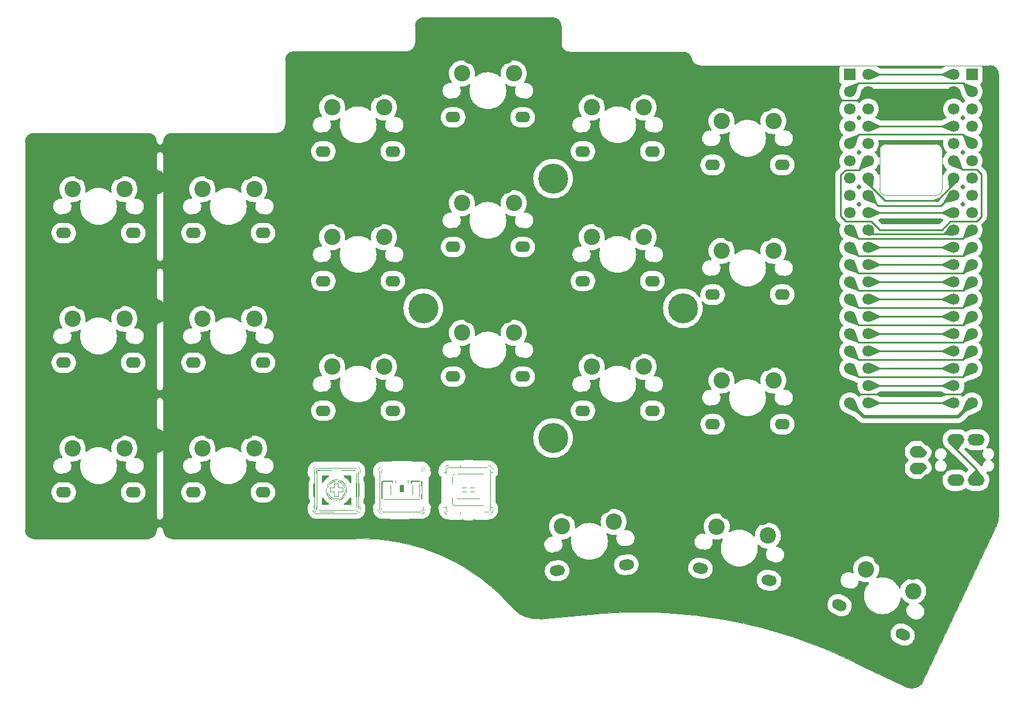
<source format=gbl>
%TF.GenerationSoftware,KiCad,Pcbnew,(7.0.0-0)*%
%TF.CreationDate,2023-05-18T18:53:27-07:00*%
%TF.ProjectId,Cantor_MX,43616e74-6f72-45f4-9d58-2e6b69636164,rev1.0*%
%TF.SameCoordinates,PX78114e0PY44b6550*%
%TF.FileFunction,Copper,L2,Bot*%
%TF.FilePolarity,Positive*%
%FSLAX46Y46*%
G04 Gerber Fmt 4.6, Leading zero omitted, Abs format (unit mm)*
G04 Created by KiCad (PCBNEW (7.0.0-0)) date 2023-05-18 18:53:27*
%MOMM*%
%LPD*%
G01*
G04 APERTURE LIST*
G04 Aperture macros list*
%AMHorizOval*
0 Thick line with rounded ends*
0 $1 width*
0 $2 $3 position (X,Y) of the first rounded end (center of the circle)*
0 $4 $5 position (X,Y) of the second rounded end (center of the circle)*
0 Add line between two ends*
20,1,$1,$2,$3,$4,$5,0*
0 Add two circle primitives to create the rounded ends*
1,1,$1,$2,$3*
1,1,$1,$4,$5*%
%AMFreePoly0*
4,1,28,-0.850000,0.400000,0.000000,1.250000,0.114750,1.242219,0.293119,1.197860,0.457783,1.116195,0.601041,1.001041,0.716195,0.857783,0.797860,0.693119,0.842219,0.514750,0.850000,0.400000,0.850000,-0.400000,0.842219,-0.514750,0.797860,-0.693119,0.716195,-0.857783,0.601041,-1.001041,0.457783,-1.116195,0.293119,-1.197860,0.114750,-1.242219,0.000000,-1.250000,-0.114750,-1.242219,
-0.293119,-1.197860,-0.457783,-1.116195,-0.601041,-1.001041,-0.716195,-0.857783,-0.797860,-0.693119,-0.842219,-0.514750,-0.850000,-0.400000,-0.850000,0.400000,-0.850000,0.400000,$1*%
%AMFreePoly1*
4,1,28,-0.850000,0.400000,-0.842219,0.514750,-0.797860,0.693119,-0.716195,0.857783,-0.601041,1.001041,-0.457783,1.116195,-0.293119,1.197860,-0.114750,1.242219,0.000000,1.250000,0.850000,0.400000,0.850000,-0.400000,0.842219,-0.514750,0.797860,-0.693119,0.716195,-0.857783,0.601041,-1.001041,0.457783,-1.116195,0.293119,-1.197860,0.114750,-1.242219,0.000000,-1.250000,-0.114750,-1.242219,
-0.293119,-1.197860,-0.457783,-1.116195,-0.601041,-1.001041,-0.716195,-0.857783,-0.797860,-0.693119,-0.842219,-0.514750,-0.850000,-0.400000,-0.850000,0.400000,-0.850000,0.400000,$1*%
%AMFreePoly2*
4,1,28,-0.850000,0.400000,-0.842219,0.514750,-0.797860,0.693119,-0.716195,0.857783,-0.601041,1.001041,-0.457783,1.116195,-0.293119,1.197860,-0.114750,1.242219,0.000000,1.250000,0.114750,1.242219,0.293119,1.197860,0.457783,1.116195,0.601041,1.001041,0.716195,0.857783,0.797860,0.693119,0.842219,0.514750,0.850000,0.400000,0.850000,-0.400000,0.000000,-1.250000,-0.114750,-1.242219,
-0.293119,-1.197860,-0.457783,-1.116195,-0.601041,-1.001041,-0.716195,-0.857783,-0.797860,-0.693119,-0.842219,-0.514750,-0.850000,-0.400000,-0.850000,0.400000,-0.850000,0.400000,$1*%
%AMFreePoly3*
4,1,28,-0.850000,0.400000,-0.842219,0.514750,-0.797860,0.693119,-0.716195,0.857783,-0.601041,1.001041,-0.457783,1.116195,-0.293119,1.197860,-0.114750,1.242219,0.000000,1.250000,0.114750,1.242219,0.293119,1.197860,0.457783,1.116195,0.601041,1.001041,0.716195,0.857783,0.797860,0.693119,0.842219,0.514750,0.850000,0.400000,0.850000,-0.400000,0.842219,-0.514750,0.797860,-0.693119,
0.716195,-0.857783,0.601041,-1.001041,0.457783,-1.116195,0.293119,-1.197860,0.114750,-1.242219,0.000000,-1.250000,-0.850000,-0.400000,-0.850000,0.400000,-0.850000,0.400000,$1*%
G04 Aperture macros list end*
%TA.AperFunction,ComponentPad*%
%ADD10O,2.200000X1.600000*%
%TD*%
%TA.AperFunction,ComponentPad*%
%ADD11C,2.400000*%
%TD*%
%TA.AperFunction,ComponentPad*%
%ADD12HorizOval,1.500000X1.449945X-0.012653X-1.449945X0.012653X0*%
%TD*%
%TA.AperFunction,ComponentPad*%
%ADD13O,2.200000X1.500000*%
%TD*%
%TA.AperFunction,ComponentPad*%
%ADD14HorizOval,1.500000X1.449945X0.012653X-1.449945X-0.012653X0*%
%TD*%
%TA.AperFunction,ComponentPad*%
%ADD15HorizOval,1.600000X0.298858X0.026147X-0.298858X-0.026147X0*%
%TD*%
%TA.AperFunction,ComponentPad*%
%ADD16HorizOval,1.500000X1.445530X0.113766X-1.445530X-0.113766X0*%
%TD*%
%TA.AperFunction,ComponentPad*%
%ADD17HorizOval,1.500000X0.348668X0.030505X-0.348668X-0.030505X0*%
%TD*%
%TA.AperFunction,ComponentPad*%
%ADD18HorizOval,1.500000X1.443324X0.138976X-1.443324X-0.138976X0*%
%TD*%
%TA.AperFunction,ComponentPad*%
%ADD19FreePoly0,270.000000*%
%TD*%
%TA.AperFunction,ComponentPad*%
%ADD20FreePoly1,270.000000*%
%TD*%
%TA.AperFunction,ComponentPad*%
%ADD21FreePoly2,270.000000*%
%TD*%
%TA.AperFunction,ComponentPad*%
%ADD22FreePoly3,270.000000*%
%TD*%
%TA.AperFunction,ComponentPad*%
%ADD23O,2.500000X1.700000*%
%TD*%
%TA.AperFunction,ComponentPad*%
%ADD24HorizOval,1.600000X0.271892X-0.126785X-0.271892X0.126785X0*%
%TD*%
%TA.AperFunction,ComponentPad*%
%ADD25HorizOval,1.500000X1.308749X-0.624241X-1.308749X0.624241X0*%
%TD*%
%TA.AperFunction,ComponentPad*%
%ADD26HorizOval,1.500000X0.317208X-0.147916X-0.317208X0.147916X0*%
%TD*%
%TA.AperFunction,ComponentPad*%
%ADD27HorizOval,1.500000X1.319444X-0.601305X-1.319444X0.601305X0*%
%TD*%
%TA.AperFunction,ComponentPad*%
%ADD28R,1.700000X1.700000*%
%TD*%
%TA.AperFunction,ComponentPad*%
%ADD29C,1.700000*%
%TD*%
%TA.AperFunction,ComponentPad*%
%ADD30C,4.400000*%
%TD*%
%TA.AperFunction,ComponentPad*%
%ADD31HorizOval,1.600000X0.295442X-0.052094X-0.295442X0.052094X0*%
%TD*%
%TA.AperFunction,ComponentPad*%
%ADD32HorizOval,1.500000X1.425720X-0.264242X-1.425720X0.264242X0*%
%TD*%
%TA.AperFunction,ComponentPad*%
%ADD33HorizOval,1.500000X0.344683X-0.060777X-0.344683X0.060777X0*%
%TD*%
%TA.AperFunction,ComponentPad*%
%ADD34HorizOval,1.500000X1.430114X-0.239319X-1.430114X0.239319X0*%
%TD*%
%TA.AperFunction,ViaPad*%
%ADD35C,0.500000*%
%TD*%
%TA.AperFunction,Conductor*%
%ADD36C,0.500000*%
%TD*%
%TA.AperFunction,Conductor*%
%ADD37C,0.250000*%
%TD*%
%TA.AperFunction,Profile*%
%ADD38C,0.100000*%
%TD*%
G04 APERTURE END LIST*
%TO.C,G\u002A\u002A\u002A*%
G36*
X-13656196Y-38947424D02*
G01*
X-13656196Y-39635601D01*
X-13656196Y-40355059D01*
X-13953364Y-40355059D01*
X-14250531Y-40355059D01*
X-14250531Y-40323778D01*
X-14219251Y-40323778D01*
X-13953364Y-40323778D01*
X-13687477Y-40323778D01*
X-13687477Y-39635601D01*
X-13687477Y-38947424D01*
X-13953364Y-38947424D01*
X-14219251Y-38947424D01*
X-14219251Y-39635601D01*
X-14219251Y-40323778D01*
X-14250531Y-40323778D01*
X-14250531Y-39635601D01*
X-14250531Y-38916143D01*
X-13953364Y-38916143D01*
X-13656196Y-38916143D01*
X-13656196Y-38947424D01*
G37*
G36*
X-10997329Y-38947424D02*
G01*
X-10997329Y-39635601D01*
X-10997329Y-40355059D01*
X-11294497Y-40355059D01*
X-11591664Y-40355059D01*
X-11591664Y-40323778D01*
X-11560384Y-40323778D01*
X-11294497Y-40323778D01*
X-11028610Y-40323778D01*
X-11028610Y-39635601D01*
X-11028610Y-38947424D01*
X-11294497Y-38947424D01*
X-11560384Y-38947424D01*
X-11560384Y-39635601D01*
X-11560384Y-40323778D01*
X-11591664Y-40323778D01*
X-11591664Y-39635601D01*
X-11591664Y-38916143D01*
X-11294497Y-38916143D01*
X-10997329Y-38916143D01*
X-10997329Y-38947424D01*
G37*
G36*
X-1143881Y-38321808D02*
G01*
X-1143881Y-39604320D01*
X-1143881Y-40918113D01*
X-2848684Y-40918113D01*
X-4553487Y-40918113D01*
X-4553487Y-40886833D01*
X-4522206Y-40886833D01*
X-2848684Y-40886833D01*
X-1175162Y-40886833D01*
X-1175162Y-39604320D01*
X-1175162Y-38321808D01*
X-2848684Y-38321808D01*
X-4522206Y-38321808D01*
X-4522206Y-39604320D01*
X-4522206Y-40886833D01*
X-4553487Y-40886833D01*
X-4553487Y-39604320D01*
X-4553487Y-38290527D01*
X-2848684Y-38290527D01*
X-1143881Y-38290527D01*
X-1143881Y-38321808D01*
G37*
G36*
X-21257428Y-39885847D02*
G01*
X-21257428Y-39948409D01*
X-21585876Y-39948409D01*
X-21914324Y-39948409D01*
X-21914324Y-40261217D01*
X-21914324Y-40574025D01*
X-22227132Y-40574025D01*
X-22539940Y-40574025D01*
X-22539940Y-40261217D01*
X-22539940Y-39948409D01*
X-22852748Y-39948409D01*
X-23165556Y-39948409D01*
X-23165556Y-39885847D01*
X-23102994Y-39885847D01*
X-22790187Y-39885847D01*
X-22477379Y-39885847D01*
X-22477379Y-40198655D01*
X-22477379Y-40511463D01*
X-22211492Y-40511463D01*
X-21945605Y-40511463D01*
X-21945605Y-40198655D01*
X-21945605Y-39885847D01*
X-21632797Y-39885847D01*
X-21319990Y-39885847D01*
X-21319990Y-39619961D01*
X-21319990Y-39354074D01*
X-21632797Y-39354074D01*
X-21945605Y-39354074D01*
X-21945605Y-39041266D01*
X-21945605Y-38728458D01*
X-22211492Y-38728458D01*
X-22477379Y-38728458D01*
X-22477379Y-39041266D01*
X-22477379Y-39354074D01*
X-22790187Y-39354074D01*
X-23102994Y-39354074D01*
X-23102994Y-39619961D01*
X-23102994Y-39885847D01*
X-23165556Y-39885847D01*
X-23165556Y-39619961D01*
X-23165556Y-39291512D01*
X-22852748Y-39291512D01*
X-22539940Y-39291512D01*
X-22539940Y-38978705D01*
X-22539940Y-38665897D01*
X-22227132Y-38665897D01*
X-21914324Y-38665897D01*
X-21914324Y-38978705D01*
X-21914324Y-39291512D01*
X-21585876Y-39291512D01*
X-21257428Y-39291512D01*
X-21257428Y-39619961D01*
X-21257428Y-39885847D01*
G37*
G36*
X-1894620Y-39885847D02*
G01*
X-1894620Y-39917128D01*
X-2238709Y-39917128D01*
X-2582797Y-39917128D01*
X-2582797Y-40229936D01*
X-2582797Y-40542744D01*
X-2848684Y-40542744D01*
X-3114571Y-40542744D01*
X-3114571Y-40229936D01*
X-3114571Y-39917128D01*
X-3458659Y-39917128D01*
X-3802748Y-39917128D01*
X-3802748Y-39885847D01*
X-3771467Y-39885847D01*
X-3427379Y-39885847D01*
X-3083290Y-39885847D01*
X-3083290Y-40198655D01*
X-3083290Y-40511463D01*
X-2848684Y-40511463D01*
X-2614078Y-40511463D01*
X-2614078Y-40198655D01*
X-2614078Y-39885847D01*
X-2269990Y-39885847D01*
X-1925901Y-39885847D01*
X-1925901Y-39604320D01*
X-1925901Y-39322793D01*
X-2269990Y-39322793D01*
X-2614078Y-39322793D01*
X-2614078Y-39009985D01*
X-2614078Y-38697178D01*
X-2848684Y-38697178D01*
X-3083290Y-38697178D01*
X-3083290Y-39009985D01*
X-3083290Y-39322793D01*
X-3427379Y-39322793D01*
X-3771467Y-39322793D01*
X-3771467Y-39604320D01*
X-3771467Y-39885847D01*
X-3802748Y-39885847D01*
X-3802748Y-39604320D01*
X-3802748Y-39291512D01*
X-3458659Y-39291512D01*
X-3114571Y-39291512D01*
X-3114571Y-38978705D01*
X-3114571Y-38665897D01*
X-2848684Y-38665897D01*
X-2582797Y-38665897D01*
X-2582797Y-38978705D01*
X-2582797Y-39291512D01*
X-2238709Y-39291512D01*
X-1894620Y-39291512D01*
X-1894620Y-39604320D01*
X-1894620Y-39885847D01*
G37*
G36*
X-20697952Y-39526632D02*
G01*
X-20692393Y-39671056D01*
X-20714323Y-39918250D01*
X-20767670Y-40136094D01*
X-20882285Y-40391132D01*
X-21053656Y-40639387D01*
X-21266247Y-40843897D01*
X-21515834Y-41000689D01*
X-21798192Y-41105786D01*
X-21903305Y-41130075D01*
X-22216004Y-41163411D01*
X-22517480Y-41137640D01*
X-22802545Y-41054095D01*
X-23066010Y-40914112D01*
X-23302686Y-40719023D01*
X-23393371Y-40620077D01*
X-23566835Y-40367060D01*
X-23685556Y-40088048D01*
X-23746998Y-39790091D01*
X-23747959Y-39606623D01*
X-23697329Y-39606623D01*
X-23695192Y-39680333D01*
X-23649730Y-39956902D01*
X-23550200Y-40221096D01*
X-23403296Y-40464870D01*
X-23215715Y-40680175D01*
X-22994149Y-40858964D01*
X-22745296Y-40993191D01*
X-22475850Y-41074807D01*
X-22303101Y-41096926D01*
X-22132324Y-41100397D01*
X-21992526Y-41084524D01*
X-21798760Y-41030499D01*
X-21511951Y-40902709D01*
X-21264856Y-40726620D01*
X-21057707Y-40502412D01*
X-20890737Y-40230264D01*
X-20844078Y-40133020D01*
X-20805710Y-40036783D01*
X-20782903Y-39944374D01*
X-20770513Y-39833664D01*
X-20763394Y-39682522D01*
X-20760602Y-39526632D01*
X-20766682Y-39399583D01*
X-20784362Y-39294082D01*
X-20815877Y-39189096D01*
X-20837030Y-39132750D01*
X-20968088Y-38877702D01*
X-21144264Y-38644684D01*
X-21354158Y-38446886D01*
X-21586372Y-38297500D01*
X-21595738Y-38292954D01*
X-21694654Y-38254571D01*
X-21825949Y-38214262D01*
X-21963859Y-38180044D01*
X-22018330Y-38168550D01*
X-22136150Y-38147652D01*
X-22229877Y-38141827D01*
X-22326235Y-38150749D01*
X-22451947Y-38174092D01*
X-22574624Y-38202589D01*
X-22822062Y-38289167D01*
X-23036808Y-38412762D01*
X-23236340Y-38582474D01*
X-23312566Y-38664221D01*
X-23470302Y-38881809D01*
X-23591718Y-39121869D01*
X-23669749Y-39368706D01*
X-23697329Y-39606623D01*
X-23747959Y-39606623D01*
X-23748621Y-39480242D01*
X-23703620Y-39218587D01*
X-23600842Y-38933906D01*
X-23448663Y-38682545D01*
X-23251406Y-38469033D01*
X-23013393Y-38297901D01*
X-22738949Y-38173680D01*
X-22432397Y-38100899D01*
X-22370403Y-38093327D01*
X-22066092Y-38091545D01*
X-21775432Y-38146795D01*
X-21505068Y-38254971D01*
X-21261645Y-38411965D01*
X-21051810Y-38613670D01*
X-20882209Y-38855979D01*
X-20759485Y-39134786D01*
X-20743593Y-39188093D01*
X-20702081Y-39419381D01*
X-20697952Y-39526632D01*
G37*
G36*
X-20891823Y-39619961D02*
G01*
X-20908122Y-39861853D01*
X-20919795Y-39921765D01*
X-21008199Y-40188434D01*
X-21147622Y-40426472D01*
X-21331977Y-40628890D01*
X-21555177Y-40788697D01*
X-21811136Y-40898903D01*
X-21908984Y-40923375D01*
X-22150370Y-40947876D01*
X-22407512Y-40932737D01*
X-22659689Y-40880021D01*
X-22886183Y-40791794D01*
X-22917091Y-40774728D01*
X-23055944Y-40671600D01*
X-23196936Y-40530824D01*
X-23324459Y-40369475D01*
X-23422908Y-40204626D01*
X-23454776Y-40138226D01*
X-23487994Y-40058957D01*
X-23508703Y-39984285D01*
X-23519838Y-39897420D01*
X-23524336Y-39781575D01*
X-23524536Y-39740935D01*
X-23474850Y-39740935D01*
X-23425174Y-39986014D01*
X-23324804Y-40218562D01*
X-23174945Y-40431420D01*
X-22976806Y-40617426D01*
X-22731592Y-40769422D01*
X-22626957Y-40817286D01*
X-22524601Y-40850440D01*
X-22411735Y-40868273D01*
X-22262381Y-40876726D01*
X-22223919Y-40877629D01*
X-22089098Y-40875703D01*
X-21973482Y-40866860D01*
X-21898684Y-40852538D01*
X-21668678Y-40750307D01*
X-21425120Y-40583038D01*
X-21223628Y-40371747D01*
X-21068758Y-40120453D01*
X-21040669Y-40060979D01*
X-20999194Y-39960133D01*
X-20975856Y-39869078D01*
X-20965577Y-39763719D01*
X-20963280Y-39619961D01*
X-20963599Y-39554733D01*
X-20968686Y-39428794D01*
X-20983780Y-39331950D01*
X-21013733Y-39240492D01*
X-21063397Y-39130711D01*
X-21097873Y-39063469D01*
X-21255382Y-38830620D01*
X-21445548Y-38642691D01*
X-21661077Y-38501198D01*
X-21894675Y-38407655D01*
X-22139047Y-38363578D01*
X-22386899Y-38370482D01*
X-22630938Y-38429881D01*
X-22863867Y-38543290D01*
X-23078393Y-38712225D01*
X-23142459Y-38778512D01*
X-23307635Y-39002114D01*
X-23417287Y-39241825D01*
X-23472623Y-39490485D01*
X-23474850Y-39740935D01*
X-23524536Y-39740935D01*
X-23525131Y-39619961D01*
X-23524750Y-39503440D01*
X-23521637Y-39375104D01*
X-23512880Y-39281279D01*
X-23495564Y-39205327D01*
X-23466774Y-39130608D01*
X-23423593Y-39040482D01*
X-23346324Y-38903964D01*
X-23165499Y-38678262D01*
X-22942359Y-38497704D01*
X-22680704Y-38365741D01*
X-22621121Y-38345704D01*
X-22512057Y-38322509D01*
X-22376197Y-38310502D01*
X-22195852Y-38307561D01*
X-22182835Y-38307621D01*
X-22033813Y-38309958D01*
X-21926183Y-38317740D01*
X-21840226Y-38334759D01*
X-21756226Y-38364807D01*
X-21654466Y-38411677D01*
X-21597549Y-38440721D01*
X-21360649Y-38601889D01*
X-21167606Y-38802932D01*
X-21022127Y-39036649D01*
X-20927916Y-39295842D01*
X-20888679Y-39573309D01*
X-20891823Y-39619961D01*
G37*
G36*
X-533906Y-40015483D02*
G01*
X-533906Y-41736221D01*
X-650749Y-41843300D01*
X-767593Y-41950379D01*
X-2840405Y-41950263D01*
X-3155777Y-41950222D01*
X-3522633Y-41950030D01*
X-3835106Y-41949556D01*
X-4097861Y-41948666D01*
X-4315559Y-41947223D01*
X-4492865Y-41945092D01*
X-4634441Y-41942138D01*
X-4744951Y-41938225D01*
X-4829058Y-41933217D01*
X-4891425Y-41926979D01*
X-4936715Y-41919375D01*
X-4969593Y-41910271D01*
X-4994720Y-41899529D01*
X-5016761Y-41887016D01*
X-5044062Y-41870426D01*
X-5077889Y-41847947D01*
X-5106789Y-41822299D01*
X-5131150Y-41788913D01*
X-5151360Y-41743219D01*
X-5167806Y-41680651D01*
X-5180876Y-41596638D01*
X-5190956Y-41486613D01*
X-5198436Y-41346007D01*
X-5203701Y-41170250D01*
X-5207140Y-40954776D01*
X-5209140Y-40695014D01*
X-5210089Y-40386397D01*
X-5210375Y-40024355D01*
X-5210380Y-39800452D01*
X-5179110Y-39800452D01*
X-5179038Y-40183689D01*
X-5178519Y-40511304D01*
X-5177157Y-40788051D01*
X-5174556Y-41018682D01*
X-5170320Y-41207953D01*
X-5164054Y-41360617D01*
X-5155360Y-41481428D01*
X-5143843Y-41575139D01*
X-5129107Y-41646505D01*
X-5110755Y-41700279D01*
X-5088392Y-41741216D01*
X-5061621Y-41774068D01*
X-5030046Y-41803591D01*
X-4993271Y-41834537D01*
X-4892776Y-41919099D01*
X-2869745Y-41918982D01*
X-2694609Y-41918964D01*
X-2313169Y-41918814D01*
X-1987624Y-41918403D01*
X-1713256Y-41917595D01*
X-1485349Y-41916255D01*
X-1299184Y-41914247D01*
X-1150046Y-41911434D01*
X-1033216Y-41907680D01*
X-943978Y-41902851D01*
X-877615Y-41896809D01*
X-829410Y-41889420D01*
X-794645Y-41880546D01*
X-768604Y-41870053D01*
X-746570Y-41857803D01*
X-712968Y-41837660D01*
X-679181Y-41815793D01*
X-650397Y-41791041D01*
X-626217Y-41758814D01*
X-606241Y-41714520D01*
X-590068Y-41653571D01*
X-577298Y-41571374D01*
X-567532Y-41463340D01*
X-560369Y-41324878D01*
X-555409Y-41151398D01*
X-552253Y-40938309D01*
X-550500Y-40681020D01*
X-549751Y-40374942D01*
X-549605Y-40015483D01*
X-549663Y-39598054D01*
X-549678Y-39440375D01*
X-549822Y-39057779D01*
X-550223Y-38731252D01*
X-551019Y-38456061D01*
X-552346Y-38227473D01*
X-554342Y-38040758D01*
X-557145Y-37891182D01*
X-560890Y-37774013D01*
X-565715Y-37684521D01*
X-571757Y-37617971D01*
X-579154Y-37569633D01*
X-588042Y-37534774D01*
X-598559Y-37508662D01*
X-610841Y-37486566D01*
X-631415Y-37452244D01*
X-653257Y-37418601D01*
X-678069Y-37389940D01*
X-710435Y-37365864D01*
X-754938Y-37345973D01*
X-816163Y-37329868D01*
X-898693Y-37317152D01*
X-1007113Y-37307425D01*
X-1146006Y-37300288D01*
X-1319957Y-37295343D01*
X-1533549Y-37292192D01*
X-1791367Y-37290434D01*
X-2097994Y-37289673D01*
X-2458014Y-37289508D01*
X-2876011Y-37289542D01*
X-4892776Y-37289542D01*
X-4993271Y-37374104D01*
X-5010847Y-37388809D01*
X-5045182Y-37418510D01*
X-5074499Y-37448973D01*
X-5099195Y-37484951D01*
X-5119665Y-37531198D01*
X-5136306Y-37592469D01*
X-5149513Y-37673516D01*
X-5159683Y-37779094D01*
X-5167212Y-37913956D01*
X-5172496Y-38082857D01*
X-5175931Y-38290550D01*
X-5177913Y-38541789D01*
X-5178838Y-38841327D01*
X-5179103Y-39193920D01*
X-5179103Y-39604320D01*
X-5179110Y-39800452D01*
X-5210380Y-39800452D01*
X-5210384Y-39604320D01*
X-5210388Y-39299105D01*
X-5210223Y-38920830D01*
X-5209504Y-38597296D01*
X-5207847Y-38323932D01*
X-5204862Y-38096172D01*
X-5200162Y-37909445D01*
X-5193360Y-37759185D01*
X-5184068Y-37640821D01*
X-5171899Y-37549785D01*
X-5156465Y-37481509D01*
X-5137379Y-37431425D01*
X-5114253Y-37394962D01*
X-5086700Y-37367554D01*
X-5054332Y-37344631D01*
X-5016761Y-37321625D01*
X-5000250Y-37312021D01*
X-4976315Y-37300856D01*
X-4945777Y-37291361D01*
X-4903974Y-37283401D01*
X-4846241Y-37276840D01*
X-4767916Y-37271542D01*
X-4664336Y-37267371D01*
X-4530836Y-37264194D01*
X-4362755Y-37261873D01*
X-4155429Y-37260273D01*
X-3904194Y-37259260D01*
X-3604387Y-37258696D01*
X-3251345Y-37258448D01*
X-2840405Y-37258378D01*
X-767593Y-37258261D01*
X-650749Y-37365340D01*
X-533906Y-37472420D01*
X-533906Y-39604320D01*
X-533906Y-40015483D01*
G37*
G36*
X-19314782Y-39448385D02*
G01*
X-19314781Y-39448750D01*
X-19314812Y-39816395D01*
X-19315459Y-40181143D01*
X-19316720Y-40537570D01*
X-19318596Y-40880253D01*
X-19321087Y-41203768D01*
X-19324193Y-41502690D01*
X-19327912Y-41771597D01*
X-19332246Y-42005064D01*
X-19337194Y-42197667D01*
X-19342755Y-42343984D01*
X-19348931Y-42438589D01*
X-19355719Y-42476060D01*
X-19356384Y-42476636D01*
X-19379451Y-42483312D01*
X-19432018Y-42489112D01*
X-19517090Y-42494068D01*
X-19637673Y-42498210D01*
X-19796773Y-42501570D01*
X-19997393Y-42504178D01*
X-20242541Y-42506065D01*
X-20535221Y-42507263D01*
X-20878439Y-42507802D01*
X-21275200Y-42507714D01*
X-21728509Y-42507028D01*
X-22241372Y-42505777D01*
X-25089324Y-42497793D01*
X-25097311Y-39654647D01*
X-25097355Y-39638511D01*
X-25073684Y-39638511D01*
X-25073648Y-39982426D01*
X-25073436Y-40426938D01*
X-25072978Y-40815268D01*
X-25072206Y-41151180D01*
X-25071056Y-41438438D01*
X-25069460Y-41680806D01*
X-25067354Y-41882049D01*
X-25064672Y-42045931D01*
X-25061346Y-42176215D01*
X-25057312Y-42276666D01*
X-25052503Y-42351048D01*
X-25046854Y-42403124D01*
X-25040299Y-42436660D01*
X-25032771Y-42455419D01*
X-25024205Y-42463166D01*
X-24991301Y-42465766D01*
X-24899644Y-42468467D01*
X-24754175Y-42471013D01*
X-24559449Y-42473374D01*
X-24320017Y-42475519D01*
X-24040432Y-42477419D01*
X-23725246Y-42479041D01*
X-23379013Y-42480357D01*
X-23006284Y-42481334D01*
X-22611612Y-42481943D01*
X-22199549Y-42482153D01*
X-21793164Y-42482030D01*
X-21332694Y-42481499D01*
X-20929470Y-42480513D01*
X-20580524Y-42479032D01*
X-20282890Y-42477017D01*
X-20033598Y-42474427D01*
X-19829681Y-42471224D01*
X-19668170Y-42467368D01*
X-19546099Y-42462818D01*
X-19460498Y-42457536D01*
X-19408400Y-42451482D01*
X-19386837Y-42444616D01*
X-19380432Y-42411143D01*
X-19374209Y-42319911D01*
X-19368606Y-42176694D01*
X-19363624Y-41986946D01*
X-19359262Y-41756121D01*
X-19355520Y-41489675D01*
X-19352399Y-41193061D01*
X-19349898Y-40871734D01*
X-19348018Y-40531148D01*
X-19346758Y-40176758D01*
X-19346118Y-39814019D01*
X-19346099Y-39448385D01*
X-19346700Y-39085310D01*
X-19347922Y-38730248D01*
X-19349764Y-38388655D01*
X-19352227Y-38065985D01*
X-19355310Y-37767692D01*
X-19359013Y-37499231D01*
X-19363337Y-37266056D01*
X-19368281Y-37073621D01*
X-19373846Y-36927381D01*
X-19380031Y-36832791D01*
X-19386837Y-36795306D01*
X-19420310Y-36788901D01*
X-19511541Y-36782678D01*
X-19654759Y-36777075D01*
X-19844507Y-36772092D01*
X-20075331Y-36767730D01*
X-20341778Y-36763989D01*
X-20638392Y-36760868D01*
X-20959719Y-36758367D01*
X-21300305Y-36756486D01*
X-21654694Y-36755227D01*
X-22017434Y-36754587D01*
X-22383068Y-36754568D01*
X-22746143Y-36755169D01*
X-23101204Y-36756391D01*
X-23442797Y-36758233D01*
X-23765468Y-36760696D01*
X-24063761Y-36763779D01*
X-24332222Y-36767482D01*
X-24565397Y-36771806D01*
X-24757832Y-36776750D01*
X-24904071Y-36782315D01*
X-24998661Y-36788500D01*
X-25036147Y-36795306D01*
X-25042064Y-36812002D01*
X-25048202Y-36859521D01*
X-25053570Y-36940068D01*
X-25058207Y-37056595D01*
X-25062153Y-37212056D01*
X-25065446Y-37409404D01*
X-25068126Y-37651593D01*
X-25070231Y-37941576D01*
X-25071800Y-38282305D01*
X-25072873Y-38676736D01*
X-25073488Y-39127820D01*
X-25073684Y-39638511D01*
X-25097355Y-39638511D01*
X-25097530Y-39575023D01*
X-25098682Y-39056172D01*
X-25099172Y-38597173D01*
X-25098975Y-38195659D01*
X-25098070Y-37849263D01*
X-25096434Y-37555618D01*
X-25094045Y-37312358D01*
X-25090880Y-37117116D01*
X-25086918Y-36967526D01*
X-25082135Y-36861219D01*
X-25076510Y-36795831D01*
X-25070020Y-36768994D01*
X-25069219Y-36768323D01*
X-25027243Y-36761028D01*
X-24928600Y-36754346D01*
X-24778702Y-36748281D01*
X-24582966Y-36742840D01*
X-24346805Y-36738026D01*
X-24075633Y-36733844D01*
X-23774865Y-36730299D01*
X-23449914Y-36727395D01*
X-23106197Y-36725138D01*
X-22749126Y-36723531D01*
X-22384116Y-36722581D01*
X-22016581Y-36722290D01*
X-21651936Y-36722665D01*
X-21295594Y-36723709D01*
X-20952971Y-36725428D01*
X-20629480Y-36727826D01*
X-20330536Y-36730908D01*
X-20061553Y-36734678D01*
X-19827946Y-36739142D01*
X-19635128Y-36744304D01*
X-19488514Y-36750169D01*
X-19393519Y-36756741D01*
X-19355556Y-36764025D01*
X-19355073Y-36764654D01*
X-19348329Y-36806197D01*
X-19342201Y-36904504D01*
X-19336690Y-37054152D01*
X-19331795Y-37249717D01*
X-19327517Y-37485775D01*
X-19323855Y-37756902D01*
X-19320808Y-38057675D01*
X-19318378Y-38382671D01*
X-19316563Y-38726464D01*
X-19315364Y-39083632D01*
X-19314782Y-39448385D01*
G37*
G36*
X-19224178Y-39619961D02*
G01*
X-19224177Y-39639820D01*
X-19224178Y-39773876D01*
X-19224221Y-40243993D01*
X-19224391Y-40656444D01*
X-19224771Y-41015100D01*
X-19225444Y-41323836D01*
X-19226493Y-41586524D01*
X-19228002Y-41807038D01*
X-19230054Y-41989252D01*
X-19232733Y-42137037D01*
X-19236122Y-42254269D01*
X-19240305Y-42344819D01*
X-19245365Y-42412561D01*
X-19251385Y-42461368D01*
X-19258449Y-42495114D01*
X-19266640Y-42517671D01*
X-19276042Y-42532914D01*
X-19286738Y-42544714D01*
X-19290564Y-42548462D01*
X-19303040Y-42558671D01*
X-19320246Y-42567625D01*
X-19346038Y-42575406D01*
X-19384271Y-42582096D01*
X-19438801Y-42587778D01*
X-19513483Y-42592534D01*
X-19612172Y-42596446D01*
X-19738724Y-42599597D01*
X-19896994Y-42602069D01*
X-20090837Y-42603944D01*
X-20324110Y-42605305D01*
X-20600667Y-42606234D01*
X-20924364Y-42606814D01*
X-21299057Y-42607125D01*
X-21728600Y-42607252D01*
X-22216849Y-42607276D01*
X-22266946Y-42607275D01*
X-22751974Y-42607192D01*
X-23178611Y-42606919D01*
X-23550660Y-42606389D01*
X-23871924Y-42605535D01*
X-24146204Y-42604290D01*
X-24377305Y-42602586D01*
X-24569030Y-42600356D01*
X-24725180Y-42597533D01*
X-24849559Y-42594050D01*
X-24945970Y-42589838D01*
X-25018216Y-42584832D01*
X-25070099Y-42578962D01*
X-25105423Y-42572163D01*
X-25127990Y-42564367D01*
X-25141603Y-42555507D01*
X-25149745Y-42546724D01*
X-25158515Y-42531208D01*
X-25166174Y-42506726D01*
X-25172799Y-42469451D01*
X-25178463Y-42415554D01*
X-25183242Y-42341208D01*
X-25187210Y-42242582D01*
X-25190443Y-42115850D01*
X-25193015Y-41957183D01*
X-25195001Y-41762752D01*
X-25196476Y-41528730D01*
X-25197515Y-41251288D01*
X-25198193Y-40926598D01*
X-25198584Y-40550830D01*
X-25198764Y-40120158D01*
X-25198798Y-39736874D01*
X-25167526Y-39736874D01*
X-25167485Y-40207968D01*
X-25167319Y-40621275D01*
X-25166946Y-40980675D01*
X-25166280Y-41290050D01*
X-25165238Y-41553282D01*
X-25163737Y-41774251D01*
X-25161692Y-41956840D01*
X-25159019Y-42104930D01*
X-25155634Y-42222401D01*
X-25151454Y-42313136D01*
X-25146394Y-42381016D01*
X-25140371Y-42429922D01*
X-25133300Y-42463735D01*
X-25125098Y-42486337D01*
X-25115681Y-42501610D01*
X-25104965Y-42513434D01*
X-25102424Y-42515944D01*
X-25090162Y-42526367D01*
X-25073583Y-42535508D01*
X-25048804Y-42543452D01*
X-25011944Y-42550283D01*
X-24959117Y-42556084D01*
X-24886442Y-42560940D01*
X-24790036Y-42564935D01*
X-24666015Y-42568152D01*
X-24510496Y-42570677D01*
X-24319597Y-42572592D01*
X-24089434Y-42573982D01*
X-23816125Y-42574931D01*
X-23495786Y-42575523D01*
X-23124535Y-42575841D01*
X-22698488Y-42575971D01*
X-22213762Y-42575995D01*
X-19385121Y-42575995D01*
X-19320289Y-42493575D01*
X-19317097Y-42489490D01*
X-19306301Y-42474205D01*
X-19296846Y-42455420D01*
X-19288643Y-42429197D01*
X-19281602Y-42391600D01*
X-19275634Y-42338690D01*
X-19270652Y-42266530D01*
X-19266566Y-42171183D01*
X-19263287Y-42048712D01*
X-19260726Y-41895178D01*
X-19258796Y-41706645D01*
X-19257405Y-41479175D01*
X-19256467Y-41208831D01*
X-19255892Y-40891675D01*
X-19255591Y-40523769D01*
X-19255476Y-40101177D01*
X-19255457Y-39619961D01*
X-19255458Y-39482503D01*
X-19255494Y-39017687D01*
X-19255651Y-38610420D01*
X-19256018Y-38256764D01*
X-19256684Y-37952783D01*
X-19257736Y-37694538D01*
X-19259265Y-37478092D01*
X-19261359Y-37299507D01*
X-19264107Y-37154847D01*
X-19267598Y-37040174D01*
X-19271920Y-36951550D01*
X-19277162Y-36885038D01*
X-19283414Y-36836701D01*
X-19290764Y-36802600D01*
X-19299300Y-36778799D01*
X-19309113Y-36761361D01*
X-19320289Y-36746347D01*
X-19385121Y-36663926D01*
X-22213762Y-36663926D01*
X-22327264Y-36663927D01*
X-22798553Y-36663968D01*
X-23212030Y-36664132D01*
X-23571579Y-36664504D01*
X-23881081Y-36665169D01*
X-24144422Y-36666209D01*
X-24365482Y-36667709D01*
X-24548146Y-36669753D01*
X-24696296Y-36672424D01*
X-24813815Y-36675808D01*
X-24904587Y-36679988D01*
X-24972494Y-36685048D01*
X-25021420Y-36691072D01*
X-25055247Y-36698144D01*
X-25077858Y-36706348D01*
X-25093136Y-36715768D01*
X-25104965Y-36726488D01*
X-25107549Y-36729104D01*
X-25117959Y-36741378D01*
X-25127089Y-36757992D01*
X-25135023Y-36782829D01*
X-25141845Y-36819769D01*
X-25147640Y-36872695D01*
X-25152490Y-36945486D01*
X-25156480Y-37042026D01*
X-25159693Y-37166195D01*
X-25162215Y-37321874D01*
X-25164127Y-37512945D01*
X-25165516Y-37743290D01*
X-25166463Y-38016789D01*
X-25167054Y-38337325D01*
X-25167373Y-38708777D01*
X-25167502Y-39135029D01*
X-25167526Y-39619961D01*
X-25167526Y-39736874D01*
X-25198798Y-39736874D01*
X-25198807Y-39630753D01*
X-25198805Y-39450866D01*
X-25198755Y-38983341D01*
X-25198572Y-38573162D01*
X-25198177Y-38216479D01*
X-25197485Y-37909440D01*
X-25196416Y-37648193D01*
X-25194887Y-37428887D01*
X-25192816Y-37247670D01*
X-25190121Y-37100690D01*
X-25186719Y-36984096D01*
X-25182530Y-36894037D01*
X-25177471Y-36826660D01*
X-25171459Y-36778114D01*
X-25164412Y-36744547D01*
X-25156249Y-36722108D01*
X-25146888Y-36706945D01*
X-25136246Y-36695207D01*
X-25132671Y-36691699D01*
X-25120240Y-36681448D01*
X-25103160Y-36672458D01*
X-25077569Y-36664646D01*
X-25039606Y-36657929D01*
X-24985412Y-36652224D01*
X-24911124Y-36647448D01*
X-24812883Y-36643520D01*
X-24686827Y-36640356D01*
X-24529096Y-36637874D01*
X-24335828Y-36635991D01*
X-24103164Y-36634624D01*
X-23827242Y-36633692D01*
X-23504202Y-36633110D01*
X-23130182Y-36632797D01*
X-22701323Y-36632670D01*
X-22213762Y-36632645D01*
X-19353841Y-36632645D01*
X-19289009Y-36715066D01*
X-19284111Y-36721370D01*
X-19273612Y-36736795D01*
X-19264416Y-36756285D01*
X-19256438Y-36783739D01*
X-19249591Y-36823058D01*
X-19243788Y-36878141D01*
X-19238944Y-36952887D01*
X-19234971Y-37051198D01*
X-19231784Y-37176971D01*
X-19229295Y-37334108D01*
X-19227418Y-37526508D01*
X-19226068Y-37758071D01*
X-19225156Y-38032696D01*
X-19224598Y-38354284D01*
X-19224306Y-38726734D01*
X-19224195Y-39153946D01*
X-19224178Y-39619961D01*
G37*
G36*
X-9385054Y-36833586D02*
G01*
X-9370728Y-36960089D01*
X-9370728Y-37133138D01*
X-9241068Y-37133138D01*
X-9111408Y-37133138D01*
X-9129694Y-36915023D01*
X-9152495Y-36765062D01*
X-9225930Y-36553729D01*
X-9340985Y-36378804D01*
X-9492797Y-36246958D01*
X-9676506Y-36164860D01*
X-9699264Y-36161284D01*
X-9788644Y-36155321D01*
X-9939484Y-36150026D01*
X-10151078Y-36145408D01*
X-10422719Y-36141473D01*
X-10753700Y-36138230D01*
X-11143315Y-36135686D01*
X-11590856Y-36133849D01*
X-12095616Y-36132727D01*
X-12656890Y-36132327D01*
X-15491259Y-36132154D01*
X-15411408Y-36125058D01*
X-15264611Y-36116850D01*
X-15086072Y-36110707D01*
X-14871939Y-36106336D01*
X-14618359Y-36103443D01*
X-14321481Y-36101734D01*
X-13977451Y-36100917D01*
X-13582418Y-36100696D01*
X-13132528Y-36100779D01*
X-12623930Y-36100872D01*
X-12529880Y-36100869D01*
X-12032326Y-36100786D01*
X-11592806Y-36100792D01*
X-11207469Y-36101158D01*
X-10872468Y-36102157D01*
X-10583952Y-36104060D01*
X-10338073Y-36107140D01*
X-10130982Y-36111668D01*
X-9958829Y-36117916D01*
X-9817766Y-36126155D01*
X-9703943Y-36136659D01*
X-9613512Y-36149698D01*
X-9542622Y-36165546D01*
X-9487426Y-36184472D01*
X-9444073Y-36206750D01*
X-9408715Y-36232652D01*
X-9377502Y-36262448D01*
X-9346586Y-36296412D01*
X-9312117Y-36334815D01*
X-9310524Y-36336549D01*
X-9188586Y-36515522D01*
X-9114302Y-36732289D01*
X-9089201Y-36982412D01*
X-9089201Y-37164419D01*
X-9229965Y-37164419D01*
X-9370728Y-37164419D01*
X-9370728Y-39635601D01*
X-9370728Y-42106783D01*
X-9225495Y-42106783D01*
X-9080262Y-42106783D01*
X-9082406Y-42138064D01*
X-9097609Y-42359871D01*
X-9118597Y-42524553D01*
X-9186567Y-42743084D01*
X-9297095Y-42916737D01*
X-9449549Y-43044620D01*
X-9643293Y-43125843D01*
X-9664100Y-43129326D01*
X-9750027Y-43135935D01*
X-9890224Y-43142009D01*
X-10079153Y-43147538D01*
X-10311280Y-43152512D01*
X-10581065Y-43156921D01*
X-10882973Y-43160757D01*
X-11211467Y-43164008D01*
X-11561010Y-43166667D01*
X-11926065Y-43168722D01*
X-12301096Y-43170165D01*
X-12680564Y-43170985D01*
X-13058935Y-43171173D01*
X-13430670Y-43170719D01*
X-13790234Y-43169615D01*
X-14132088Y-43167849D01*
X-14450697Y-43165412D01*
X-14740523Y-43162295D01*
X-14996031Y-43158489D01*
X-15211682Y-43153982D01*
X-15381940Y-43148767D01*
X-15501268Y-43142832D01*
X-15564130Y-43136169D01*
X-15601541Y-43126893D01*
X-15782479Y-43047471D01*
X-15942003Y-42922932D01*
X-16060601Y-42767755D01*
X-16062409Y-42764464D01*
X-16106624Y-42661632D01*
X-16134634Y-42537000D01*
X-16151032Y-42370385D01*
X-16157816Y-42261648D01*
X-16127379Y-42261648D01*
X-16125431Y-42340386D01*
X-16095574Y-42540840D01*
X-16024741Y-42711286D01*
X-15906578Y-42869215D01*
X-15864856Y-42913686D01*
X-15774069Y-42996081D01*
X-15684225Y-43048815D01*
X-15570938Y-43087769D01*
X-15556237Y-43091668D01*
X-15516329Y-43100156D01*
X-15466269Y-43107574D01*
X-15402026Y-43113990D01*
X-15319568Y-43119474D01*
X-15214863Y-43124092D01*
X-15083881Y-43127915D01*
X-14922589Y-43131009D01*
X-14726956Y-43133444D01*
X-14492951Y-43135288D01*
X-14216542Y-43136608D01*
X-13893698Y-43137474D01*
X-13520387Y-43137954D01*
X-13092577Y-43138116D01*
X-12606238Y-43138028D01*
X-12361455Y-43137928D01*
X-11908893Y-43137647D01*
X-11512820Y-43137193D01*
X-11169167Y-43136483D01*
X-10873864Y-43135435D01*
X-10622842Y-43133964D01*
X-10412031Y-43131989D01*
X-10237362Y-43129427D01*
X-10094766Y-43126193D01*
X-9980173Y-43122206D01*
X-9889515Y-43117383D01*
X-9818721Y-43111640D01*
X-9763723Y-43104894D01*
X-9720450Y-43097063D01*
X-9684834Y-43088063D01*
X-9652806Y-43077812D01*
X-9506875Y-43008425D01*
X-9346816Y-42875622D01*
X-9225070Y-42702770D01*
X-9147628Y-42498927D01*
X-9120482Y-42273150D01*
X-9120482Y-42138064D01*
X-9241402Y-42138064D01*
X-9362322Y-42138064D01*
X-9378115Y-42358783D01*
X-9384623Y-42434389D01*
X-9402443Y-42540058D01*
X-9434045Y-42619141D01*
X-9487010Y-42695051D01*
X-9502129Y-42712721D01*
X-9597666Y-42796202D01*
X-9698784Y-42850335D01*
X-9711114Y-42853631D01*
X-9755350Y-42860270D01*
X-9825575Y-42866010D01*
X-9925112Y-42870885D01*
X-10057288Y-42874931D01*
X-10225426Y-42878183D01*
X-10432851Y-42880674D01*
X-10682887Y-42882441D01*
X-10978860Y-42883518D01*
X-11324094Y-42883938D01*
X-11721914Y-42883739D01*
X-12175644Y-42882953D01*
X-12688608Y-42881616D01*
X-12909335Y-42880964D01*
X-13371778Y-42879549D01*
X-13777240Y-42878168D01*
X-14129605Y-42876724D01*
X-14432760Y-42875122D01*
X-14690587Y-42873266D01*
X-14906972Y-42871060D01*
X-15085800Y-42868408D01*
X-15230954Y-42865214D01*
X-15346321Y-42861383D01*
X-15435784Y-42856818D01*
X-15503228Y-42851425D01*
X-15552539Y-42845107D01*
X-15587600Y-42837768D01*
X-15612296Y-42829312D01*
X-15630512Y-42819644D01*
X-15646132Y-42808668D01*
X-15727963Y-42739968D01*
X-15804097Y-42642167D01*
X-15845499Y-42529074D01*
X-15830211Y-42529074D01*
X-15757363Y-42631209D01*
X-15750647Y-42640304D01*
X-15671775Y-42723787D01*
X-15585319Y-42787613D01*
X-15582870Y-42788925D01*
X-15561641Y-42798144D01*
X-15532683Y-42806259D01*
X-15492080Y-42813352D01*
X-15435915Y-42819507D01*
X-15360272Y-42824803D01*
X-15261233Y-42829325D01*
X-15134882Y-42833153D01*
X-14977302Y-42836370D01*
X-14784578Y-42839058D01*
X-14552792Y-42841299D01*
X-14278027Y-42843174D01*
X-13956367Y-42844767D01*
X-13583896Y-42846159D01*
X-13156696Y-42847431D01*
X-12670852Y-42848667D01*
X-12304729Y-42849536D01*
X-11852343Y-42850481D01*
X-11455754Y-42850998D01*
X-11111045Y-42850936D01*
X-10814300Y-42850143D01*
X-10561601Y-42848465D01*
X-10349033Y-42845752D01*
X-10172678Y-42841850D01*
X-10028619Y-42836608D01*
X-9912940Y-42829874D01*
X-9821723Y-42821495D01*
X-9751052Y-42811319D01*
X-9697011Y-42799194D01*
X-9655682Y-42784969D01*
X-9623148Y-42768490D01*
X-9595493Y-42749605D01*
X-9568800Y-42728163D01*
X-9556153Y-42715810D01*
X-9507600Y-42648526D01*
X-9460300Y-42560355D01*
X-9456203Y-42550979D01*
X-9446864Y-42525091D01*
X-9438689Y-42492375D01*
X-9431600Y-42448851D01*
X-9425519Y-42390538D01*
X-9420366Y-42313454D01*
X-9416064Y-42213618D01*
X-9412535Y-42087049D01*
X-9409699Y-41929767D01*
X-9407479Y-41737791D01*
X-9405796Y-41507139D01*
X-9404572Y-41233830D01*
X-9403728Y-40913883D01*
X-9403187Y-40543319D01*
X-9402869Y-40118154D01*
X-9402696Y-39634409D01*
X-9402009Y-36833586D01*
X-9472391Y-36694267D01*
X-9494243Y-36655790D01*
X-9569103Y-36556976D01*
X-9649061Y-36484314D01*
X-9755350Y-36413680D01*
X-12623930Y-36413680D01*
X-15492511Y-36413680D01*
X-15595923Y-36484062D01*
X-15604303Y-36489901D01*
X-15692602Y-36563893D01*
X-15764773Y-36642760D01*
X-15771981Y-36652676D01*
X-15782208Y-36669218D01*
X-15791162Y-36690322D01*
X-15798927Y-36719854D01*
X-15805588Y-36761680D01*
X-15811229Y-36819669D01*
X-15815935Y-36897686D01*
X-15819791Y-36999597D01*
X-15822881Y-37129271D01*
X-15825291Y-37290572D01*
X-15827104Y-37487369D01*
X-15828407Y-37723527D01*
X-15829282Y-38002913D01*
X-15829816Y-38329395D01*
X-15830092Y-38706838D01*
X-15830195Y-39139109D01*
X-15830211Y-39630075D01*
X-15830211Y-42529074D01*
X-15845499Y-42529074D01*
X-15848109Y-42521944D01*
X-15869667Y-42359890D01*
X-15885539Y-42138064D01*
X-16006459Y-42138064D01*
X-16045175Y-42138325D01*
X-16102696Y-42147155D01*
X-16124171Y-42182206D01*
X-16127379Y-42261648D01*
X-16157816Y-42261648D01*
X-16167478Y-42106783D01*
X-16022305Y-42106783D01*
X-15877132Y-42106783D01*
X-15877132Y-39635601D01*
X-15877132Y-37164419D01*
X-16017896Y-37164419D01*
X-16158659Y-37164419D01*
X-16158659Y-36993914D01*
X-16151863Y-36827471D01*
X-16118999Y-36644616D01*
X-16054251Y-36492267D01*
X-15952515Y-36354590D01*
X-15939860Y-36340329D01*
X-15905379Y-36300318D01*
X-15873827Y-36265015D01*
X-15841354Y-36234126D01*
X-15804105Y-36207359D01*
X-15758230Y-36184419D01*
X-15699875Y-36165012D01*
X-15625188Y-36148846D01*
X-15530317Y-36135626D01*
X-15527167Y-36135346D01*
X-15681912Y-36212458D01*
X-15720654Y-36232941D01*
X-15896232Y-36364847D01*
X-16023596Y-36535544D01*
X-16101170Y-36742307D01*
X-16127379Y-36982412D01*
X-16127379Y-37133138D01*
X-16002256Y-37133138D01*
X-15877132Y-37133138D01*
X-15877132Y-36952081D01*
X-15869989Y-36844515D01*
X-15824422Y-36671992D01*
X-15741652Y-36533075D01*
X-15627374Y-36439455D01*
X-15612934Y-36432495D01*
X-15588592Y-36423611D01*
X-15556246Y-36415842D01*
X-15511999Y-36409112D01*
X-15451955Y-36403347D01*
X-15372215Y-36398473D01*
X-15268884Y-36394416D01*
X-15138065Y-36391102D01*
X-14975859Y-36388455D01*
X-14778371Y-36386403D01*
X-14541703Y-36384870D01*
X-14261959Y-36383782D01*
X-13935241Y-36383066D01*
X-13557652Y-36382646D01*
X-13125296Y-36382448D01*
X-12634275Y-36382399D01*
X-12213126Y-36382680D01*
X-11798445Y-36383533D01*
X-11408310Y-36384918D01*
X-11046945Y-36386796D01*
X-10718573Y-36389126D01*
X-10427419Y-36391869D01*
X-10177707Y-36394985D01*
X-9973660Y-36398433D01*
X-9819503Y-36402174D01*
X-9719459Y-36406167D01*
X-9677752Y-36410374D01*
X-9566668Y-36473277D01*
X-9459779Y-36595118D01*
X-9393483Y-36759149D01*
X-9385054Y-36833586D01*
G37*
G36*
X-18686309Y-37133138D02*
G01*
X-18685114Y-37160466D01*
X-18821702Y-37170262D01*
X-18958290Y-37180059D01*
X-18966676Y-37922978D01*
X-18975063Y-38665897D01*
X-18896295Y-38665897D01*
X-18817526Y-38665897D01*
X-18817526Y-39619961D01*
X-18817526Y-40574025D01*
X-18896295Y-40574025D01*
X-18975063Y-40574025D01*
X-18966676Y-41316944D01*
X-18958290Y-42059862D01*
X-18825347Y-42069481D01*
X-18692403Y-42079100D01*
X-18692436Y-42106783D01*
X-18692709Y-42335368D01*
X-18694559Y-42410113D01*
X-18729316Y-42645730D01*
X-18808220Y-42837244D01*
X-18931472Y-42985030D01*
X-19099277Y-43089463D01*
X-19117510Y-43095858D01*
X-19150616Y-43103062D01*
X-19198416Y-43109347D01*
X-19264592Y-43114758D01*
X-19352826Y-43119343D01*
X-19466800Y-43123151D01*
X-19610197Y-43126228D01*
X-19786697Y-43128622D01*
X-19999984Y-43130380D01*
X-20253739Y-43131550D01*
X-20551645Y-43132181D01*
X-20897383Y-43132318D01*
X-21294635Y-43132010D01*
X-21747085Y-43131304D01*
X-22258413Y-43130248D01*
X-25308290Y-43123409D01*
X-25436999Y-43036032D01*
X-25467504Y-43013147D01*
X-25567546Y-42912792D01*
X-25648145Y-42797193D01*
X-25661633Y-42771881D01*
X-25697597Y-42691837D01*
X-25718499Y-42610507D01*
X-25728205Y-42507498D01*
X-25730581Y-42362415D01*
X-25730581Y-42338796D01*
X-25699300Y-42338796D01*
X-25697319Y-42412937D01*
X-25660918Y-42636852D01*
X-25578096Y-42819419D01*
X-25448105Y-42961907D01*
X-25270194Y-43065588D01*
X-25263241Y-43068082D01*
X-25230090Y-43075090D01*
X-25176245Y-43081231D01*
X-25098217Y-43086549D01*
X-24992517Y-43091087D01*
X-24855656Y-43094890D01*
X-24684146Y-43098002D01*
X-24474497Y-43100467D01*
X-24223221Y-43102330D01*
X-23926828Y-43103633D01*
X-23581830Y-43104421D01*
X-23184738Y-43104739D01*
X-22732063Y-43104631D01*
X-22220317Y-43104140D01*
X-22110026Y-43103994D01*
X-21688744Y-43103235D01*
X-21285705Y-43102201D01*
X-20905339Y-43100918D01*
X-20552080Y-43099414D01*
X-20230359Y-43097719D01*
X-19944608Y-43095859D01*
X-19699259Y-43093864D01*
X-19498744Y-43091760D01*
X-19347495Y-43089577D01*
X-19249944Y-43087342D01*
X-19210522Y-43085082D01*
X-19159715Y-43067265D01*
X-19037111Y-42993835D01*
X-18919583Y-42888264D01*
X-18828075Y-42767923D01*
X-18799004Y-42714605D01*
X-18762793Y-42622281D01*
X-18741472Y-42513335D01*
X-18729434Y-42364850D01*
X-18715839Y-42106783D01*
X-18844885Y-42106783D01*
X-18973930Y-42106783D01*
X-18973930Y-42295473D01*
X-18991458Y-42488885D01*
X-19046960Y-42641531D01*
X-19144456Y-42763680D01*
X-19229203Y-42841882D01*
X-22183370Y-42850171D01*
X-22291783Y-42850480D01*
X-22787039Y-42851952D01*
X-23224252Y-42853194D01*
X-23607173Y-42853983D01*
X-23939555Y-42854098D01*
X-24225150Y-42853316D01*
X-24467712Y-42851416D01*
X-24670993Y-42848175D01*
X-24838745Y-42843371D01*
X-24974721Y-42836781D01*
X-25082673Y-42828185D01*
X-25166355Y-42817359D01*
X-25229518Y-42804082D01*
X-25275916Y-42788131D01*
X-25309301Y-42769284D01*
X-25333424Y-42747320D01*
X-25352040Y-42722016D01*
X-25368901Y-42693149D01*
X-25387758Y-42660499D01*
X-25422358Y-42585093D01*
X-25424344Y-42574953D01*
X-25402132Y-42574953D01*
X-25284315Y-42692777D01*
X-25166497Y-42810601D01*
X-22247583Y-42818892D01*
X-19328669Y-42827184D01*
X-19224860Y-42756331D01*
X-19216592Y-42750477D01*
X-19130360Y-42669594D01*
X-19063131Y-42576483D01*
X-19056206Y-42562473D01*
X-19047114Y-42538620D01*
X-19039169Y-42507232D01*
X-19032294Y-42464379D01*
X-19026413Y-42406131D01*
X-19021448Y-42328557D01*
X-19017321Y-42227727D01*
X-19013957Y-42099709D01*
X-19011277Y-41940574D01*
X-19009205Y-41746391D01*
X-19007663Y-41513230D01*
X-19006575Y-41237159D01*
X-19005863Y-40914249D01*
X-19005449Y-40540569D01*
X-19005258Y-40112188D01*
X-19005211Y-39625176D01*
X-19005210Y-39619961D01*
X-18973930Y-39619961D01*
X-18973928Y-39675442D01*
X-18973732Y-39928345D01*
X-18972898Y-40126610D01*
X-18970976Y-40276881D01*
X-18967516Y-40385803D01*
X-18962066Y-40460021D01*
X-18954177Y-40506179D01*
X-18943399Y-40530923D01*
X-18929279Y-40540896D01*
X-18911369Y-40542744D01*
X-18907607Y-40542709D01*
X-18890461Y-40539814D01*
X-18877020Y-40527515D01*
X-18866832Y-40499168D01*
X-18859447Y-40448127D01*
X-18854416Y-40367749D01*
X-18851286Y-40251387D01*
X-18849609Y-40092399D01*
X-18848933Y-39884138D01*
X-18848807Y-39619961D01*
X-18848810Y-39564479D01*
X-18849006Y-39311576D01*
X-18849840Y-39113311D01*
X-18851762Y-38963040D01*
X-18855222Y-38854118D01*
X-18860671Y-38779900D01*
X-18868560Y-38733742D01*
X-18879339Y-38708999D01*
X-18893458Y-38699025D01*
X-18911369Y-38697178D01*
X-18915130Y-38697213D01*
X-18932276Y-38700108D01*
X-18945718Y-38712406D01*
X-18955906Y-38740754D01*
X-18958980Y-38762002D01*
X-18963290Y-38791794D01*
X-18968322Y-38872173D01*
X-18971451Y-38988534D01*
X-18973129Y-39147523D01*
X-18973805Y-39355783D01*
X-18973930Y-39619961D01*
X-19005210Y-39619961D01*
X-19005166Y-39212210D01*
X-19005124Y-38762002D01*
X-19005326Y-38367356D01*
X-19006019Y-38024425D01*
X-19007447Y-37729362D01*
X-19009856Y-37478320D01*
X-19013491Y-37267452D01*
X-19018598Y-37092910D01*
X-19025422Y-36950848D01*
X-19034207Y-36837417D01*
X-19045200Y-36748772D01*
X-19058647Y-36681066D01*
X-19074791Y-36630450D01*
X-19093879Y-36593078D01*
X-19116155Y-36565103D01*
X-19141866Y-36542677D01*
X-19171257Y-36521954D01*
X-19204573Y-36499086D01*
X-19302379Y-36429320D01*
X-22180211Y-36420983D01*
X-22443820Y-36420280D01*
X-22963844Y-36419323D01*
X-23423767Y-36419128D01*
X-23825261Y-36419708D01*
X-24170003Y-36421079D01*
X-24459665Y-36423254D01*
X-24695922Y-36426249D01*
X-24880449Y-36430079D01*
X-25014920Y-36434756D01*
X-25101009Y-36440297D01*
X-25140391Y-36446716D01*
X-25153289Y-36452650D01*
X-25233282Y-36504594D01*
X-25312435Y-36574411D01*
X-25402132Y-36668034D01*
X-25402132Y-39619961D01*
X-25402132Y-39621493D01*
X-25402132Y-42574953D01*
X-25424344Y-42574953D01*
X-25442850Y-42480468D01*
X-25448937Y-42333569D01*
X-25449054Y-42106783D01*
X-25574177Y-42106783D01*
X-25699300Y-42106783D01*
X-25699300Y-42338796D01*
X-25730581Y-42338796D01*
X-25730581Y-42079100D01*
X-25597637Y-42069481D01*
X-25464694Y-42059862D01*
X-25456308Y-41316944D01*
X-25447921Y-40574025D01*
X-25526689Y-40574025D01*
X-25605457Y-40574025D01*
X-25605457Y-39619961D01*
X-25574177Y-39619961D01*
X-25574174Y-39675442D01*
X-25573978Y-39928345D01*
X-25573144Y-40126610D01*
X-25571222Y-40276881D01*
X-25567762Y-40385803D01*
X-25562313Y-40460021D01*
X-25554424Y-40506179D01*
X-25543645Y-40530923D01*
X-25529525Y-40540896D01*
X-25511615Y-40542744D01*
X-25507854Y-40542709D01*
X-25490708Y-40539814D01*
X-25477266Y-40527515D01*
X-25467078Y-40499168D01*
X-25459694Y-40448127D01*
X-25454662Y-40367749D01*
X-25451532Y-40251387D01*
X-25449855Y-40092399D01*
X-25449179Y-39884138D01*
X-25449054Y-39619961D01*
X-25449056Y-39564479D01*
X-25449252Y-39311576D01*
X-25450086Y-39113311D01*
X-25452008Y-38963040D01*
X-25455468Y-38854118D01*
X-25460918Y-38779900D01*
X-25468807Y-38733742D01*
X-25479585Y-38708999D01*
X-25493705Y-38699025D01*
X-25511615Y-38697178D01*
X-25515377Y-38697213D01*
X-25532523Y-38700108D01*
X-25545964Y-38712406D01*
X-25556152Y-38740754D01*
X-25563537Y-38791794D01*
X-25568568Y-38872173D01*
X-25571698Y-38988534D01*
X-25573375Y-39147523D01*
X-25574051Y-39355783D01*
X-25574177Y-39619961D01*
X-25605457Y-39619961D01*
X-25605457Y-38665897D01*
X-25527256Y-38665897D01*
X-25449054Y-38665897D01*
X-25449054Y-37952695D01*
X-25449218Y-37847055D01*
X-25451247Y-37614711D01*
X-25455772Y-37438581D01*
X-25463019Y-37314114D01*
X-25473216Y-37236756D01*
X-25486590Y-37201956D01*
X-25487454Y-37201118D01*
X-25544465Y-37175170D01*
X-25627354Y-37164419D01*
X-25730581Y-37164419D01*
X-25730486Y-37126567D01*
X-25699300Y-37126567D01*
X-25574177Y-37138499D01*
X-25449054Y-37150432D01*
X-25449054Y-36919826D01*
X-25442362Y-36772282D01*
X-25414093Y-36643602D01*
X-25357640Y-36545122D01*
X-25266549Y-36460601D01*
X-25259440Y-36455422D01*
X-25243096Y-36445495D01*
X-25221646Y-36436763D01*
X-25191260Y-36429136D01*
X-25148109Y-36422524D01*
X-25088361Y-36416839D01*
X-25008186Y-36411989D01*
X-24903754Y-36407886D01*
X-24771234Y-36404440D01*
X-24606796Y-36401561D01*
X-24406610Y-36399159D01*
X-24166845Y-36397145D01*
X-23883670Y-36395429D01*
X-23553256Y-36393922D01*
X-23171772Y-36392533D01*
X-22735387Y-36391173D01*
X-22240271Y-36389753D01*
X-19297374Y-36381466D01*
X-19190394Y-36452938D01*
X-19158835Y-36475710D01*
X-19054177Y-36591200D01*
X-18993557Y-36742939D01*
X-18973979Y-36937633D01*
X-18973930Y-37133138D01*
X-18844885Y-37133138D01*
X-18715839Y-37133138D01*
X-18729494Y-36872969D01*
X-18729558Y-36871760D01*
X-18739919Y-36732539D01*
X-18757222Y-36634325D01*
X-18787166Y-36555730D01*
X-18835453Y-36475364D01*
X-18863812Y-36436738D01*
X-18960582Y-36330191D01*
X-19063010Y-36242861D01*
X-19198265Y-36147793D01*
X-22168191Y-36139506D01*
X-25138117Y-36131219D01*
X-25294226Y-36198375D01*
X-25326541Y-36213119D01*
X-25490437Y-36323481D01*
X-25606834Y-36473578D01*
X-25676274Y-36664345D01*
X-25699300Y-36896718D01*
X-25699300Y-37126567D01*
X-25730486Y-37126567D01*
X-25729894Y-36890712D01*
X-25724411Y-36726697D01*
X-25705713Y-36593454D01*
X-25671372Y-36489669D01*
X-25638394Y-36429642D01*
X-25532878Y-36302062D01*
X-25399774Y-36195559D01*
X-25261369Y-36129699D01*
X-25228292Y-36125165D01*
X-25129267Y-36119716D01*
X-24968442Y-36115120D01*
X-24746254Y-36111381D01*
X-24463139Y-36108503D01*
X-24119533Y-36106487D01*
X-23715873Y-36105339D01*
X-23252595Y-36105059D01*
X-22730135Y-36105653D01*
X-22148930Y-36107123D01*
X-19145975Y-36116512D01*
X-19014759Y-36201836D01*
X-18971531Y-36234149D01*
X-18874641Y-36329865D01*
X-18796965Y-36434895D01*
X-18788677Y-36449227D01*
X-18747870Y-36531205D01*
X-18722153Y-36615543D01*
X-18706966Y-36722304D01*
X-18697750Y-36871548D01*
X-18686309Y-37133138D01*
G37*
G36*
X-2488955Y-35881907D02*
G01*
X-2488955Y-36085232D01*
X-2488955Y-36319838D01*
X-2097945Y-36319838D01*
X-1706935Y-36319838D01*
X-1675655Y-36319838D01*
X-773138Y-36319838D01*
X-732942Y-36319839D01*
X-479774Y-36320024D01*
X-280580Y-36320901D01*
X-127828Y-36323002D01*
X-13985Y-36326861D01*
X68480Y-36333009D01*
X127099Y-36341981D01*
X169407Y-36354307D01*
X202933Y-36370522D01*
X235212Y-36391158D01*
X306716Y-36447337D01*
X374006Y-36536527D01*
X409258Y-36652751D01*
X419697Y-36812510D01*
X420158Y-37008015D01*
X592203Y-37008015D01*
X764247Y-37008015D01*
X763560Y-36812510D01*
X761026Y-36748630D01*
X715018Y-36528877D01*
X615629Y-36333047D01*
X468588Y-36170177D01*
X279622Y-36049300D01*
X278525Y-36048789D01*
X231191Y-36027724D01*
X184956Y-36011193D01*
X131864Y-35998643D01*
X63956Y-35989524D01*
X-26725Y-35983282D01*
X-148136Y-35979366D01*
X-308236Y-35977224D01*
X-514982Y-35976304D01*
X-776332Y-35976055D01*
X-1675655Y-35975749D01*
X-1675655Y-36147793D01*
X-1675655Y-36319838D01*
X-1706935Y-36319838D01*
X-1706935Y-36132153D01*
X-1706935Y-35944468D01*
X-772332Y-35944468D01*
X-757615Y-35944468D01*
X-474247Y-35944770D01*
X-245387Y-35946596D01*
X-63343Y-35951337D01*
X79578Y-35960385D01*
X191070Y-35975133D01*
X278825Y-35996973D01*
X350536Y-36027296D01*
X413897Y-36067496D01*
X476600Y-36118963D01*
X546339Y-36183091D01*
X637995Y-36281309D01*
X729284Y-36431909D01*
X779909Y-36608577D01*
X795528Y-36825903D01*
X795528Y-37008015D01*
X795528Y-37039296D01*
X607843Y-37039296D01*
X420158Y-37039296D01*
X420158Y-39604320D01*
X420158Y-40558529D01*
X420158Y-42169345D01*
X607843Y-42169345D01*
X795528Y-42169345D01*
X795528Y-42200626D01*
X795528Y-42382738D01*
X787934Y-42540545D01*
X748275Y-42727743D01*
X669629Y-42884547D01*
X546339Y-43025550D01*
X542809Y-43028852D01*
X473571Y-43092356D01*
X411008Y-43143266D01*
X347428Y-43182972D01*
X275138Y-43212868D01*
X186444Y-43234345D01*
X73654Y-43248795D01*
X-70926Y-43257611D01*
X-254988Y-43262184D01*
X-486226Y-43263908D01*
X-772332Y-43264173D01*
X-1706935Y-43264173D01*
X-1706935Y-43232892D01*
X-1675655Y-43232892D01*
X-776332Y-43232586D01*
X-770034Y-43232584D01*
X-509952Y-43232325D01*
X-304301Y-43231385D01*
X-145124Y-43229210D01*
X-24463Y-43225250D01*
X65640Y-43218952D01*
X133142Y-43209764D01*
X186002Y-43197134D01*
X232176Y-43180510D01*
X279622Y-43159341D01*
X335826Y-43130587D01*
X513754Y-42997175D01*
X648171Y-42824272D01*
X733349Y-42620912D01*
X763560Y-42396131D01*
X764247Y-42200626D01*
X592203Y-42200626D01*
X420158Y-42200626D01*
X419697Y-42396131D01*
X414479Y-42515180D01*
X387095Y-42642220D01*
X329748Y-42737487D01*
X235212Y-42817482D01*
X230485Y-42820659D01*
X198485Y-42840643D01*
X164182Y-42856282D01*
X120044Y-42868106D01*
X58538Y-42876650D01*
X-27868Y-42882446D01*
X-146706Y-42886026D01*
X-305509Y-42887924D01*
X-511809Y-42888672D01*
X-773138Y-42888803D01*
X-1675655Y-42888803D01*
X-1675655Y-43060847D01*
X-1675655Y-43232892D01*
X-1706935Y-43232892D01*
X-1706935Y-43076488D01*
X-1706935Y-42888803D01*
X-2097945Y-42888803D01*
X-2488955Y-42888803D01*
X-2488955Y-43123409D01*
X-2488955Y-43358015D01*
X-2848684Y-43358015D01*
X-3208413Y-43358015D01*
X-3208413Y-43123409D01*
X-3208413Y-42888803D01*
X-3177132Y-42888803D01*
X-3177132Y-43107769D01*
X-3177132Y-43326734D01*
X-2848684Y-43326734D01*
X-2520236Y-43326734D01*
X-2520236Y-43107769D01*
X-2520236Y-42888803D01*
X-2848684Y-42888803D01*
X-3177132Y-42888803D01*
X-3208413Y-42888803D01*
X-3599423Y-42888803D01*
X-3990433Y-42888803D01*
X-3990433Y-43076488D01*
X-3990433Y-43232892D01*
X-3990433Y-43264173D01*
X-4917407Y-43264173D01*
X-5058082Y-43263962D01*
X-5354652Y-43261692D01*
X-5592068Y-43256859D01*
X-5772703Y-43249378D01*
X-5898933Y-43239164D01*
X-5973134Y-43226132D01*
X-6006769Y-43214028D01*
X-6130426Y-43141803D01*
X-6263525Y-43027432D01*
X-6334787Y-42949442D01*
X-6443341Y-42778826D01*
X-6504802Y-42583791D01*
X-6523802Y-42355856D01*
X-6492896Y-42355856D01*
X-6491995Y-42395992D01*
X-6451540Y-42620620D01*
X-6352832Y-42825836D01*
X-6198407Y-43006035D01*
X-6102478Y-43084072D01*
X-5995194Y-43154360D01*
X-5907061Y-43195368D01*
X-5903838Y-43196295D01*
X-5821618Y-43209583D01*
X-5681434Y-43219844D01*
X-5482153Y-43227121D01*
X-5222642Y-43231456D01*
X-4901767Y-43232892D01*
X-4021714Y-43232892D01*
X-4021714Y-43060847D01*
X-4021714Y-42888803D01*
X-4939871Y-42888803D01*
X-5006954Y-42888800D01*
X-5257178Y-42888583D01*
X-5454042Y-42887649D01*
X-5605002Y-42885477D01*
X-5717514Y-42881548D01*
X-5799034Y-42875342D01*
X-5857019Y-42866338D01*
X-5898923Y-42854016D01*
X-5932204Y-42837856D01*
X-5964317Y-42817338D01*
X-5987387Y-42800585D01*
X-6076441Y-42697845D01*
X-6128706Y-42554959D01*
X-6147042Y-42364850D01*
X-6148807Y-42200626D01*
X-6320852Y-42200626D01*
X-6492896Y-42200626D01*
X-6492896Y-42355856D01*
X-6523802Y-42355856D01*
X-6524177Y-42351352D01*
X-6524177Y-42169345D01*
X-6336492Y-42169345D01*
X-6148807Y-42169345D01*
X-6148807Y-39604320D01*
X-6148807Y-38656031D01*
X-6117576Y-38656031D01*
X-6117509Y-39100798D01*
X-6117429Y-39604320D01*
X-6117431Y-39671118D01*
X-6117523Y-40167029D01*
X-6117571Y-40604664D01*
X-6117315Y-40987829D01*
X-6116499Y-41320328D01*
X-6114864Y-41605967D01*
X-6112153Y-41848552D01*
X-6108106Y-42051888D01*
X-6102468Y-42219781D01*
X-6094979Y-42356035D01*
X-6085382Y-42464457D01*
X-6073418Y-42548852D01*
X-6058831Y-42613025D01*
X-6041361Y-42660782D01*
X-6020751Y-42695929D01*
X-5996744Y-42722270D01*
X-5969081Y-42743611D01*
X-5937504Y-42763759D01*
X-5901755Y-42786517D01*
X-5795467Y-42857522D01*
X-2851878Y-42857405D01*
X-2678984Y-42857396D01*
X-2203703Y-42857316D01*
X-1785842Y-42857098D01*
X-1421548Y-42856665D01*
X-1106971Y-42855940D01*
X-838260Y-42854844D01*
X-611564Y-42853300D01*
X-423031Y-42851232D01*
X-268810Y-42848562D01*
X-145050Y-42845212D01*
X-47900Y-42841105D01*
X26491Y-42836163D01*
X81974Y-42830309D01*
X122401Y-42823466D01*
X151623Y-42815556D01*
X173490Y-42806503D01*
X191854Y-42796227D01*
X196885Y-42793193D01*
X228805Y-42774915D01*
X256986Y-42758000D01*
X281661Y-42738687D01*
X303062Y-42713217D01*
X321421Y-42677828D01*
X336970Y-42628761D01*
X349942Y-42562255D01*
X360568Y-42474550D01*
X369080Y-42361886D01*
X375711Y-42220504D01*
X380692Y-42046641D01*
X384256Y-41836539D01*
X386636Y-41586437D01*
X388062Y-41292575D01*
X388767Y-40951192D01*
X388983Y-40558529D01*
X388943Y-40110825D01*
X388877Y-39604320D01*
X388880Y-39525883D01*
X388956Y-39028274D01*
X388973Y-38588913D01*
X388699Y-38204039D01*
X387902Y-37869891D01*
X386351Y-37582710D01*
X383811Y-37338736D01*
X380053Y-37134207D01*
X374843Y-36965365D01*
X367950Y-36828448D01*
X359141Y-36719696D01*
X348184Y-36635350D01*
X334848Y-36571649D01*
X318899Y-36524832D01*
X300107Y-36491140D01*
X278238Y-36466813D01*
X253061Y-36448089D01*
X224344Y-36431209D01*
X191854Y-36412414D01*
X185848Y-36408827D01*
X166739Y-36398970D01*
X142835Y-36390308D01*
X110285Y-36382765D01*
X65239Y-36376262D01*
X3845Y-36370723D01*
X-77749Y-36366070D01*
X-183392Y-36362225D01*
X-316937Y-36359111D01*
X-482234Y-36356652D01*
X-683135Y-36354768D01*
X-923490Y-36353384D01*
X-1207152Y-36352420D01*
X-1537970Y-36351802D01*
X-1919796Y-36351449D01*
X-2356482Y-36351286D01*
X-2851878Y-36351235D01*
X-5795467Y-36351118D01*
X-5901755Y-36422124D01*
X-5906497Y-36425265D01*
X-5941706Y-36447485D01*
X-5972776Y-36467573D01*
X-5999964Y-36489335D01*
X-6023529Y-36516576D01*
X-6043729Y-36553102D01*
X-6060822Y-36602717D01*
X-6075064Y-36669229D01*
X-6086716Y-36756441D01*
X-6096033Y-36868160D01*
X-6103275Y-37008190D01*
X-6108698Y-37180338D01*
X-6112562Y-37388409D01*
X-6115124Y-37636208D01*
X-6116642Y-37927541D01*
X-6117373Y-38266214D01*
X-6117576Y-38656031D01*
X-6148807Y-38656031D01*
X-6148807Y-37039296D01*
X-6336492Y-37039296D01*
X-6524177Y-37039296D01*
X-6524177Y-37008015D01*
X-6492896Y-37008015D01*
X-6320852Y-37008015D01*
X-6148807Y-37008015D01*
X-6147042Y-36843791D01*
X-6145908Y-36800606D01*
X-6120846Y-36620759D01*
X-6061268Y-36486683D01*
X-5964317Y-36391303D01*
X-5956511Y-36386081D01*
X-5924793Y-36366630D01*
X-5890162Y-36351416D01*
X-5845162Y-36339917D01*
X-5782337Y-36331614D01*
X-5694230Y-36325988D01*
X-5573386Y-36322517D01*
X-5412349Y-36320682D01*
X-5203663Y-36319962D01*
X-4939871Y-36319838D01*
X-4021714Y-36319838D01*
X-4021714Y-36147793D01*
X-4021714Y-35975749D01*
X-4901767Y-35975749D01*
X-4923525Y-35975754D01*
X-5240552Y-35977369D01*
X-5496286Y-35981886D01*
X-5691861Y-35989347D01*
X-5828408Y-35999795D01*
X-5907061Y-36013272D01*
X-5988368Y-36050413D01*
X-6095123Y-36119221D01*
X-6198407Y-36202605D01*
X-6228790Y-36231540D01*
X-6373823Y-36416435D01*
X-6462705Y-36625385D01*
X-6492896Y-36852784D01*
X-6492896Y-37008015D01*
X-6524177Y-37008015D01*
X-6524177Y-36857289D01*
X-6519702Y-36738831D01*
X-6480498Y-36526193D01*
X-6396774Y-36344647D01*
X-6263525Y-36181209D01*
X-6222722Y-36142378D01*
X-6090926Y-36039810D01*
X-5973134Y-35982509D01*
X-5948570Y-35976765D01*
X-5853114Y-35964910D01*
X-5704645Y-35955838D01*
X-5500788Y-35949465D01*
X-5239167Y-35945703D01*
X-4917407Y-35944468D01*
X-3990433Y-35944468D01*
X-3990433Y-35975749D01*
X-3990433Y-36132153D01*
X-3990433Y-36319838D01*
X-3599423Y-36319838D01*
X-3208413Y-36319838D01*
X-3177132Y-36319838D01*
X-2848684Y-36319838D01*
X-2520236Y-36319838D01*
X-2520236Y-36100872D01*
X-2520236Y-35881907D01*
X-2848684Y-35881907D01*
X-3177132Y-35881907D01*
X-3177132Y-36100872D01*
X-3177132Y-36319838D01*
X-3208413Y-36319838D01*
X-3208413Y-36085232D01*
X-3208413Y-35850626D01*
X-2848684Y-35850626D01*
X-2488955Y-35850626D01*
X-2488955Y-35881907D01*
G37*
G36*
X-9621446Y-38426556D02*
G01*
X-9621167Y-38719308D01*
X-9621010Y-39149838D01*
X-9620975Y-39639067D01*
X-9620977Y-39821015D01*
X-9620989Y-39928075D01*
X-9621028Y-40288425D01*
X-9621211Y-40698502D01*
X-9621607Y-41055096D01*
X-9622299Y-41362059D01*
X-9623370Y-41623242D01*
X-9623511Y-41643376D01*
X-9624900Y-41842494D01*
X-9626971Y-42023666D01*
X-9629667Y-42170610D01*
X-9633069Y-42287175D01*
X-9637259Y-42377213D01*
X-9642318Y-42444574D01*
X-9648330Y-42493108D01*
X-9655375Y-42526667D01*
X-9663537Y-42549101D01*
X-9672897Y-42564260D01*
X-9683536Y-42575995D01*
X-9687698Y-42580063D01*
X-9700239Y-42590217D01*
X-9717617Y-42599122D01*
X-9743682Y-42606860D01*
X-9782282Y-42613514D01*
X-9837264Y-42619165D01*
X-9912478Y-42623895D01*
X-10011770Y-42627786D01*
X-10138991Y-42630920D01*
X-10297986Y-42633379D01*
X-10492606Y-42635244D01*
X-10726699Y-42636597D01*
X-11004111Y-42637521D01*
X-11328692Y-42638097D01*
X-11704291Y-42638407D01*
X-12134754Y-42638533D01*
X-12623930Y-42638557D01*
X-12811043Y-42638555D01*
X-13278163Y-42638503D01*
X-13687986Y-42638319D01*
X-14044359Y-42637920D01*
X-14351133Y-42637226D01*
X-14612154Y-42636153D01*
X-14831271Y-42634621D01*
X-15012332Y-42632547D01*
X-15159185Y-42629850D01*
X-15275679Y-42626447D01*
X-15365662Y-42622256D01*
X-15432982Y-42617197D01*
X-15481487Y-42611186D01*
X-15515025Y-42604143D01*
X-15537446Y-42595984D01*
X-15552596Y-42586629D01*
X-15564324Y-42575995D01*
X-15568285Y-42571946D01*
X-15578457Y-42559428D01*
X-15587378Y-42542108D01*
X-15595131Y-42516135D01*
X-15601797Y-42477659D01*
X-15607459Y-42422829D01*
X-15612197Y-42347795D01*
X-15616096Y-42248706D01*
X-15619235Y-42121711D01*
X-15621698Y-41962960D01*
X-15623567Y-41768601D01*
X-15624268Y-41647759D01*
X-15595605Y-41647759D01*
X-15595534Y-41862594D01*
X-15594914Y-42063363D01*
X-15593126Y-42215686D01*
X-15589552Y-42327190D01*
X-15583572Y-42405497D01*
X-15574567Y-42458233D01*
X-15561917Y-42493023D01*
X-15545003Y-42517491D01*
X-15523207Y-42539262D01*
X-15450810Y-42607276D01*
X-12619547Y-42607276D01*
X-9788284Y-42607276D01*
X-9720270Y-42534878D01*
X-9706936Y-42520073D01*
X-9689322Y-42494669D01*
X-9675962Y-42460617D01*
X-9666270Y-42410213D01*
X-9659658Y-42335758D01*
X-9655538Y-42229548D01*
X-9653323Y-42083882D01*
X-9652424Y-41891059D01*
X-9652256Y-41643376D01*
X-9652256Y-40824271D01*
X-9716066Y-40888082D01*
X-9774857Y-40935605D01*
X-9858866Y-40981924D01*
X-9867827Y-40983821D01*
X-9933311Y-40988843D01*
X-10053773Y-40993378D01*
X-10223616Y-40997426D01*
X-10437243Y-41000988D01*
X-10689058Y-41004064D01*
X-10973463Y-41006653D01*
X-11284860Y-41008756D01*
X-11617654Y-41010372D01*
X-11966246Y-41011502D01*
X-12325040Y-41012145D01*
X-12688439Y-41012302D01*
X-13050846Y-41011973D01*
X-13406664Y-41011157D01*
X-13750295Y-41009854D01*
X-14076143Y-41008066D01*
X-14378611Y-41005790D01*
X-14652101Y-41003029D01*
X-14891017Y-40999781D01*
X-15089761Y-40996046D01*
X-15242737Y-40991825D01*
X-15344347Y-40987118D01*
X-15388995Y-40981924D01*
X-15453952Y-40948125D01*
X-15531795Y-40888082D01*
X-15595605Y-40824271D01*
X-15595605Y-41647759D01*
X-15624268Y-41647759D01*
X-15624923Y-41534785D01*
X-15625848Y-41257661D01*
X-15626425Y-40933377D01*
X-15626736Y-40558084D01*
X-15626862Y-40127931D01*
X-15626872Y-39929891D01*
X-15594693Y-39929891D01*
X-15594372Y-40162465D01*
X-15593157Y-40345802D01*
X-15590669Y-40486540D01*
X-15586529Y-40591321D01*
X-15580358Y-40666781D01*
X-15571778Y-40719560D01*
X-15560409Y-40756298D01*
X-15545873Y-40783632D01*
X-15527792Y-40808203D01*
X-15450248Y-40881250D01*
X-15356752Y-40937544D01*
X-15338030Y-40943365D01*
X-15296914Y-40950506D01*
X-15234575Y-40956703D01*
X-15147253Y-40962015D01*
X-15031191Y-40966499D01*
X-14882632Y-40970212D01*
X-14697816Y-40973212D01*
X-14472988Y-40975556D01*
X-14204387Y-40977301D01*
X-13888258Y-40978506D01*
X-13520841Y-40979228D01*
X-13098380Y-40979523D01*
X-12617115Y-40979451D01*
X-12221210Y-40979285D01*
X-11790903Y-40979027D01*
X-11415859Y-40978484D01*
X-11092065Y-40977420D01*
X-10815505Y-40975597D01*
X-10582167Y-40972778D01*
X-10388036Y-40968725D01*
X-10229097Y-40963200D01*
X-10101337Y-40955967D01*
X-10000741Y-40946787D01*
X-9923296Y-40935424D01*
X-9864986Y-40921640D01*
X-9821799Y-40905198D01*
X-9789719Y-40885859D01*
X-9764733Y-40863388D01*
X-9742826Y-40837545D01*
X-9719984Y-40808095D01*
X-9719927Y-40808022D01*
X-9701878Y-40783468D01*
X-9687370Y-40756099D01*
X-9676024Y-40719278D01*
X-9667462Y-40666365D01*
X-9661306Y-40590721D01*
X-9657176Y-40485709D01*
X-9654696Y-40344690D01*
X-9653486Y-40161025D01*
X-9653168Y-39928075D01*
X-9653364Y-39639203D01*
X-9653583Y-39457452D01*
X-9654426Y-39188835D01*
X-9656606Y-38972575D01*
X-9660990Y-38802206D01*
X-9668449Y-38671261D01*
X-9679850Y-38573275D01*
X-9696063Y-38501781D01*
X-9717957Y-38450314D01*
X-9746400Y-38412407D01*
X-9782261Y-38381594D01*
X-9826409Y-38351410D01*
X-9829088Y-38349658D01*
X-9865264Y-38329638D01*
X-9909472Y-38314723D01*
X-9970800Y-38304170D01*
X-10058336Y-38297237D01*
X-10181167Y-38293182D01*
X-10348380Y-38291261D01*
X-10569065Y-38290733D01*
X-10746995Y-38291405D01*
X-10949531Y-38294823D01*
X-11093537Y-38301073D01*
X-11177686Y-38310090D01*
X-11200655Y-38321808D01*
X-11170674Y-38331480D01*
X-11082464Y-38340560D01*
X-10941835Y-38347354D01*
X-10754169Y-38351614D01*
X-10524850Y-38353089D01*
X-10321904Y-38353214D01*
X-10153239Y-38354201D01*
X-10030225Y-38356971D01*
X-9944053Y-38362448D01*
X-9885914Y-38371554D01*
X-9846998Y-38385211D01*
X-9818495Y-38404342D01*
X-9791597Y-38429869D01*
X-9714817Y-38506649D01*
X-9714817Y-39616795D01*
X-9714817Y-39645753D01*
X-9714817Y-40726940D01*
X-9790311Y-40814707D01*
X-9865804Y-40902473D01*
X-12623930Y-40902473D01*
X-15382057Y-40902473D01*
X-15457550Y-40814707D01*
X-15533044Y-40726940D01*
X-15533044Y-40695659D01*
X-15501763Y-40695659D01*
X-15426276Y-40783426D01*
X-15350789Y-40871192D01*
X-12665747Y-40877300D01*
X-12366113Y-40877811D01*
X-11972492Y-40877949D01*
X-11599385Y-40877477D01*
X-11251464Y-40876432D01*
X-10933401Y-40874850D01*
X-10649869Y-40872766D01*
X-10405538Y-40870217D01*
X-10205081Y-40867238D01*
X-10053169Y-40863866D01*
X-9954474Y-40860136D01*
X-9913669Y-40856086D01*
X-9901648Y-40851128D01*
X-9860238Y-40831342D01*
X-9826915Y-40806082D01*
X-9800802Y-40769003D01*
X-9781019Y-40713765D01*
X-9766690Y-40634022D01*
X-9756935Y-40523433D01*
X-9750876Y-40375655D01*
X-9747636Y-40184344D01*
X-9746336Y-39943158D01*
X-9746098Y-39645753D01*
X-9746483Y-39436419D01*
X-9748896Y-39131364D01*
X-9753529Y-38888443D01*
X-9760390Y-38707414D01*
X-9769488Y-38588032D01*
X-9780828Y-38530054D01*
X-9788792Y-38513697D01*
X-9818775Y-38470508D01*
X-9862806Y-38438023D01*
X-9928965Y-38414762D01*
X-10025333Y-38399246D01*
X-10159993Y-38389995D01*
X-10341025Y-38385529D01*
X-10576511Y-38384370D01*
X-11185014Y-38384370D01*
X-11185014Y-38509493D01*
X-11185014Y-38511339D01*
X-11185014Y-38634616D01*
X-10590679Y-38634616D01*
X-9996344Y-38634616D01*
X-9996344Y-39635601D01*
X-9996344Y-40605306D01*
X-9996344Y-40636586D01*
X-12623930Y-40636586D01*
X-15251517Y-40636586D01*
X-15251517Y-40605306D01*
X-15220236Y-40605306D01*
X-12623930Y-40605306D01*
X-10027625Y-40605306D01*
X-10027625Y-39635601D01*
X-10027625Y-38665897D01*
X-10872206Y-38665897D01*
X-11716788Y-38665897D01*
X-11716788Y-38415650D01*
X-11716788Y-38165404D01*
X-12623930Y-38165404D01*
X-13531073Y-38165404D01*
X-13531073Y-38415650D01*
X-13531073Y-38665897D01*
X-14375655Y-38665897D01*
X-15220236Y-38665897D01*
X-15220236Y-39635601D01*
X-15220236Y-40605306D01*
X-15251517Y-40605306D01*
X-15251517Y-39635601D01*
X-15251517Y-38634616D01*
X-14657182Y-38634616D01*
X-14062847Y-38634616D01*
X-14062847Y-38511339D01*
X-14031566Y-38511339D01*
X-14030838Y-38537752D01*
X-14019993Y-38606892D01*
X-14000285Y-38634616D01*
X-13990691Y-38627713D01*
X-13975142Y-38576592D01*
X-13969004Y-38492006D01*
X-13970005Y-38451613D01*
X-13980408Y-38383567D01*
X-14000285Y-38368729D01*
X-14006234Y-38374658D01*
X-14024294Y-38428047D01*
X-14031566Y-38511339D01*
X-14062847Y-38511339D01*
X-14062847Y-38509493D01*
X-14062847Y-38384370D01*
X-14696283Y-38385364D01*
X-14917121Y-38386845D01*
X-15109715Y-38391264D01*
X-15248046Y-38398841D01*
X-15336472Y-38409825D01*
X-15379350Y-38424465D01*
X-15405886Y-38446606D01*
X-15432978Y-38477752D01*
X-15454435Y-38519237D01*
X-15470912Y-38577588D01*
X-15483061Y-38659333D01*
X-15491536Y-38771000D01*
X-15496990Y-38919117D01*
X-15500077Y-39110211D01*
X-15501450Y-39350809D01*
X-15501763Y-39647441D01*
X-15501763Y-40695659D01*
X-15533044Y-40695659D01*
X-15533044Y-39616795D01*
X-15533044Y-38506649D01*
X-15456264Y-38429869D01*
X-15431472Y-38406147D01*
X-15403425Y-38386536D01*
X-15365673Y-38372472D01*
X-15309407Y-38363034D01*
X-15225817Y-38357300D01*
X-15106094Y-38354345D01*
X-14941429Y-38353249D01*
X-14723011Y-38353089D01*
X-14519321Y-38351945D01*
X-14326331Y-38348009D01*
X-14179726Y-38341508D01*
X-14084890Y-38332692D01*
X-14047206Y-38321808D01*
X-14057067Y-38313241D01*
X-14123459Y-38303427D01*
X-14250095Y-38296361D01*
X-14435649Y-38292108D01*
X-14678796Y-38290733D01*
X-14697659Y-38290741D01*
X-14913958Y-38291349D01*
X-15077478Y-38293406D01*
X-15197306Y-38297654D01*
X-15282530Y-38304836D01*
X-15342237Y-38315695D01*
X-15385515Y-38330972D01*
X-15421452Y-38351410D01*
X-15448041Y-38369161D01*
X-15487291Y-38398920D01*
X-15518757Y-38433046D01*
X-15543307Y-38478006D01*
X-15561810Y-38540265D01*
X-15575134Y-38626289D01*
X-15584150Y-38742545D01*
X-15589725Y-38895498D01*
X-15592729Y-39091615D01*
X-15594030Y-39337361D01*
X-15594497Y-39639203D01*
X-15594499Y-39641442D01*
X-15594693Y-39929891D01*
X-15626872Y-39929891D01*
X-15626886Y-39639067D01*
X-15626886Y-39606599D01*
X-15626846Y-39121164D01*
X-15626678Y-38694185D01*
X-15626405Y-38421212D01*
X-15595605Y-38421212D01*
X-15499363Y-38340229D01*
X-15403120Y-38259246D01*
X-14670422Y-38259246D01*
X-13937723Y-38259246D01*
X-13937723Y-38446931D01*
X-13937723Y-38492006D01*
X-13937723Y-38634616D01*
X-13750039Y-38634616D01*
X-13562354Y-38634616D01*
X-13562354Y-38384370D01*
X-13562354Y-38134123D01*
X-12623930Y-38134123D01*
X-11685507Y-38134123D01*
X-11685507Y-38384370D01*
X-11685507Y-38634616D01*
X-11497822Y-38634616D01*
X-11310137Y-38634616D01*
X-11310137Y-38492006D01*
X-11278857Y-38492006D01*
X-11277342Y-38535746D01*
X-11266129Y-38606635D01*
X-11247576Y-38634616D01*
X-11240874Y-38631748D01*
X-11223330Y-38589007D01*
X-11216295Y-38511339D01*
X-11216866Y-38487540D01*
X-11227581Y-38409743D01*
X-11247576Y-38368729D01*
X-11256571Y-38367732D01*
X-11272907Y-38405064D01*
X-11278857Y-38492006D01*
X-11310137Y-38492006D01*
X-11310137Y-38445351D01*
X-11310137Y-38256086D01*
X-10561856Y-38265487D01*
X-10458960Y-38266791D01*
X-10246917Y-38269831D01*
X-10085907Y-38273317D01*
X-9967739Y-38278088D01*
X-9884224Y-38284989D01*
X-9827174Y-38294861D01*
X-9788398Y-38308545D01*
X-9759708Y-38326885D01*
X-9732915Y-38350721D01*
X-9652256Y-38426556D01*
X-9652256Y-37621387D01*
X-9652734Y-37468594D01*
X-9655316Y-37247761D01*
X-9659894Y-37058687D01*
X-9666196Y-36909069D01*
X-9673948Y-36806608D01*
X-9682876Y-36759002D01*
X-9683491Y-36757881D01*
X-9734470Y-36707849D01*
X-9812667Y-36667217D01*
X-9815393Y-36666381D01*
X-9864554Y-36659696D01*
X-9961231Y-36653801D01*
X-10107096Y-36648676D01*
X-10303819Y-36644301D01*
X-10553072Y-36640654D01*
X-10856527Y-36637717D01*
X-11215856Y-36635468D01*
X-11632728Y-36633886D01*
X-12108816Y-36632952D01*
X-12645792Y-36632645D01*
X-13021415Y-36632651D01*
X-13465434Y-36632772D01*
X-13853634Y-36633192D01*
X-14189851Y-36634099D01*
X-14477923Y-36635677D01*
X-14721687Y-36638114D01*
X-14924980Y-36641596D01*
X-15091640Y-36646308D01*
X-15225502Y-36652437D01*
X-15330405Y-36660168D01*
X-15410185Y-36669689D01*
X-15468680Y-36681186D01*
X-15509727Y-36694843D01*
X-15537163Y-36710848D01*
X-15554824Y-36729387D01*
X-15566549Y-36750646D01*
X-15576174Y-36774810D01*
X-15580586Y-36807189D01*
X-15585443Y-36896221D01*
X-15589579Y-37031359D01*
X-15592790Y-37203595D01*
X-15594867Y-37403921D01*
X-15595605Y-37623329D01*
X-15595605Y-38421212D01*
X-15626405Y-38421212D01*
X-15626305Y-38321799D01*
X-15625647Y-38000142D01*
X-15624628Y-37725350D01*
X-15623168Y-37493561D01*
X-15621188Y-37300911D01*
X-15618612Y-37143537D01*
X-15615359Y-37017574D01*
X-15611353Y-36919161D01*
X-15606514Y-36844432D01*
X-15600764Y-36789526D01*
X-15594024Y-36750578D01*
X-15586218Y-36723726D01*
X-15577265Y-36705105D01*
X-15567088Y-36690852D01*
X-15507290Y-36617005D01*
X-12623930Y-36617005D01*
X-9740570Y-36617005D01*
X-9680773Y-36690852D01*
X-9680097Y-36691691D01*
X-9669999Y-36706104D01*
X-9661121Y-36725127D01*
X-9653383Y-36752624D01*
X-9646708Y-36792459D01*
X-9641018Y-36848495D01*
X-9636233Y-36924594D01*
X-9632276Y-37024621D01*
X-9629069Y-37152439D01*
X-9626532Y-37311912D01*
X-9624587Y-37506902D01*
X-9623157Y-37741273D01*
X-9622162Y-38018889D01*
X-9621525Y-38343613D01*
X-9621446Y-38426556D01*
G37*
%TD*%
D10*
%TO.P,K25,1*%
%TO.N,/k25*%
X32999999Y-29949999D03*
D11*
X34290000Y-23510000D03*
X41910000Y-23510000D03*
D10*
X43199999Y-29949999D03*
D12*
%TO.P,K25,2*%
%TO.N,GND*%
X34199957Y-20509598D03*
D11*
X35560000Y-20970000D03*
D13*
X38099999Y-31949999D03*
X38099999Y-31949999D03*
D11*
X40640000Y-20970000D03*
D14*
X42000041Y-20509598D03*
%TD*%
D10*
%TO.P,K24,1*%
%TO.N,/k24*%
X13949999Y-27949999D03*
D11*
X15240000Y-21510000D03*
X22860000Y-21510000D03*
D10*
X24149999Y-27949999D03*
D12*
%TO.P,K24,2*%
%TO.N,GND*%
X15149957Y-18509598D03*
D11*
X16510000Y-18970000D03*
D13*
X19049999Y-29949999D03*
X19049999Y-29949999D03*
D11*
X21590000Y-18970000D03*
D14*
X22950041Y-18509598D03*
%TD*%
D10*
%TO.P,K21,1*%
%TO.N,/k21*%
X-43199999Y-39949999D03*
D11*
X-41910000Y-33510000D03*
X-34290000Y-33510000D03*
D10*
X-32999999Y-39949999D03*
D12*
%TO.P,K21,2*%
%TO.N,GND*%
X-42000041Y-30509598D03*
D11*
X-40640000Y-30970000D03*
D13*
X-38099999Y-41949999D03*
X-38099999Y-41949999D03*
D11*
X-35560000Y-30970000D03*
D14*
X-34199957Y-30509598D03*
%TD*%
D10*
%TO.P,K02,1*%
%TO.N,/k02*%
X-24149999Y10149999D03*
D11*
X-22860000Y16590000D03*
X-15240000Y16590000D03*
D10*
X-13949999Y10149999D03*
D12*
%TO.P,K02,2*%
%TO.N,GND*%
X-22950041Y19590400D03*
D11*
X-21590000Y19130000D03*
D13*
X-19049999Y8149999D03*
X-19049999Y8149999D03*
D11*
X-16510000Y19130000D03*
D14*
X-15149957Y19590400D03*
%TD*%
D10*
%TO.P,K10,1*%
%TO.N,/k10*%
X-62249999Y-20899999D03*
D11*
X-60960000Y-14460000D03*
X-53340000Y-14460000D03*
D10*
X-52049999Y-20899999D03*
D12*
%TO.P,K10,2*%
%TO.N,GND*%
X-61050041Y-11459598D03*
D11*
X-59690000Y-11920000D03*
D13*
X-57149999Y-22899999D03*
X-57149999Y-22899999D03*
D11*
X-54610000Y-11920000D03*
D14*
X-53249957Y-11459598D03*
%TD*%
D10*
%TO.P,K04,1*%
%TO.N,/k04*%
X13949999Y10149999D03*
D11*
X15240000Y16590000D03*
X22860000Y16590000D03*
D10*
X24149999Y10149999D03*
D12*
%TO.P,K04,2*%
%TO.N,GND*%
X15149957Y19590400D03*
D11*
X16510000Y19130000D03*
D13*
X19049999Y8149999D03*
X19049999Y8149999D03*
D11*
X21590000Y19130000D03*
D14*
X22950041Y19590400D03*
%TD*%
D10*
%TO.P,K12,1*%
%TO.N,/k12*%
X-24149999Y-8899999D03*
D11*
X-22860000Y-2460000D03*
X-15240000Y-2460000D03*
D10*
X-13949999Y-8899999D03*
D12*
%TO.P,K12,2*%
%TO.N,GND*%
X-22950041Y540400D03*
D11*
X-21590000Y80000D03*
D13*
X-19049999Y-10899999D03*
X-19049999Y-10899999D03*
D11*
X-16510000Y80000D03*
D14*
X-15149957Y540400D03*
%TD*%
D15*
%TO.P,K30,1*%
%TO.N,/k30*%
X10159313Y-51479653D03*
D11*
X10883123Y-44951729D03*
X18474126Y-44287602D03*
D15*
X20320499Y-50590664D03*
D16*
%TO.P,K30,2*%
%TO.N,GND*%
X10531920Y-41970592D03*
D11*
X11926914Y-42310707D03*
D17*
X15414218Y-53027548D03*
X15414218Y-53027548D03*
D11*
X16987583Y-41867955D03*
D18*
X18302322Y-41290770D03*
%TD*%
D10*
%TO.P,K01,1*%
%TO.N,/k01*%
X-43199999Y-1849999D03*
D11*
X-41910000Y4590000D03*
X-34290000Y4590000D03*
D10*
X-32999999Y-1849999D03*
D12*
%TO.P,K01,2*%
%TO.N,GND*%
X-42000041Y7590400D03*
D11*
X-40640000Y7130000D03*
D13*
X-38099999Y-3849999D03*
X-38099999Y-3849999D03*
D11*
X-35560000Y7130000D03*
D14*
X-34199957Y7590400D03*
%TD*%
D10*
%TO.P,K14,1*%
%TO.N,/k14*%
X13949999Y-8899999D03*
D11*
X15240000Y-2460000D03*
X22860000Y-2460000D03*
D10*
X24149999Y-8899999D03*
D12*
%TO.P,K14,2*%
%TO.N,GND*%
X15149957Y540400D03*
D11*
X16510000Y80000D03*
D13*
X19049999Y-10899999D03*
X19049999Y-10899999D03*
D11*
X21590000Y80000D03*
D14*
X22950041Y540400D03*
%TD*%
D10*
%TO.P,K23,1*%
%TO.N,/k23*%
X-5099999Y-22949999D03*
D11*
X-3810000Y-16510000D03*
X3810000Y-16510000D03*
D10*
X5099999Y-22949999D03*
D12*
%TO.P,K23,2*%
%TO.N,GND*%
X-3900041Y-13509598D03*
D11*
X-2540000Y-13970000D03*
D13*
X0Y-24949999D03*
X0Y-24949999D03*
D11*
X2540000Y-13970000D03*
D14*
X3900041Y-13509598D03*
%TD*%
D10*
%TO.P,K03,1*%
%TO.N,/k03*%
X-5099999Y15149999D03*
D11*
X-3810000Y21590000D03*
X3810000Y21590000D03*
D10*
X5099999Y15149999D03*
D12*
%TO.P,K03,2*%
%TO.N,GND*%
X-3900041Y24590400D03*
D11*
X-2540000Y24130000D03*
D13*
X0Y13149999D03*
X0Y13149999D03*
D11*
X2540000Y24130000D03*
D14*
X3900041Y24590400D03*
%TD*%
D10*
%TO.P,K22,1*%
%TO.N,/k22*%
X-24149999Y-27949999D03*
D11*
X-22860000Y-21510000D03*
X-15240000Y-21510000D03*
D10*
X-13949999Y-27949999D03*
D12*
%TO.P,K22,2*%
%TO.N,GND*%
X-22950041Y-18509598D03*
D11*
X-21590000Y-18970000D03*
D13*
X-19049999Y-29949999D03*
X-19049999Y-29949999D03*
D11*
X-16510000Y-18970000D03*
D14*
X-15149957Y-18509598D03*
%TD*%
D19*
%TO.P,J1,1,SLEEVE*%
%TO.N,+3V3*%
X63159999Y-33969999D03*
D20*
X63159999Y-36419999D03*
D21*
%TO.P,J1,2,TIP*%
%TO.N,GND*%
X64659999Y-32219999D03*
D22*
X64659999Y-38169999D03*
D23*
%TO.P,J1,3,RING1*%
%TO.N,/RX*%
X68659999Y-32219999D03*
X71659999Y-38169999D03*
%TO.P,J1,4,RING2*%
%TO.N,/TX*%
X71659999Y-32219999D03*
X68659999Y-38169999D03*
%TD*%
D10*
%TO.P,K15,1*%
%TO.N,/k15*%
X32999999Y-10899999D03*
D11*
X34290000Y-4460000D03*
X41910000Y-4460000D03*
D10*
X43199999Y-10899999D03*
D12*
%TO.P,K15,2*%
%TO.N,GND*%
X34199957Y-1459598D03*
D11*
X35560000Y-1920000D03*
D13*
X38099999Y-12899999D03*
X38099999Y-12899999D03*
D11*
X40640000Y-1920000D03*
D14*
X42000041Y-1459598D03*
%TD*%
D24*
%TO.P,K32,1*%
%TO.N,/k32*%
X51629618Y-56529246D03*
D11*
X55520418Y-51237803D03*
X62426483Y-54458154D03*
D24*
X60873957Y-60839953D03*
D25*
%TO.P,K32,2*%
%TO.N,GND*%
X56706835Y-48480461D03*
D11*
X57744879Y-49472506D03*
D26*
X55406551Y-60497215D03*
X55406551Y-60497215D03*
D11*
X62348923Y-51619407D03*
D27*
X63776112Y-51776919D03*
%TD*%
D10*
%TO.P,K11,1*%
%TO.N,/k11*%
X-43199999Y-20899999D03*
D11*
X-41910000Y-14460000D03*
X-34290000Y-14460000D03*
D10*
X-32999999Y-20899999D03*
D12*
%TO.P,K11,2*%
%TO.N,GND*%
X-42000041Y-11459598D03*
D11*
X-40640000Y-11920000D03*
D13*
X-38099999Y-22899999D03*
X-38099999Y-22899999D03*
D11*
X-35560000Y-11920000D03*
D14*
X-34199957Y-11459598D03*
%TD*%
D28*
%TO.P,U1,1,PB12*%
%TO.N,unconnected-(U1-PB12-Pad1)*%
X53134999Y21429999D03*
X71034999Y21449999D03*
D29*
%TO.P,U1,2,PB13*%
%TO.N,/k05*%
X53135000Y18890000D03*
X71035000Y18910000D03*
%TO.P,U1,3,PB14*%
%TO.N,/k04*%
X53135000Y16350000D03*
X71035000Y16370000D03*
%TO.P,U1,4,PB15*%
%TO.N,/k03*%
X53135000Y13810000D03*
X71035000Y13830000D03*
%TO.P,U1,5,PA8*%
%TO.N,/k02*%
X53135000Y11270000D03*
X71035000Y11290000D03*
%TO.P,U1,6,PA9*%
%TO.N,unconnected-(U1-PA9-Pad6)*%
X53135000Y8730000D03*
X71035000Y8750000D03*
%TO.P,U1,7,PA10*%
%TO.N,unconnected-(U1-PA10-Pad7)*%
X53135000Y6190000D03*
X71035000Y6210000D03*
%TO.P,U1,8,PA11*%
%TO.N,unconnected-(U1-PA11-Pad8)*%
X53135000Y3650000D03*
X71035000Y3670000D03*
%TO.P,U1,9,PA12*%
%TO.N,unconnected-(U1-PA12-Pad9)*%
X53135000Y1110000D03*
X71035000Y1130000D03*
%TO.P,U1,10,PA15*%
%TO.N,/k15*%
X53135000Y-1430000D03*
X71035000Y-1410000D03*
%TO.P,U1,11,PB3*%
%TO.N,/k14*%
X53135000Y-3970000D03*
X71035000Y-3950000D03*
%TO.P,U1,12,PB4*%
%TO.N,/k13*%
X53135000Y-6510000D03*
X71035000Y-6490000D03*
%TO.P,U1,13,PB5*%
%TO.N,/k12*%
X53135000Y-9050000D03*
X71035000Y-9030000D03*
%TO.P,U1,14,PB6*%
%TO.N,/TX*%
X53135000Y-11590000D03*
X71035000Y-11570000D03*
%TO.P,U1,15,PB7*%
%TO.N,/RX*%
X53135000Y-14130000D03*
X71035000Y-14110000D03*
%TO.P,U1,16,PB8*%
%TO.N,/k11*%
X53135000Y-16670000D03*
X71035000Y-16650000D03*
%TO.P,U1,17,PB9*%
%TO.N,/k10*%
X53135000Y-19210000D03*
X71035000Y-19190000D03*
%TO.P,U1,18,5V*%
%TO.N,unconnected-(U1-5V-Pad18)*%
X53135000Y-21750000D03*
X71035000Y-21730000D03*
%TO.P,U1,19,GND*%
%TO.N,GND*%
X53135000Y-24290000D03*
X71035000Y-24270000D03*
%TO.P,U1,20,3V3*%
%TO.N,+3V3*%
X53135000Y-26830000D03*
X71035000Y-26810000D03*
%TO.P,U1,21,VBat*%
%TO.N,unconnected-(U1-VBat-Pad21)*%
X55795000Y-26810000D03*
X68375000Y-26830000D03*
%TO.P,U1,22,PC13*%
%TO.N,unconnected-(U1-PC13-Pad22)*%
X55795000Y-24270000D03*
X68375000Y-24290000D03*
%TO.P,U1,23,PC14*%
%TO.N,unconnected-(U1-PC14-Pad23)*%
X55795000Y-21730000D03*
X68375000Y-21750000D03*
%TO.P,U1,24,PC15*%
%TO.N,unconnected-(U1-PC15-Pad24)*%
X55795000Y-19190000D03*
X68375000Y-19210000D03*
%TO.P,U1,25,RES*%
%TO.N,unconnected-(U1-RES-Pad25)*%
X55795000Y-16650000D03*
X68375000Y-16670000D03*
%TO.P,U1,26,PA0*%
%TO.N,/k32*%
X55795000Y-14110000D03*
X68375000Y-14130000D03*
%TO.P,U1,27,PA1*%
%TO.N,/k31*%
X55795000Y-11570000D03*
X68375000Y-11590000D03*
%TO.P,U1,28,PA2*%
%TO.N,/k30*%
X55795000Y-9030000D03*
X68375000Y-9050000D03*
%TO.P,U1,29,PA3*%
%TO.N,/k20*%
X55795000Y-6490000D03*
X68375000Y-6510000D03*
%TO.P,U1,30,PA4*%
%TO.N,/k21*%
X55795000Y-3950000D03*
X68375000Y-3970000D03*
%TO.P,U1,31,PA5*%
%TO.N,/k22*%
X55795000Y-1410000D03*
X68375000Y-1430000D03*
%TO.P,U1,32,PA6*%
%TO.N,/k23*%
X55795000Y1130000D03*
X68375000Y1110000D03*
%TO.P,U1,33,PA7*%
%TO.N,/k24*%
X55795000Y3670000D03*
X68375000Y3650000D03*
%TO.P,U1,34,PB0*%
%TO.N,/k25*%
X55795000Y6210000D03*
X68375000Y6190000D03*
%TO.P,U1,35,PB1*%
%TO.N,/k00*%
X55795000Y8750000D03*
X68375000Y8730000D03*
%TO.P,U1,36,PB2*%
%TO.N,unconnected-(U1-PB2-Pad36)*%
X55795000Y11290000D03*
X68375000Y11270000D03*
%TO.P,U1,37,PB10*%
%TO.N,/k01*%
X55795000Y13830000D03*
X68375000Y13810000D03*
%TO.P,U1,38,3V3*%
%TO.N,+3V3*%
X55795000Y16370000D03*
X68375000Y16350000D03*
%TO.P,U1,39,GND*%
%TO.N,GND*%
X55795000Y18910000D03*
X68375000Y18890000D03*
%TO.P,U1,40,5V*%
%TO.N,unconnected-(U1-5V-Pad40)*%
X55795000Y21450000D03*
X68375000Y21430000D03*
%TD*%
D10*
%TO.P,K05,1*%
%TO.N,/k05*%
X32999999Y8149999D03*
D11*
X34290000Y14590000D03*
X41910000Y14590000D03*
D10*
X43199999Y8149999D03*
D12*
%TO.P,K05,2*%
%TO.N,GND*%
X34199957Y17590400D03*
D11*
X35560000Y17130000D03*
D13*
X38099999Y6149999D03*
X38099999Y6149999D03*
D11*
X40640000Y17130000D03*
D14*
X42000041Y17590400D03*
%TD*%
D10*
%TO.P,K20,1*%
%TO.N,/k20*%
X-62249999Y-39949999D03*
D11*
X-60960000Y-33510000D03*
X-53340000Y-33510000D03*
D10*
X-52049999Y-39949999D03*
D12*
%TO.P,K20,2*%
%TO.N,GND*%
X-61050041Y-30509598D03*
D11*
X-59690000Y-30970000D03*
D13*
X-57149999Y-41949999D03*
X-57149999Y-41949999D03*
D11*
X-54610000Y-30970000D03*
D14*
X-53249957Y-30509598D03*
%TD*%
D10*
%TO.P,K13,1*%
%TO.N,/k13*%
X-5099999Y-3899999D03*
D11*
X-3810000Y2540000D03*
X3810000Y2540000D03*
D10*
X5099999Y-3899999D03*
D12*
%TO.P,K13,2*%
%TO.N,GND*%
X-3900041Y5540400D03*
D11*
X-2540000Y5080000D03*
D13*
X0Y-5899999D03*
X0Y-5899999D03*
D11*
X2540000Y5080000D03*
D14*
X3900041Y5540400D03*
%TD*%
D10*
%TO.P,K00,1*%
%TO.N,/k00*%
X-62249999Y-1849999D03*
D11*
X-60960000Y4590000D03*
X-53340000Y4590000D03*
D10*
X-52049999Y-1849999D03*
D12*
%TO.P,K00,2*%
%TO.N,GND*%
X-61050041Y7590400D03*
D11*
X-59690000Y7130000D03*
D13*
X-57149999Y-3849999D03*
X-57149999Y-3849999D03*
D11*
X-54610000Y7130000D03*
D14*
X-53249957Y7590400D03*
%TD*%
D30*
%TO.P,REF\u002A\u002A,1*%
%TO.N,N/C*%
X-9480000Y-12910000D03*
X9570000Y6140000D03*
X9570000Y-31960000D03*
X28620000Y-12910000D03*
%TD*%
D31*
%TO.P,K31,1*%
%TO.N,/k31*%
X31200252Y-51105144D03*
D11*
X33588949Y-44986989D03*
X41093184Y-46310188D03*
D31*
X41245291Y-52876355D03*
D32*
%TO.P,K31,2*%
%TO.N,GND*%
X34021288Y-42016534D03*
D11*
X35280721Y-42706110D03*
D33*
X35875475Y-53960365D03*
X35875475Y-53960365D03*
D11*
X40283544Y-43588243D03*
D34*
X41702871Y-43371005D03*
%TD*%
D35*
%TO.N,/k25*%
X65949999Y2929999D03*
%TD*%
D36*
%TO.N,+3V3*%
X53135000Y-26830000D02*
X55105000Y-28800000D01*
X69045000Y-28800000D02*
X71035000Y-26810000D01*
X55105000Y-28800000D02*
X69045000Y-28800000D01*
D37*
%TO.N,GND*%
X54495000Y17610000D02*
X43110000Y17610000D01*
X54385000Y-25540000D02*
X69765000Y-25540000D01*
D36*
X-54715000Y-11680000D02*
X-49565000Y-6530000D01*
D37*
X53135000Y-24290000D02*
X54385000Y-25540000D01*
D36*
X-45895000Y-6530000D02*
X-40745000Y-11680000D01*
D37*
X43110000Y17610000D02*
X43100000Y17600000D01*
D36*
X-51130000Y10610000D02*
X-44120000Y10610000D01*
X-54575000Y-30890000D02*
X-49185000Y-25500000D01*
X-44120000Y10610000D02*
X-40640000Y7130000D01*
X-49185000Y-25500000D02*
X-45995000Y-25500000D01*
X-49565000Y-6530000D02*
X-45895000Y-6530000D01*
D37*
X69765000Y-25540000D02*
X71035000Y-24270000D01*
X66750000Y-25479022D02*
X66764511Y-25464511D01*
X55795000Y18910000D02*
X54495000Y17610000D01*
D36*
X-54610000Y7130000D02*
X-51130000Y10610000D01*
X-45995000Y-25500000D02*
X-40605000Y-30890000D01*
D37*
%TO.N,/TX*%
X69745000Y-12860000D02*
X71035000Y-11570000D01*
X53135000Y-11590000D02*
X54405000Y-12860000D01*
X54405000Y-12860000D02*
X69745000Y-12860000D01*
%TO.N,/RX*%
X54395000Y-15390000D02*
X69755000Y-15390000D01*
X53135000Y-14130000D02*
X54395000Y-15390000D01*
X71760000Y-36650000D02*
X71760000Y-38370000D01*
X68760000Y-31670000D02*
X68760000Y-33650000D01*
X68760000Y-33650000D02*
X71760000Y-36650000D01*
X69755000Y-15390000D02*
X71035000Y-14110000D01*
%TO.N,/k00*%
X51800000Y593300D02*
X52441650Y-48350D01*
X71730000Y7480000D02*
X72400000Y6810000D01*
X68375000Y8730000D02*
X69625000Y7480000D01*
X72400000Y6810000D02*
X72400000Y530000D01*
X54475000Y7430000D02*
X52510000Y7430000D01*
X55795000Y8750000D02*
X54475000Y7430000D01*
X66660000Y-1370000D02*
X57480000Y-1370000D01*
X67860000Y-170000D02*
X66660000Y-1370000D01*
X71700000Y-170000D02*
X67860000Y-170000D01*
X52510000Y7430000D02*
X51800000Y6720000D01*
X52523300Y-130000D02*
X52441650Y-48350D01*
X51800000Y6720000D02*
X51800000Y593300D01*
X57480000Y-1370000D02*
X56240000Y-130000D01*
X72400000Y530000D02*
X71700000Y-170000D01*
X69625000Y7480000D02*
X71730000Y7480000D01*
X56240000Y-130000D02*
X52523300Y-130000D01*
%TO.N,/k01*%
X68355000Y13830000D02*
X68375000Y13810000D01*
X55795000Y13830000D02*
X68355000Y13830000D01*
%TO.N,/k02*%
X69695490Y12630000D02*
X54495000Y12630000D01*
X69695490Y12629510D02*
X69695490Y12630000D01*
X54495000Y12630000D02*
X53135000Y11270000D01*
X71035000Y11290000D02*
X69695490Y12629510D01*
%TO.N,/k05*%
X54405000Y20160000D02*
X69785000Y20160000D01*
X53135000Y18890000D02*
X54405000Y20160000D01*
X69785000Y20160000D02*
X71035000Y18910000D01*
%TO.N,/k10*%
X53135000Y-19210000D02*
X54405000Y-20480000D01*
X54405000Y-20480000D02*
X69745000Y-20480000D01*
X69745000Y-20480000D02*
X71035000Y-19190000D01*
%TO.N,/k11*%
X53135000Y-16670000D02*
X54405000Y-17940000D01*
X69745000Y-17940000D02*
X71035000Y-16650000D01*
X54405000Y-17940000D02*
X69745000Y-17940000D01*
%TO.N,/k12*%
X53135000Y-9050000D02*
X54395000Y-10310000D01*
X54395000Y-10310000D02*
X69755000Y-10310000D01*
X69755000Y-10310000D02*
X71035000Y-9030000D01*
%TO.N,/k13*%
X54395000Y-7770000D02*
X69755000Y-7770000D01*
X69755000Y-7770000D02*
X71035000Y-6490000D01*
X53135000Y-6510000D02*
X54395000Y-7770000D01*
%TO.N,/k14*%
X69755000Y-5230000D02*
X71035000Y-3950000D01*
X54395000Y-5230000D02*
X69755000Y-5230000D01*
X53135000Y-3970000D02*
X54395000Y-5230000D01*
%TO.N,/k15*%
X53135000Y-1430000D02*
X54405000Y-2700000D01*
X54405000Y-2700000D02*
X69745000Y-2700000D01*
X69745000Y-2700000D02*
X71035000Y-1410000D01*
%TO.N,/k20*%
X55795000Y-6490000D02*
X68355000Y-6490000D01*
%TO.N,/k21*%
X55795000Y-3950000D02*
X68355000Y-3950000D01*
%TO.N,/k22*%
X67895000Y-1910000D02*
X67895000Y-2035000D01*
X56660000Y-2035000D02*
X67895000Y-2035000D01*
X56420000Y-2035000D02*
X56660000Y-2035000D01*
X55795000Y-1410000D02*
X56420000Y-2035000D01*
%TO.N,/k23*%
X68375000Y1110000D02*
X68260000Y1110000D01*
X68240000Y1130000D02*
X55795000Y1130000D01*
X68260000Y1110000D02*
X68240000Y1130000D01*
X67775499Y510499D02*
X67955000Y690000D01*
%TO.N,/k24*%
X68375000Y3499310D02*
X67809310Y3499310D01*
X66470000Y2160000D02*
X57305000Y2160000D01*
X57305000Y2160000D02*
X55795000Y3670000D01*
X67809310Y3499310D02*
X66470000Y2160000D01*
%TO.N,/k25*%
X55795000Y5385000D02*
X58250000Y2930000D01*
X68375000Y5355000D02*
X65949999Y2929999D01*
X55795000Y6190000D02*
X55795000Y5385000D01*
X68375000Y6210000D02*
X68375000Y5355000D01*
X58250000Y2930000D02*
X65949999Y2929999D01*
%TO.N,/k30*%
X55795000Y-9030000D02*
X68355000Y-9030000D01*
%TO.N,/k31*%
X55795000Y-11570000D02*
X68355000Y-11570000D01*
%TO.N,/k32*%
X55795000Y-14110000D02*
X68355000Y-14110000D01*
%TO.N,unconnected-(U1-5V-Pad18)*%
X54415000Y-23030000D02*
X69735000Y-23030000D01*
X53135000Y-21750000D02*
X54415000Y-23030000D01*
X69735000Y-23030000D02*
X71035000Y-21730000D01*
%TO.N,unconnected-(U1-VBat-Pad21)*%
X55795000Y-26810000D02*
X68355000Y-26810000D01*
%TO.N,unconnected-(U1-PC13-Pad22)*%
X55795000Y-24270000D02*
X68355000Y-24270000D01*
%TO.N,unconnected-(U1-PC14-Pad23)*%
X55795000Y-21730000D02*
X68355000Y-21730000D01*
%TO.N,unconnected-(U1-PC15-Pad24)*%
X55795000Y-19190000D02*
X68355000Y-19190000D01*
%TO.N,unconnected-(U1-RES-Pad25)*%
X55795000Y-16650000D02*
X68355000Y-16650000D01*
%TO.N,unconnected-(U1-5V-Pad40)*%
X55795000Y21450000D02*
X68355000Y21450000D01*
%TD*%
%TA.AperFunction,Conductor*%
%TO.N,GND*%
G36*
X9534851Y29805671D02*
G01*
X9586566Y29801601D01*
X9587313Y29801538D01*
X9722048Y29789750D01*
X9740161Y29786801D01*
X9817158Y29768316D01*
X9820198Y29767544D01*
X9921889Y29740296D01*
X9937242Y29735083D01*
X9937252Y29735079D01*
X10015539Y29702652D01*
X10020459Y29700488D01*
X10110780Y29658370D01*
X10123164Y29651715D01*
X10197198Y29606347D01*
X10203531Y29602195D01*
X10283528Y29546181D01*
X10292924Y29538907D01*
X10359568Y29481987D01*
X10366701Y29475393D01*
X10435391Y29406703D01*
X10441988Y29399567D01*
X10498901Y29332930D01*
X10506179Y29323530D01*
X10562193Y29243533D01*
X10566345Y29237200D01*
X10611713Y29163166D01*
X10618368Y29150782D01*
X10660475Y29060485D01*
X10662654Y29055531D01*
X10695081Y28977244D01*
X10700295Y28961886D01*
X10727530Y28860244D01*
X10728329Y28857098D01*
X10746796Y28780179D01*
X10749750Y28762038D01*
X10761522Y28627485D01*
X10761612Y28626409D01*
X10765670Y28574856D01*
X10766052Y28565128D01*
X10766052Y25979901D01*
X10766076Y25979841D01*
X10766083Y25979778D01*
X10766107Y25887715D01*
X10766107Y25887707D01*
X10766109Y25882831D01*
X10766874Y25878015D01*
X10766875Y25878008D01*
X10786674Y25753426D01*
X10796611Y25690901D01*
X10798128Y25686249D01*
X10798129Y25686245D01*
X10853749Y25515679D01*
X10856861Y25506138D01*
X10945363Y25333122D01*
X11059924Y25176141D01*
X11197705Y25039087D01*
X11201659Y25036234D01*
X11201663Y25036230D01*
X11259910Y24994193D01*
X11355290Y24925357D01*
X11480174Y24862307D01*
X11524404Y24839976D01*
X11524406Y24839975D01*
X11528772Y24837771D01*
X11533424Y24836282D01*
X11533427Y24836280D01*
X11577187Y24822266D01*
X11713851Y24778499D01*
X11718682Y24777758D01*
X11718684Y24777757D01*
X11740576Y24774397D01*
X11905939Y24749012D01*
X12002708Y24749498D01*
X12003332Y24749500D01*
X28685303Y24749500D01*
X28694670Y24749146D01*
X28696109Y24749037D01*
X28742285Y24745538D01*
X28742929Y24745486D01*
X28876321Y24734107D01*
X28893658Y24731381D01*
X28967634Y24714300D01*
X28970927Y24713491D01*
X29070736Y24687443D01*
X29085170Y24682711D01*
X29160992Y24652585D01*
X29166333Y24650316D01*
X29255159Y24610064D01*
X29266579Y24604155D01*
X29338704Y24561947D01*
X29345594Y24557603D01*
X29424876Y24503867D01*
X29433334Y24497593D01*
X29454791Y24480215D01*
X29498666Y24444680D01*
X29506573Y24437698D01*
X29575567Y24371350D01*
X29581289Y24365471D01*
X29637543Y24303710D01*
X29645717Y24293741D01*
X29703512Y24215261D01*
X29706873Y24210463D01*
X29752082Y24142574D01*
X29759724Y24129411D01*
X29805884Y24037303D01*
X29807415Y24034136D01*
X29839476Y23965358D01*
X29845754Y23948941D01*
X29884700Y23820468D01*
X29885033Y23819350D01*
X29897674Y23776192D01*
X29900663Y23763579D01*
X29915741Y23680882D01*
X29916597Y23676189D01*
X29918161Y23671685D01*
X29918162Y23671682D01*
X29947744Y23586502D01*
X29979105Y23496200D01*
X30068578Y23327981D01*
X30071450Y23324151D01*
X30071455Y23324143D01*
X30179999Y23179386D01*
X30180003Y23179382D01*
X30182882Y23175542D01*
X30319292Y23042517D01*
X30323193Y23039742D01*
X30323197Y23039739D01*
X30415498Y22974086D01*
X30474555Y22932079D01*
X30644969Y22846861D01*
X30826471Y22788894D01*
X31014733Y22759561D01*
X31110000Y22759499D01*
X31110496Y22759499D01*
X31110500Y22759499D01*
X31110504Y22759500D01*
X51536459Y22759500D01*
X51598996Y22742576D01*
X51644461Y22696422D01*
X51660445Y22633638D01*
X51646179Y22583900D01*
X51648480Y22582864D01*
X51645400Y22576022D01*
X51641522Y22569606D01*
X51639292Y22562452D01*
X51639292Y22562450D01*
X51592864Y22413458D01*
X51592861Y22413447D01*
X51590914Y22407196D01*
X51590320Y22400665D01*
X51590320Y22400662D01*
X51586318Y22356616D01*
X51584500Y22336616D01*
X51584500Y20523384D01*
X51584754Y20520581D01*
X51584755Y20520575D01*
X51589096Y20472804D01*
X51590914Y20452804D01*
X51592862Y20446552D01*
X51592864Y20446543D01*
X51609274Y20393883D01*
X51641522Y20290394D01*
X51645399Y20283980D01*
X51645400Y20283979D01*
X51717437Y20164815D01*
X51729528Y20144815D01*
X51849815Y20024528D01*
X51856233Y20020649D01*
X51856232Y20020649D01*
X51866675Y20014336D01*
X51905315Y19977577D01*
X51924941Y19927988D01*
X51921923Y19874742D01*
X51896819Y19827688D01*
X51876741Y19804179D01*
X51874200Y19800034D01*
X51874193Y19800023D01*
X51764025Y19620244D01*
X51749223Y19596089D01*
X51747363Y19591600D01*
X51747357Y19591587D01*
X51657694Y19375118D01*
X51655828Y19370612D01*
X51654691Y19365880D01*
X51654690Y19365874D01*
X51599989Y19138032D01*
X51599987Y19138025D01*
X51598854Y19133302D01*
X51598472Y19128458D01*
X51598472Y19128453D01*
X51596438Y19102602D01*
X51579706Y18890000D01*
X51580088Y18885146D01*
X51595118Y18694161D01*
X51598854Y18646698D01*
X51599988Y18641974D01*
X51599989Y18641969D01*
X51651026Y18429388D01*
X51655828Y18409388D01*
X51657693Y18404884D01*
X51657694Y18404883D01*
X51747357Y18188414D01*
X51747361Y18188406D01*
X51749223Y18183911D01*
X51876741Y17975821D01*
X51879905Y17972116D01*
X51879909Y17972111D01*
X52014992Y17813949D01*
X52035241Y17790241D01*
X52124171Y17714288D01*
X52156246Y17671915D01*
X52167637Y17620002D01*
X52156247Y17568088D01*
X52124169Y17525711D01*
X52038949Y17452926D01*
X52035241Y17449759D01*
X52032080Y17446059D01*
X52032074Y17446052D01*
X51879909Y17267890D01*
X51879900Y17267879D01*
X51876741Y17264179D01*
X51874198Y17260030D01*
X51874192Y17260021D01*
X51792555Y17126801D01*
X51749223Y17056089D01*
X51747363Y17051600D01*
X51747357Y17051587D01*
X51657694Y16835118D01*
X51655828Y16830612D01*
X51654691Y16825880D01*
X51654690Y16825874D01*
X51599989Y16598032D01*
X51599987Y16598025D01*
X51598854Y16593302D01*
X51598472Y16588458D01*
X51598472Y16588453D01*
X51589619Y16475961D01*
X51579706Y16350000D01*
X51580088Y16345146D01*
X51593229Y16178163D01*
X51598854Y16106698D01*
X51599988Y16101974D01*
X51599989Y16101969D01*
X51651026Y15889388D01*
X51655828Y15869388D01*
X51657693Y15864884D01*
X51657694Y15864883D01*
X51747357Y15648414D01*
X51747361Y15648406D01*
X51749223Y15643911D01*
X51766192Y15616220D01*
X51860153Y15462889D01*
X51876741Y15435821D01*
X51879905Y15432116D01*
X51879909Y15432111D01*
X52032074Y15253949D01*
X52035241Y15250241D01*
X52124170Y15174289D01*
X52156247Y15131914D01*
X52167637Y15080000D01*
X52156247Y15028086D01*
X52124170Y14985712D01*
X52035241Y14909759D01*
X52032080Y14906059D01*
X52032074Y14906052D01*
X51879909Y14727890D01*
X51879900Y14727879D01*
X51876741Y14724179D01*
X51874198Y14720030D01*
X51874192Y14720021D01*
X51782193Y14569891D01*
X51749223Y14516089D01*
X51747363Y14511600D01*
X51747357Y14511587D01*
X51661700Y14304789D01*
X51655828Y14290612D01*
X51654691Y14285880D01*
X51654690Y14285874D01*
X51599989Y14058032D01*
X51599987Y14058025D01*
X51598854Y14053302D01*
X51598472Y14048458D01*
X51598472Y14048453D01*
X51590873Y13951894D01*
X51579706Y13810000D01*
X51580088Y13805146D01*
X51597363Y13585636D01*
X51598854Y13566698D01*
X51599988Y13561974D01*
X51599989Y13561969D01*
X51654690Y13334127D01*
X51655828Y13329388D01*
X51657693Y13324884D01*
X51657694Y13324883D01*
X51747357Y13108414D01*
X51747361Y13108406D01*
X51749223Y13103911D01*
X51815889Y12995123D01*
X51865775Y12913715D01*
X51876741Y12895821D01*
X51879905Y12892116D01*
X51879909Y12892111D01*
X52029963Y12716421D01*
X52035241Y12710241D01*
X52124170Y12634289D01*
X52156247Y12591914D01*
X52167637Y12540000D01*
X52156247Y12488086D01*
X52124170Y12445712D01*
X52035241Y12369759D01*
X52032080Y12366059D01*
X52032074Y12366052D01*
X51879909Y12187890D01*
X51879900Y12187879D01*
X51876741Y12184179D01*
X51874198Y12180030D01*
X51874192Y12180021D01*
X51779166Y12024952D01*
X51749223Y11976089D01*
X51747363Y11971600D01*
X51747357Y11971587D01*
X51657694Y11755118D01*
X51655828Y11750612D01*
X51654691Y11745880D01*
X51654690Y11745874D01*
X51599989Y11518032D01*
X51599987Y11518025D01*
X51598854Y11513302D01*
X51598472Y11508458D01*
X51598472Y11508453D01*
X51584797Y11334689D01*
X51579706Y11270000D01*
X51580088Y11265146D01*
X51595824Y11065191D01*
X51598854Y11026698D01*
X51599988Y11021974D01*
X51599989Y11021969D01*
X51651026Y10809388D01*
X51655828Y10789388D01*
X51657693Y10784884D01*
X51657694Y10784883D01*
X51747357Y10568414D01*
X51747361Y10568406D01*
X51749223Y10563911D01*
X51791692Y10494608D01*
X51860153Y10382889D01*
X51876741Y10355821D01*
X51879905Y10352116D01*
X51879909Y10352111D01*
X52018159Y10190241D01*
X52035241Y10170241D01*
X52124170Y10094289D01*
X52156247Y10051914D01*
X52167637Y10000000D01*
X52156247Y9948086D01*
X52124170Y9905712D01*
X52035241Y9829759D01*
X52032080Y9826059D01*
X52032074Y9826052D01*
X51879909Y9647890D01*
X51879900Y9647879D01*
X51876741Y9644179D01*
X51874198Y9640030D01*
X51874192Y9640021D01*
X51764025Y9460244D01*
X51749223Y9436089D01*
X51747363Y9431600D01*
X51747357Y9431587D01*
X51660796Y9222607D01*
X51655828Y9210612D01*
X51654691Y9205880D01*
X51654690Y9205874D01*
X51599989Y8978032D01*
X51599987Y8978025D01*
X51598854Y8973302D01*
X51598472Y8968458D01*
X51598472Y8968453D01*
X51585926Y8809039D01*
X51579706Y8730000D01*
X51580088Y8725146D01*
X51595881Y8524466D01*
X51598854Y8486698D01*
X51599988Y8481974D01*
X51599989Y8481969D01*
X51654491Y8254955D01*
X51655828Y8249388D01*
X51657693Y8244884D01*
X51657694Y8244883D01*
X51747357Y8028414D01*
X51747359Y8028410D01*
X51749223Y8023911D01*
X51751765Y8019763D01*
X51769297Y7991153D01*
X51786889Y7939325D01*
X51780455Y7884972D01*
X51751249Y7838684D01*
X51243572Y7331008D01*
X51236169Y7324183D01*
X51202282Y7295398D01*
X51202278Y7295395D01*
X51197157Y7291044D01*
X51193093Y7285699D01*
X51193091Y7285696D01*
X51150608Y7229810D01*
X51148555Y7227185D01*
X51100347Y7167209D01*
X51097366Y7161202D01*
X51094912Y7157361D01*
X51092554Y7153444D01*
X51088493Y7148099D01*
X51085674Y7142008D01*
X51085669Y7141998D01*
X51056180Y7078261D01*
X51054731Y7075238D01*
X51023555Y7012375D01*
X51023552Y7012368D01*
X51020568Y7006350D01*
X51018947Y6999836D01*
X51017354Y6995499D01*
X51015913Y6991223D01*
X51013099Y6985138D01*
X51011656Y6978587D01*
X51011653Y6978575D01*
X50996557Y6909996D01*
X50995792Y6906732D01*
X50978857Y6838632D01*
X50978855Y6838620D01*
X50977234Y6832100D01*
X50977052Y6825388D01*
X50976429Y6820816D01*
X50975941Y6816329D01*
X50974500Y6809779D01*
X50974500Y6803059D01*
X50974500Y6732886D01*
X50974455Y6729529D01*
X50972371Y6652608D01*
X50973638Y6646002D01*
X50974091Y6640449D01*
X50974500Y6630382D01*
X50974500Y631895D01*
X50974091Y621832D01*
X50970482Y577520D01*
X50970482Y577512D01*
X50969937Y570815D01*
X50970844Y564151D01*
X50970845Y564148D01*
X50980318Y494609D01*
X50980726Y491282D01*
X50988319Y421474D01*
X50988320Y421470D01*
X50989046Y414795D01*
X50991189Y408433D01*
X50992171Y403975D01*
X50993270Y399555D01*
X50994177Y392900D01*
X50996493Y386596D01*
X50996494Y386592D01*
X51020699Y320706D01*
X51021814Y317540D01*
X51043455Y253311D01*
X51046378Y244638D01*
X51049837Y238889D01*
X51051734Y234788D01*
X51053777Y230668D01*
X51056096Y224358D01*
X51097545Y159511D01*
X51099281Y156712D01*
X51138950Y90783D01*
X51143570Y85906D01*
X51146324Y82282D01*
X51149181Y78728D01*
X51152800Y73067D01*
X51157553Y68314D01*
X51157554Y68313D01*
X51207173Y18694D01*
X51209516Y16287D01*
X51262431Y-39575D01*
X51267996Y-43348D01*
X51272252Y-46963D01*
X51279656Y-53789D01*
X51756304Y-530438D01*
X51785509Y-576724D01*
X51791943Y-631077D01*
X51774350Y-682905D01*
X51751770Y-719752D01*
X51751762Y-719767D01*
X51749223Y-723911D01*
X51747361Y-728405D01*
X51747358Y-728412D01*
X51657694Y-944882D01*
X51655828Y-949388D01*
X51654691Y-954120D01*
X51654690Y-954126D01*
X51599989Y-1181968D01*
X51599987Y-1181975D01*
X51598854Y-1186698D01*
X51598472Y-1191542D01*
X51598472Y-1191547D01*
X51593869Y-1250037D01*
X51579706Y-1430000D01*
X51580088Y-1434854D01*
X51583289Y-1475534D01*
X51598854Y-1673302D01*
X51599988Y-1678026D01*
X51599989Y-1678031D01*
X51651026Y-1890612D01*
X51655828Y-1910612D01*
X51657693Y-1915116D01*
X51657694Y-1915117D01*
X51747357Y-2131586D01*
X51747361Y-2131594D01*
X51749223Y-2136089D01*
X51818031Y-2248374D01*
X51858838Y-2314965D01*
X51876741Y-2344179D01*
X51879905Y-2347884D01*
X51879909Y-2347889D01*
X51988197Y-2474678D01*
X52035241Y-2529759D01*
X52124170Y-2605711D01*
X52156247Y-2648086D01*
X52167637Y-2700000D01*
X52156247Y-2751914D01*
X52124170Y-2794288D01*
X52035241Y-2870241D01*
X52032080Y-2873941D01*
X52032074Y-2873948D01*
X51879909Y-3052110D01*
X51879900Y-3052121D01*
X51876741Y-3055821D01*
X51874198Y-3059970D01*
X51874192Y-3059979D01*
X51754437Y-3255402D01*
X51749223Y-3263911D01*
X51747363Y-3268400D01*
X51747357Y-3268413D01*
X51657694Y-3484882D01*
X51655828Y-3489388D01*
X51654691Y-3494120D01*
X51654690Y-3494126D01*
X51599989Y-3721968D01*
X51599987Y-3721975D01*
X51598854Y-3726698D01*
X51598472Y-3731542D01*
X51598472Y-3731547D01*
X51588843Y-3853899D01*
X51579706Y-3970000D01*
X51580088Y-3974854D01*
X51597391Y-4194719D01*
X51598854Y-4213302D01*
X51599988Y-4218026D01*
X51599989Y-4218031D01*
X51651026Y-4430612D01*
X51655828Y-4450612D01*
X51657693Y-4455116D01*
X51657694Y-4455117D01*
X51747357Y-4671586D01*
X51747361Y-4671594D01*
X51749223Y-4676089D01*
X51751769Y-4680243D01*
X51869177Y-4871837D01*
X51876741Y-4884179D01*
X51879905Y-4887884D01*
X51879909Y-4887889D01*
X52032074Y-5066051D01*
X52035241Y-5069759D01*
X52124170Y-5145711D01*
X52156247Y-5188086D01*
X52167637Y-5240000D01*
X52156247Y-5291914D01*
X52124170Y-5334288D01*
X52035241Y-5410241D01*
X52032080Y-5413941D01*
X52032074Y-5413948D01*
X51879909Y-5592110D01*
X51879900Y-5592121D01*
X51876741Y-5595821D01*
X51874198Y-5599970D01*
X51874192Y-5599979D01*
X51758720Y-5788413D01*
X51749223Y-5803911D01*
X51747363Y-5808400D01*
X51747357Y-5808413D01*
X51658220Y-6023612D01*
X51655828Y-6029388D01*
X51654691Y-6034120D01*
X51654690Y-6034126D01*
X51599989Y-6261968D01*
X51599987Y-6261975D01*
X51598854Y-6266698D01*
X51598472Y-6271542D01*
X51598472Y-6271547D01*
X51587372Y-6412590D01*
X51579706Y-6510000D01*
X51580088Y-6514854D01*
X51592604Y-6673896D01*
X51598854Y-6753302D01*
X51599988Y-6758026D01*
X51599989Y-6758031D01*
X51651026Y-6970612D01*
X51655828Y-6990612D01*
X51657693Y-6995116D01*
X51657694Y-6995117D01*
X51747357Y-7211586D01*
X51747361Y-7211594D01*
X51749223Y-7216089D01*
X51779940Y-7266214D01*
X51861747Y-7399712D01*
X51876741Y-7424179D01*
X51879905Y-7427884D01*
X51879909Y-7427889D01*
X51986553Y-7552753D01*
X52035241Y-7609759D01*
X52124171Y-7685712D01*
X52156246Y-7728085D01*
X52167637Y-7779998D01*
X52156247Y-7831912D01*
X52124169Y-7874289D01*
X52038943Y-7947079D01*
X52035241Y-7950241D01*
X52032080Y-7953941D01*
X52032074Y-7953948D01*
X51879909Y-8132110D01*
X51879900Y-8132121D01*
X51876741Y-8135821D01*
X51874198Y-8139970D01*
X51874192Y-8139979D01*
X51802311Y-8257279D01*
X51749223Y-8343911D01*
X51747363Y-8348400D01*
X51747357Y-8348413D01*
X51657694Y-8564882D01*
X51655828Y-8569388D01*
X51654691Y-8574120D01*
X51654690Y-8574126D01*
X51599989Y-8801968D01*
X51599987Y-8801975D01*
X51598854Y-8806698D01*
X51579706Y-9050000D01*
X51580088Y-9054854D01*
X51597371Y-9274465D01*
X51598854Y-9293302D01*
X51599988Y-9298026D01*
X51599989Y-9298031D01*
X51650715Y-9509316D01*
X51655828Y-9530612D01*
X51657693Y-9535116D01*
X51657694Y-9535117D01*
X51747357Y-9751586D01*
X51747361Y-9751594D01*
X51749223Y-9756089D01*
X51876741Y-9964179D01*
X51879905Y-9967884D01*
X51879909Y-9967889D01*
X51948592Y-10048306D01*
X52035241Y-10149759D01*
X52124170Y-10225711D01*
X52156247Y-10268086D01*
X52167637Y-10320000D01*
X52156247Y-10371914D01*
X52124170Y-10414288D01*
X52035241Y-10490241D01*
X52032080Y-10493941D01*
X52032074Y-10493948D01*
X51879909Y-10672110D01*
X51879900Y-10672121D01*
X51876741Y-10675821D01*
X51874198Y-10679970D01*
X51874192Y-10679979D01*
X51815556Y-10775665D01*
X51749223Y-10883911D01*
X51747363Y-10888400D01*
X51747357Y-10888413D01*
X51657694Y-11104882D01*
X51655828Y-11109388D01*
X51654691Y-11114120D01*
X51654690Y-11114126D01*
X51599989Y-11341968D01*
X51599987Y-11341975D01*
X51598854Y-11346698D01*
X51598472Y-11351542D01*
X51598472Y-11351547D01*
X51584321Y-11531356D01*
X51579706Y-11590000D01*
X51580088Y-11594854D01*
X51595032Y-11784746D01*
X51598854Y-11833302D01*
X51599988Y-11838026D01*
X51599989Y-11838031D01*
X51651026Y-12050612D01*
X51655828Y-12070612D01*
X51657693Y-12075116D01*
X51657694Y-12075117D01*
X51747357Y-12291586D01*
X51747361Y-12291594D01*
X51749223Y-12296089D01*
X51876741Y-12504179D01*
X51879905Y-12507884D01*
X51879909Y-12507889D01*
X51938349Y-12576313D01*
X52035241Y-12689759D01*
X52124170Y-12765711D01*
X52156247Y-12808086D01*
X52167637Y-12860000D01*
X52156247Y-12911914D01*
X52124170Y-12954288D01*
X52035241Y-13030241D01*
X52032080Y-13033941D01*
X52032074Y-13033948D01*
X51879909Y-13212110D01*
X51879900Y-13212121D01*
X51876741Y-13215821D01*
X51874198Y-13219970D01*
X51874192Y-13219979D01*
X51764025Y-13399756D01*
X51749223Y-13423911D01*
X51747363Y-13428400D01*
X51747357Y-13428413D01*
X51657694Y-13644882D01*
X51655828Y-13649388D01*
X51654691Y-13654120D01*
X51654690Y-13654126D01*
X51599989Y-13881968D01*
X51599987Y-13881975D01*
X51598854Y-13886698D01*
X51579706Y-14130000D01*
X51580088Y-14134854D01*
X51594209Y-14314290D01*
X51598854Y-14373302D01*
X51599988Y-14378026D01*
X51599989Y-14378031D01*
X51651026Y-14590612D01*
X51655828Y-14610612D01*
X51657693Y-14615116D01*
X51657694Y-14615117D01*
X51747357Y-14831586D01*
X51747361Y-14831594D01*
X51749223Y-14836089D01*
X51779620Y-14885692D01*
X51872585Y-15037398D01*
X51876741Y-15044179D01*
X51879905Y-15047884D01*
X51879909Y-15047889D01*
X51982690Y-15168230D01*
X52035241Y-15229759D01*
X52124171Y-15305712D01*
X52156246Y-15348085D01*
X52167637Y-15399998D01*
X52156247Y-15451912D01*
X52124169Y-15494289D01*
X52038943Y-15567079D01*
X52035241Y-15570241D01*
X52032080Y-15573941D01*
X52032074Y-15573948D01*
X51879909Y-15752110D01*
X51879900Y-15752121D01*
X51876741Y-15755821D01*
X51874198Y-15759970D01*
X51874192Y-15759979D01*
X51772974Y-15925153D01*
X51749223Y-15963911D01*
X51747363Y-15968400D01*
X51747357Y-15968413D01*
X51657694Y-16184882D01*
X51655828Y-16189388D01*
X51654691Y-16194120D01*
X51654690Y-16194126D01*
X51599989Y-16421968D01*
X51599987Y-16421975D01*
X51598854Y-16426698D01*
X51598472Y-16431542D01*
X51598472Y-16431547D01*
X51589438Y-16546344D01*
X51579706Y-16670000D01*
X51580088Y-16674854D01*
X51597737Y-16899119D01*
X51598854Y-16913302D01*
X51599988Y-16918026D01*
X51599989Y-16918031D01*
X51651026Y-17130612D01*
X51655828Y-17150612D01*
X51657693Y-17155116D01*
X51657694Y-17155117D01*
X51747357Y-17371586D01*
X51747361Y-17371594D01*
X51749223Y-17376089D01*
X51751769Y-17380243D01*
X51837344Y-17519890D01*
X51876741Y-17584179D01*
X51879905Y-17587884D01*
X51879909Y-17587889D01*
X52025242Y-17758052D01*
X52035241Y-17769759D01*
X52124170Y-17845711D01*
X52156247Y-17888086D01*
X52167637Y-17940000D01*
X52156247Y-17991914D01*
X52124170Y-18034288D01*
X52035241Y-18110241D01*
X52032080Y-18113941D01*
X52032074Y-18113948D01*
X51879909Y-18292110D01*
X51879900Y-18292121D01*
X51876741Y-18295821D01*
X51874198Y-18299970D01*
X51874192Y-18299979D01*
X51764025Y-18479756D01*
X51749223Y-18503911D01*
X51747363Y-18508400D01*
X51747357Y-18508413D01*
X51657694Y-18724882D01*
X51655828Y-18729388D01*
X51654691Y-18734120D01*
X51654690Y-18734126D01*
X51599989Y-18961968D01*
X51599987Y-18961975D01*
X51598854Y-18966698D01*
X51598472Y-18971542D01*
X51598472Y-18971547D01*
X51594262Y-19025048D01*
X51579706Y-19210000D01*
X51580088Y-19214854D01*
X51595797Y-19414467D01*
X51598854Y-19453302D01*
X51599988Y-19458026D01*
X51599989Y-19458031D01*
X51651026Y-19670612D01*
X51655828Y-19690612D01*
X51657693Y-19695116D01*
X51657694Y-19695117D01*
X51747357Y-19911586D01*
X51747361Y-19911594D01*
X51749223Y-19916089D01*
X51876741Y-20124179D01*
X51879905Y-20127884D01*
X51879909Y-20127889D01*
X52020857Y-20292918D01*
X52035241Y-20309759D01*
X52124170Y-20385711D01*
X52156247Y-20428086D01*
X52167637Y-20480000D01*
X52156247Y-20531914D01*
X52124170Y-20574288D01*
X52035241Y-20650241D01*
X52032080Y-20653941D01*
X52032074Y-20653948D01*
X51879909Y-20832110D01*
X51879900Y-20832121D01*
X51876741Y-20835821D01*
X51874198Y-20839970D01*
X51874192Y-20839979D01*
X51751769Y-21039756D01*
X51749223Y-21043911D01*
X51747363Y-21048400D01*
X51747357Y-21048413D01*
X51657829Y-21264556D01*
X51655828Y-21269388D01*
X51654691Y-21274120D01*
X51654690Y-21274126D01*
X51599989Y-21501968D01*
X51599987Y-21501975D01*
X51598854Y-21506698D01*
X51598472Y-21511542D01*
X51598472Y-21511547D01*
X51589619Y-21624039D01*
X51579706Y-21750000D01*
X51580088Y-21754854D01*
X51593229Y-21921837D01*
X51598854Y-21993302D01*
X51599988Y-21998026D01*
X51599989Y-21998031D01*
X51654282Y-22224173D01*
X51655828Y-22230612D01*
X51657693Y-22235116D01*
X51657694Y-22235117D01*
X51747357Y-22451586D01*
X51747361Y-22451594D01*
X51749223Y-22456089D01*
X51876741Y-22664179D01*
X51879905Y-22667884D01*
X51879909Y-22667889D01*
X52005265Y-22814662D01*
X52035241Y-22849759D01*
X52038948Y-22852925D01*
X52217110Y-23005090D01*
X52217113Y-23005092D01*
X52220821Y-23008259D01*
X52428911Y-23135777D01*
X52479582Y-23156765D01*
X52495953Y-23165014D01*
X52499984Y-23167434D01*
X52587677Y-23205059D01*
X52640213Y-23223502D01*
X52646554Y-23225927D01*
X52654388Y-23229172D01*
X52659123Y-23230308D01*
X52663761Y-23231815D01*
X52663722Y-23231933D01*
X52666592Y-23232762D01*
X53857920Y-23650994D01*
X53891890Y-23669282D01*
X53905205Y-23679405D01*
X53907844Y-23681468D01*
X53962549Y-23725440D01*
X53962552Y-23725442D01*
X53967791Y-23729653D01*
X53973816Y-23732641D01*
X53977668Y-23735103D01*
X53981547Y-23737437D01*
X53986901Y-23741507D01*
X53992999Y-23744328D01*
X53993002Y-23744330D01*
X54056737Y-23773817D01*
X54059715Y-23775243D01*
X54128650Y-23809432D01*
X54135186Y-23811057D01*
X54139475Y-23812633D01*
X54143751Y-23814073D01*
X54149862Y-23816901D01*
X54174930Y-23822418D01*
X54177802Y-23823051D01*
X54235358Y-23853133D01*
X54269815Y-23908182D01*
X54271721Y-23973097D01*
X54259991Y-24021957D01*
X54259988Y-24021971D01*
X54258854Y-24026698D01*
X54258472Y-24031546D01*
X54258472Y-24031549D01*
X54249861Y-24140971D01*
X54239706Y-24270000D01*
X54240088Y-24274854D01*
X54258094Y-24503655D01*
X54258854Y-24513302D01*
X54259988Y-24518026D01*
X54259989Y-24518031D01*
X54313625Y-24741435D01*
X54315828Y-24750612D01*
X54317692Y-24755112D01*
X54317693Y-24755115D01*
X54407357Y-24971586D01*
X54407361Y-24971594D01*
X54409223Y-24976089D01*
X54439505Y-25025505D01*
X54533802Y-25179384D01*
X54536741Y-25184179D01*
X54539905Y-25187884D01*
X54539909Y-25187889D01*
X54692074Y-25366051D01*
X54695241Y-25369759D01*
X54784170Y-25445711D01*
X54816247Y-25488086D01*
X54827637Y-25540000D01*
X54816247Y-25591914D01*
X54784170Y-25634288D01*
X54695241Y-25710241D01*
X54580970Y-25844036D01*
X54550749Y-25879420D01*
X54508373Y-25911498D01*
X54456459Y-25922888D01*
X54404545Y-25911498D01*
X54362170Y-25879421D01*
X54234759Y-25730241D01*
X54207634Y-25707074D01*
X54052889Y-25574909D01*
X54052884Y-25574905D01*
X54049179Y-25571741D01*
X54045023Y-25569194D01*
X54045020Y-25569192D01*
X53927616Y-25497247D01*
X53841089Y-25444223D01*
X53836594Y-25442361D01*
X53836586Y-25442357D01*
X53620117Y-25352694D01*
X53620116Y-25352693D01*
X53615612Y-25350828D01*
X53610875Y-25349690D01*
X53610873Y-25349690D01*
X53383031Y-25294989D01*
X53383026Y-25294988D01*
X53378302Y-25293854D01*
X53373455Y-25293472D01*
X53373452Y-25293472D01*
X53139854Y-25275088D01*
X53135000Y-25274706D01*
X53130146Y-25275088D01*
X52896547Y-25293472D01*
X52896542Y-25293472D01*
X52891698Y-25293854D01*
X52886975Y-25294987D01*
X52886968Y-25294989D01*
X52659126Y-25349690D01*
X52659120Y-25349691D01*
X52654388Y-25350828D01*
X52649886Y-25352692D01*
X52649882Y-25352694D01*
X52433413Y-25442357D01*
X52433400Y-25442363D01*
X52428911Y-25444223D01*
X52424757Y-25446768D01*
X52424756Y-25446769D01*
X52224979Y-25569192D01*
X52224970Y-25569198D01*
X52220821Y-25571741D01*
X52217121Y-25574900D01*
X52217110Y-25574909D01*
X52038948Y-25727074D01*
X52038941Y-25727080D01*
X52035241Y-25730241D01*
X52032080Y-25733941D01*
X52032074Y-25733948D01*
X51879909Y-25912110D01*
X51879900Y-25912121D01*
X51876741Y-25915821D01*
X51874198Y-25919970D01*
X51874192Y-25919979D01*
X51764025Y-26099756D01*
X51749223Y-26123911D01*
X51747363Y-26128400D01*
X51747357Y-26128413D01*
X51657694Y-26344882D01*
X51655828Y-26349388D01*
X51654691Y-26354120D01*
X51654690Y-26354126D01*
X51599989Y-26581968D01*
X51599987Y-26581975D01*
X51598854Y-26586698D01*
X51598472Y-26591542D01*
X51598472Y-26591547D01*
X51584797Y-26765311D01*
X51579706Y-26830000D01*
X51580088Y-26834854D01*
X51595824Y-27034809D01*
X51598854Y-27073302D01*
X51599988Y-27078026D01*
X51599989Y-27078031D01*
X51651026Y-27290612D01*
X51655828Y-27310612D01*
X51657693Y-27315116D01*
X51657694Y-27315117D01*
X51747357Y-27531586D01*
X51747361Y-27531594D01*
X51749223Y-27536089D01*
X51876741Y-27744179D01*
X51879905Y-27747884D01*
X51879909Y-27747889D01*
X51966693Y-27849500D01*
X52035241Y-27929759D01*
X52038948Y-27932925D01*
X52217110Y-28085090D01*
X52217113Y-28085092D01*
X52220821Y-28088259D01*
X52428911Y-28215777D01*
X52433410Y-28217640D01*
X52433413Y-28217642D01*
X52491930Y-28241880D01*
X52505101Y-28248270D01*
X52536339Y-28265778D01*
X53746434Y-28797594D01*
X53784224Y-28823434D01*
X54423255Y-29462465D01*
X54425448Y-29464714D01*
X54482677Y-29524919D01*
X54528480Y-29556799D01*
X54536001Y-29562470D01*
X54579249Y-29597734D01*
X54584824Y-29600646D01*
X54604514Y-29610931D01*
X54617941Y-29619066D01*
X54636179Y-29631760D01*
X54636183Y-29631762D01*
X54641342Y-29635353D01*
X54647119Y-29637832D01*
X54692623Y-29657359D01*
X54701136Y-29661402D01*
X54750594Y-29687237D01*
X54773851Y-29693891D01*
X54778001Y-29695079D01*
X54792785Y-29700342D01*
X54818988Y-29711587D01*
X54873648Y-29722819D01*
X54882802Y-29725066D01*
X54936449Y-29740417D01*
X54964894Y-29742582D01*
X54980405Y-29744758D01*
X55008344Y-29750500D01*
X55064147Y-29750500D01*
X55073562Y-29750858D01*
X55129203Y-29755095D01*
X55157477Y-29751493D01*
X55173143Y-29750500D01*
X69031375Y-29750500D01*
X69034515Y-29750539D01*
X69117546Y-29752644D01*
X69123737Y-29751534D01*
X69123740Y-29751534D01*
X69172471Y-29742799D01*
X69181792Y-29741491D01*
X69237321Y-29735845D01*
X69264527Y-29727308D01*
X69279756Y-29723569D01*
X69307828Y-29718539D01*
X69359658Y-29697834D01*
X69368508Y-29694683D01*
X69421768Y-29677974D01*
X69446691Y-29664140D01*
X69460875Y-29657403D01*
X69487348Y-29646830D01*
X69533955Y-29616112D01*
X69541978Y-29611251D01*
X69590791Y-29584159D01*
X69612418Y-29565590D01*
X69624952Y-29556139D01*
X69648759Y-29540451D01*
X69688227Y-29500981D01*
X69695111Y-29494601D01*
X69737468Y-29458240D01*
X69754924Y-29435686D01*
X69765285Y-29423923D01*
X70385778Y-28803430D01*
X70423562Y-28777595D01*
X71633660Y-28245778D01*
X71664893Y-28228271D01*
X71678061Y-28221883D01*
X71736581Y-28197644D01*
X71741089Y-28195777D01*
X71949179Y-28068259D01*
X72134759Y-27909759D01*
X72293259Y-27724179D01*
X72420777Y-27516089D01*
X72514172Y-27290612D01*
X72571146Y-27053302D01*
X72590294Y-26810000D01*
X72571146Y-26566698D01*
X72514172Y-26329388D01*
X72444937Y-26162239D01*
X72422642Y-26108413D01*
X72422640Y-26108410D01*
X72420777Y-26103911D01*
X72293259Y-25895821D01*
X72285667Y-25886932D01*
X72137925Y-25713948D01*
X72134759Y-25710241D01*
X72028222Y-25619250D01*
X71952889Y-25554909D01*
X71952884Y-25554905D01*
X71949179Y-25551741D01*
X71945023Y-25549194D01*
X71945020Y-25549192D01*
X71795147Y-25457350D01*
X71741089Y-25424223D01*
X71736594Y-25422361D01*
X71736586Y-25422357D01*
X71520117Y-25332694D01*
X71520116Y-25332693D01*
X71515612Y-25330828D01*
X71510875Y-25329690D01*
X71510873Y-25329690D01*
X71283031Y-25274989D01*
X71283026Y-25274988D01*
X71278302Y-25273854D01*
X71273455Y-25273472D01*
X71273452Y-25273472D01*
X71039854Y-25255088D01*
X71035000Y-25254706D01*
X71030146Y-25255088D01*
X70796547Y-25273472D01*
X70796542Y-25273472D01*
X70791698Y-25273854D01*
X70786975Y-25274987D01*
X70786968Y-25274989D01*
X70559126Y-25329690D01*
X70559120Y-25329691D01*
X70554388Y-25330828D01*
X70549886Y-25332692D01*
X70549882Y-25332694D01*
X70333413Y-25422357D01*
X70333400Y-25422363D01*
X70328911Y-25424223D01*
X70324757Y-25426768D01*
X70324756Y-25426769D01*
X70124979Y-25549192D01*
X70124970Y-25549198D01*
X70120821Y-25551741D01*
X70117121Y-25554900D01*
X70117110Y-25554909D01*
X69938948Y-25707074D01*
X69938941Y-25707080D01*
X69935241Y-25710241D01*
X69820970Y-25844036D01*
X69790749Y-25879420D01*
X69748373Y-25911498D01*
X69696459Y-25922888D01*
X69644545Y-25911498D01*
X69602170Y-25879421D01*
X69474759Y-25730241D01*
X69385829Y-25654287D01*
X69353752Y-25611912D01*
X69342362Y-25559998D01*
X69353753Y-25508084D01*
X69385825Y-25465715D01*
X69474759Y-25389759D01*
X69633259Y-25204179D01*
X69760777Y-24996089D01*
X69854172Y-24770612D01*
X69911146Y-24533302D01*
X69930294Y-24290000D01*
X69911146Y-24046698D01*
X69892346Y-23968392D01*
X69892749Y-23908870D01*
X69920844Y-23856391D01*
X69970157Y-23823053D01*
X70007624Y-23809288D01*
X70010694Y-23808206D01*
X70083662Y-23783622D01*
X70089436Y-23780147D01*
X70093572Y-23778234D01*
X70097620Y-23776226D01*
X70103942Y-23773904D01*
X70168816Y-23732435D01*
X70171585Y-23730719D01*
X70237517Y-23691050D01*
X70242409Y-23686414D01*
X70246020Y-23683670D01*
X70249553Y-23680829D01*
X70255233Y-23677200D01*
X70275714Y-23656718D01*
X70322320Y-23627398D01*
X71503403Y-23212763D01*
X71506275Y-23211932D01*
X71506237Y-23211815D01*
X71510867Y-23210310D01*
X71515612Y-23209172D01*
X71523453Y-23205923D01*
X71529831Y-23203486D01*
X71580337Y-23185756D01*
X71580341Y-23185754D01*
X71582322Y-23185059D01*
X71670015Y-23147434D01*
X71673646Y-23145253D01*
X71674041Y-23145017D01*
X71690427Y-23136761D01*
X71736581Y-23117644D01*
X71736579Y-23117644D01*
X71741089Y-23115777D01*
X71949179Y-22988259D01*
X72134759Y-22829759D01*
X72293259Y-22644179D01*
X72420777Y-22436089D01*
X72514172Y-22210612D01*
X72571146Y-21973302D01*
X72590294Y-21730000D01*
X72571146Y-21486698D01*
X72514172Y-21249388D01*
X72442916Y-21077359D01*
X72422642Y-21028413D01*
X72422640Y-21028410D01*
X72420777Y-21023911D01*
X72293259Y-20815821D01*
X72263347Y-20780799D01*
X72137925Y-20633948D01*
X72134759Y-20630241D01*
X72045827Y-20554286D01*
X72013752Y-20511914D01*
X72002362Y-20460000D01*
X72013752Y-20408086D01*
X72045827Y-20365713D01*
X72134759Y-20289759D01*
X72293259Y-20104179D01*
X72420777Y-19896089D01*
X72514172Y-19670612D01*
X72571146Y-19433302D01*
X72590294Y-19190000D01*
X72571146Y-18946698D01*
X72514172Y-18709388D01*
X72420777Y-18483911D01*
X72293259Y-18275821D01*
X72266695Y-18244719D01*
X72137925Y-18093948D01*
X72134759Y-18090241D01*
X72045827Y-18014286D01*
X72013752Y-17971914D01*
X72002362Y-17920000D01*
X72013752Y-17868086D01*
X72045827Y-17825713D01*
X72134759Y-17749759D01*
X72293259Y-17564179D01*
X72420777Y-17356089D01*
X72514172Y-17130612D01*
X72571146Y-16893302D01*
X72590294Y-16650000D01*
X72571146Y-16406698D01*
X72514172Y-16169388D01*
X72434700Y-15977524D01*
X72422642Y-15948413D01*
X72422640Y-15948410D01*
X72420777Y-15943911D01*
X72293259Y-15735821D01*
X72281997Y-15722635D01*
X72137925Y-15553948D01*
X72134759Y-15550241D01*
X72045827Y-15474286D01*
X72013752Y-15431914D01*
X72002362Y-15380000D01*
X72013752Y-15328086D01*
X72045827Y-15285713D01*
X72134759Y-15209759D01*
X72293259Y-15024179D01*
X72420777Y-14816089D01*
X72514172Y-14590612D01*
X72571146Y-14353302D01*
X72590294Y-14110000D01*
X72571146Y-13866698D01*
X72514172Y-13629388D01*
X72420777Y-13403911D01*
X72293259Y-13195821D01*
X72134759Y-13010241D01*
X72045827Y-12934286D01*
X72013752Y-12891914D01*
X72002362Y-12840000D01*
X72013752Y-12788086D01*
X72045827Y-12745713D01*
X72134759Y-12669759D01*
X72293259Y-12484179D01*
X72420777Y-12276089D01*
X72514172Y-12050612D01*
X72571146Y-11813302D01*
X72590294Y-11570000D01*
X72571146Y-11326698D01*
X72514172Y-11089388D01*
X72420777Y-10863911D01*
X72293259Y-10655821D01*
X72226386Y-10577523D01*
X72137925Y-10473948D01*
X72134759Y-10470241D01*
X72045827Y-10394286D01*
X72013752Y-10351914D01*
X72002362Y-10300000D01*
X72013752Y-10248086D01*
X72045827Y-10205713D01*
X72134759Y-10129759D01*
X72293259Y-9944179D01*
X72420777Y-9736089D01*
X72514172Y-9510612D01*
X72571146Y-9273302D01*
X72590294Y-9030000D01*
X72571146Y-8786698D01*
X72514172Y-8549388D01*
X72420777Y-8323911D01*
X72293259Y-8115821D01*
X72283718Y-8104650D01*
X72137925Y-7933948D01*
X72134759Y-7930241D01*
X72045827Y-7854286D01*
X72013752Y-7811914D01*
X72002362Y-7760000D01*
X72013752Y-7708086D01*
X72045827Y-7665713D01*
X72134759Y-7589759D01*
X72293259Y-7404179D01*
X72420777Y-7196089D01*
X72514172Y-6970612D01*
X72571146Y-6733302D01*
X72590294Y-6490000D01*
X72571146Y-6246698D01*
X72514172Y-6009388D01*
X72446533Y-5846091D01*
X72422642Y-5788413D01*
X72422640Y-5788410D01*
X72420777Y-5783911D01*
X72293259Y-5575821D01*
X72273557Y-5552753D01*
X72137925Y-5393948D01*
X72134759Y-5390241D01*
X72045827Y-5314286D01*
X72013752Y-5271914D01*
X72002362Y-5220000D01*
X72013752Y-5168086D01*
X72045827Y-5125713D01*
X72134759Y-5049759D01*
X72293259Y-4864179D01*
X72420777Y-4656089D01*
X72514172Y-4430612D01*
X72571146Y-4193302D01*
X72590294Y-3950000D01*
X72571146Y-3706698D01*
X72514172Y-3469388D01*
X72442017Y-3295190D01*
X72422642Y-3248413D01*
X72422640Y-3248410D01*
X72420777Y-3243911D01*
X72293259Y-3035821D01*
X72279771Y-3020029D01*
X72147958Y-2865695D01*
X72134759Y-2850241D01*
X72045827Y-2774286D01*
X72013752Y-2731914D01*
X72002362Y-2680000D01*
X72013752Y-2628086D01*
X72045827Y-2585713D01*
X72134759Y-2509759D01*
X72293259Y-2324179D01*
X72420777Y-2116089D01*
X72514172Y-1890612D01*
X72571146Y-1653302D01*
X72590294Y-1410000D01*
X72571146Y-1166698D01*
X72514172Y-929388D01*
X72426924Y-718753D01*
X72417487Y-671306D01*
X72426926Y-623853D01*
X72453803Y-583628D01*
X72956429Y-81002D01*
X72963825Y-74185D01*
X72997712Y-45402D01*
X72997711Y-45402D01*
X73002843Y-41044D01*
X73049452Y20270D01*
X73051419Y22786D01*
X73099653Y82791D01*
X73102643Y88821D01*
X73105073Y92622D01*
X73107428Y96537D01*
X73111507Y101901D01*
X73143844Y171799D01*
X73145227Y174684D01*
X73179432Y243650D01*
X73181056Y250183D01*
X73182615Y254426D01*
X73184069Y258742D01*
X73186901Y264862D01*
X73203438Y339998D01*
X73204199Y343242D01*
X73221142Y411369D01*
X73221142Y411372D01*
X73222766Y417900D01*
X73222947Y424626D01*
X73223563Y429143D01*
X73224053Y433654D01*
X73225500Y440221D01*
X73225500Y517114D01*
X73225545Y520472D01*
X73225884Y532982D01*
X73227629Y597391D01*
X73226360Y604000D01*
X73225909Y609550D01*
X73225500Y619617D01*
X73225500Y6771405D01*
X73225909Y6781468D01*
X73229517Y6825781D01*
X73230063Y6832485D01*
X73219672Y6908748D01*
X73219270Y6912038D01*
X73218829Y6916089D01*
X73210954Y6988505D01*
X73208806Y6994877D01*
X73207827Y6999327D01*
X73206730Y7003739D01*
X73205823Y7010400D01*
X73179277Y7082655D01*
X73178176Y7085787D01*
X73155770Y7152288D01*
X73155768Y7152292D01*
X73153622Y7158662D01*
X73150153Y7164427D01*
X73148237Y7168569D01*
X73146222Y7172631D01*
X73143904Y7178942D01*
X73102458Y7243782D01*
X73100700Y7246618D01*
X73096529Y7253550D01*
X73061050Y7312517D01*
X73056422Y7317403D01*
X73053680Y7321010D01*
X73050825Y7324562D01*
X73047200Y7330233D01*
X72992824Y7384609D01*
X72990482Y7387015D01*
X72942193Y7437993D01*
X72937569Y7442875D01*
X72932002Y7446650D01*
X72927748Y7450263D01*
X72920343Y7457090D01*
X72453807Y7923627D01*
X72426927Y7963855D01*
X72417488Y8011308D01*
X72426926Y8058757D01*
X72514172Y8269388D01*
X72571146Y8506698D01*
X72590294Y8750000D01*
X72571146Y8993302D01*
X72514172Y9230612D01*
X72420777Y9456089D01*
X72293259Y9664179D01*
X72279251Y9680580D01*
X72137925Y9846052D01*
X72134759Y9849759D01*
X72045827Y9925714D01*
X72013752Y9968086D01*
X72002362Y10020000D01*
X72013752Y10071914D01*
X72045827Y10114287D01*
X72134759Y10190241D01*
X72293259Y10375821D01*
X72420777Y10583911D01*
X72514172Y10809388D01*
X72571146Y11046698D01*
X72590294Y11290000D01*
X72571146Y11533302D01*
X72514172Y11770612D01*
X72444937Y11937761D01*
X72422642Y11991587D01*
X72422640Y11991590D01*
X72420777Y11996089D01*
X72293259Y12204179D01*
X72285667Y12213068D01*
X72137925Y12386052D01*
X72134759Y12389759D01*
X72045827Y12465714D01*
X72013752Y12508086D01*
X72002362Y12560000D01*
X72013752Y12611914D01*
X72045827Y12654287D01*
X72134759Y12730241D01*
X72293259Y12915821D01*
X72420777Y13123911D01*
X72496730Y13307279D01*
X72512307Y13344885D01*
X72512307Y13344888D01*
X72514172Y13349388D01*
X72571146Y13586698D01*
X72590294Y13830000D01*
X72571146Y14073302D01*
X72514172Y14310612D01*
X72434211Y14503656D01*
X72422642Y14531587D01*
X72422640Y14531590D01*
X72420777Y14536089D01*
X72293259Y14744179D01*
X72287860Y14750500D01*
X72137925Y14926052D01*
X72134759Y14929759D01*
X72045827Y15005714D01*
X72013752Y15048086D01*
X72002362Y15100000D01*
X72013752Y15151914D01*
X72045827Y15194287D01*
X72134759Y15270241D01*
X72293259Y15455821D01*
X72420777Y15663911D01*
X72514172Y15889388D01*
X72571146Y16126698D01*
X72590294Y16370000D01*
X72571146Y16613302D01*
X72514172Y16850612D01*
X72442916Y17022641D01*
X72422642Y17071587D01*
X72422640Y17071590D01*
X72420777Y17076089D01*
X72293259Y17284179D01*
X72279251Y17300580D01*
X72137925Y17466052D01*
X72134759Y17469759D01*
X72045827Y17545714D01*
X72013752Y17588086D01*
X72002362Y17640000D01*
X72013752Y17691914D01*
X72045827Y17734287D01*
X72134759Y17810241D01*
X72293259Y17995821D01*
X72420777Y18203911D01*
X72514172Y18429388D01*
X72571146Y18666698D01*
X72590294Y18910000D01*
X72571146Y19153302D01*
X72514172Y19390612D01*
X72420777Y19616089D01*
X72293259Y19824179D01*
X72273179Y19847690D01*
X72248076Y19894743D01*
X72245058Y19947990D01*
X72264686Y19997579D01*
X72303324Y20034336D01*
X72320185Y20044528D01*
X72440472Y20164815D01*
X72528478Y20310394D01*
X72579086Y20472804D01*
X72585500Y20543384D01*
X72585500Y22356616D01*
X72579086Y22427196D01*
X72528478Y22589606D01*
X72528478Y22589607D01*
X72528839Y22589719D01*
X72519166Y22644859D01*
X72538682Y22702827D01*
X72583536Y22744414D01*
X72642812Y22759500D01*
X73667445Y22759500D01*
X73672577Y22759395D01*
X73725102Y22757218D01*
X73725802Y22757185D01*
X73869302Y22749944D01*
X73888070Y22747552D01*
X73966938Y22731297D01*
X73969986Y22730626D01*
X74077449Y22705440D01*
X74093416Y22700543D01*
X74174466Y22669565D01*
X74179547Y22667490D01*
X74266116Y22629861D01*
X74274955Y22626019D01*
X74287878Y22619480D01*
X74364837Y22574708D01*
X74371451Y22570577D01*
X74456074Y22513938D01*
X74465900Y22506632D01*
X74535314Y22449491D01*
X74542783Y22442818D01*
X74610333Y22377365D01*
X74615486Y22372372D01*
X74622402Y22365105D01*
X74681709Y22297517D01*
X74689327Y22287917D01*
X74748593Y22205138D01*
X74752934Y22198654D01*
X74800106Y22123148D01*
X74807050Y22110436D01*
X74851502Y22016390D01*
X74853769Y22011300D01*
X74887252Y21931348D01*
X74892654Y21915535D01*
X74921184Y21809032D01*
X74922006Y21805788D01*
X74940708Y21727589D01*
X74943694Y21708880D01*
X74955610Y21563542D01*
X74955695Y21562446D01*
X74959170Y21514892D01*
X74959500Y21505855D01*
X74959500Y-43566027D01*
X74959246Y-43573957D01*
X74956728Y-43613250D01*
X74956631Y-43614648D01*
X74937692Y-43865694D01*
X74936565Y-43875454D01*
X74919612Y-43984271D01*
X74918893Y-43988419D01*
X74884007Y-44171288D01*
X74882497Y-44178143D01*
X74853784Y-44292926D01*
X74851889Y-44299684D01*
X74796569Y-44477432D01*
X74795250Y-44481431D01*
X74758958Y-44585451D01*
X74755357Y-44594589D01*
X74654149Y-44824350D01*
X74653577Y-44825631D01*
X74635623Y-44865171D01*
X74635227Y-44866024D01*
X74635159Y-44866158D01*
X74635164Y-44866160D01*
X74634789Y-44866969D01*
X63638523Y-68090829D01*
X63614953Y-68124617D01*
X63588298Y-68151778D01*
X63587565Y-68152519D01*
X63452888Y-68287465D01*
X63441197Y-68297790D01*
X63361820Y-68359462D01*
X63359331Y-68361346D01*
X63243564Y-68446705D01*
X63232262Y-68454123D01*
X63137806Y-68508995D01*
X63133252Y-68511514D01*
X63013503Y-68574513D01*
X63003143Y-68579367D01*
X62899380Y-68622262D01*
X62892571Y-68624845D01*
X62767196Y-68668247D01*
X62758238Y-68670974D01*
X62648887Y-68699798D01*
X62639751Y-68701841D01*
X62509282Y-68725881D01*
X62502083Y-68726990D01*
X62390666Y-68740817D01*
X62379259Y-68741701D01*
X62244002Y-68745918D01*
X62238801Y-68745971D01*
X62129570Y-68744793D01*
X62116077Y-68743910D01*
X61973294Y-68726710D01*
X61970202Y-68726298D01*
X61870686Y-68711762D01*
X61855441Y-68708546D01*
X61675566Y-68658614D01*
X61674548Y-68658327D01*
X61623757Y-68643760D01*
X61604477Y-68636446D01*
X59148604Y-67462845D01*
X53911075Y-64959958D01*
X53909538Y-64959211D01*
X53180412Y-64598279D01*
X53180402Y-64598274D01*
X53179735Y-64597944D01*
X53179085Y-64597640D01*
X53179059Y-64597628D01*
X51703282Y-63908577D01*
X51702629Y-63908272D01*
X50958516Y-63581302D01*
X50210807Y-63252752D01*
X50210787Y-63252743D01*
X50210176Y-63252475D01*
X50209534Y-63252210D01*
X48703774Y-62631152D01*
X48703745Y-62631140D01*
X48703150Y-62630895D01*
X48702551Y-62630664D01*
X48702519Y-62630651D01*
X47182965Y-62044097D01*
X47182963Y-62044096D01*
X47182338Y-62043855D01*
X47181724Y-62043634D01*
X47181692Y-62043622D01*
X45649220Y-61491908D01*
X45649187Y-61491896D01*
X45648530Y-61491660D01*
X45647900Y-61491449D01*
X45647833Y-61491426D01*
X44103237Y-60974835D01*
X44103199Y-60974823D01*
X44102524Y-60974597D01*
X44101856Y-60974390D01*
X44101833Y-60974383D01*
X43145439Y-60678597D01*
X59096820Y-60678597D01*
X59097125Y-60683702D01*
X59097125Y-60683712D01*
X59111353Y-60921707D01*
X59111659Y-60926824D01*
X59112800Y-60931811D01*
X59112802Y-60931820D01*
X59166006Y-61164220D01*
X59166009Y-61164229D01*
X59167152Y-61169222D01*
X59261787Y-61399182D01*
X59264487Y-61403530D01*
X59264491Y-61403537D01*
X59319953Y-61492840D01*
X59392981Y-61610427D01*
X59557155Y-61797199D01*
X59749831Y-61954401D01*
X59911677Y-62046854D01*
X60567964Y-62352885D01*
X60742820Y-62417438D01*
X60987093Y-62463989D01*
X61235698Y-62469698D01*
X61481851Y-62434412D01*
X61718841Y-62359091D01*
X61940199Y-62245790D01*
X62139890Y-62097600D01*
X62312466Y-61918563D01*
X62453219Y-61713562D01*
X62558312Y-61488191D01*
X62624876Y-61248595D01*
X62651096Y-61001311D01*
X62636257Y-60753084D01*
X62580764Y-60510686D01*
X62486129Y-60280726D01*
X62354935Y-60069481D01*
X62190761Y-59882709D01*
X61998085Y-59725507D01*
X61836239Y-59633054D01*
X61589015Y-59517772D01*
X61182282Y-59328109D01*
X61182271Y-59328104D01*
X61179952Y-59327023D01*
X61177551Y-59326136D01*
X61177540Y-59326132D01*
X61009908Y-59264246D01*
X61009902Y-59264244D01*
X61005096Y-59262470D01*
X61000062Y-59261510D01*
X61000056Y-59261509D01*
X60765860Y-59216878D01*
X60765849Y-59216876D01*
X60760823Y-59215919D01*
X60755695Y-59215801D01*
X60755693Y-59215801D01*
X60517348Y-59210327D01*
X60517338Y-59210327D01*
X60512218Y-59210210D01*
X60507139Y-59210937D01*
X60507139Y-59210938D01*
X60271141Y-59244768D01*
X60271136Y-59244768D01*
X60266065Y-59245496D01*
X60261180Y-59247048D01*
X60261178Y-59247049D01*
X60033957Y-59319265D01*
X60033949Y-59319268D01*
X60029076Y-59320817D01*
X60024520Y-59323148D01*
X60024515Y-59323151D01*
X59812286Y-59431779D01*
X59812282Y-59431781D01*
X59807717Y-59434118D01*
X59803593Y-59437178D01*
X59803592Y-59437179D01*
X59612150Y-59579247D01*
X59612145Y-59579250D01*
X59608026Y-59582308D01*
X59604472Y-59585994D01*
X59604464Y-59586002D01*
X59439011Y-59757650D01*
X59439007Y-59757654D01*
X59435450Y-59761345D01*
X59432549Y-59765569D01*
X59432545Y-59765575D01*
X59349477Y-59886561D01*
X59294697Y-59966346D01*
X59292535Y-59970981D01*
X59292530Y-59970991D01*
X59191771Y-60187067D01*
X59191765Y-60187080D01*
X59189604Y-60191717D01*
X59188234Y-60196647D01*
X59188230Y-60196659D01*
X59124414Y-60426366D01*
X59123040Y-60431313D01*
X59122500Y-60436405D01*
X59122498Y-60436416D01*
X59097360Y-60673502D01*
X59096820Y-60678597D01*
X43145439Y-60678597D01*
X42545799Y-60493145D01*
X42545763Y-60493134D01*
X42545125Y-60492937D01*
X42544458Y-60492747D01*
X42544447Y-60492744D01*
X40977820Y-60047121D01*
X40977797Y-60047114D01*
X40977144Y-60046929D01*
X40650880Y-59962119D01*
X39400029Y-59636969D01*
X39400005Y-59636963D01*
X39399397Y-59636805D01*
X39398791Y-59636662D01*
X39398742Y-59636650D01*
X37813413Y-59262947D01*
X37812705Y-59262780D01*
X37812083Y-59262648D01*
X37812015Y-59262633D01*
X36218591Y-58925194D01*
X36218541Y-58925184D01*
X36217894Y-58925047D01*
X36217209Y-58924918D01*
X36217173Y-58924911D01*
X34616498Y-58623915D01*
X34616451Y-58623906D01*
X34615793Y-58623783D01*
X34615082Y-58623666D01*
X33007909Y-58359254D01*
X33007846Y-58359244D01*
X33007236Y-58359144D01*
X33006639Y-58359059D01*
X33006582Y-58359051D01*
X31393773Y-58131369D01*
X31393740Y-58131364D01*
X31393062Y-58131269D01*
X31392385Y-58131189D01*
X31392330Y-58131182D01*
X29774781Y-57940354D01*
X29774756Y-57940351D01*
X29774109Y-57940275D01*
X29773463Y-57940213D01*
X29773419Y-57940209D01*
X28151924Y-57786328D01*
X28151853Y-57786322D01*
X28151220Y-57786262D01*
X28150583Y-57786216D01*
X28150509Y-57786210D01*
X26525958Y-57669361D01*
X26525908Y-57669358D01*
X26525241Y-57669310D01*
X26524553Y-57669276D01*
X26524532Y-57669275D01*
X24897704Y-57589513D01*
X24897638Y-57589510D01*
X24897016Y-57589480D01*
X24896417Y-57589464D01*
X24896356Y-57589462D01*
X23268081Y-57546831D01*
X23268000Y-57546829D01*
X23267395Y-57546814D01*
X23266727Y-57546811D01*
X23266674Y-57546811D01*
X21637918Y-57541335D01*
X21637886Y-57541335D01*
X21637224Y-57541333D01*
X21636635Y-57541344D01*
X21636561Y-57541345D01*
X20008038Y-57573028D01*
X20007982Y-57573029D01*
X20007352Y-57573042D01*
X20006667Y-57573070D01*
X20006634Y-57573072D01*
X18379371Y-57641890D01*
X18379322Y-57641892D01*
X18378628Y-57641922D01*
X18377886Y-57641970D01*
X18377874Y-57641971D01*
X16752676Y-57747888D01*
X16752643Y-57747890D01*
X16751899Y-57747939D01*
X16751214Y-57747999D01*
X16751140Y-57748005D01*
X15940056Y-57819493D01*
X15939847Y-57819511D01*
X7612848Y-58539251D01*
X7607067Y-58539615D01*
X7486022Y-58544399D01*
X7485523Y-58544418D01*
X7217636Y-58553926D01*
X7208162Y-58553900D01*
X7032553Y-58546705D01*
X7031058Y-58546635D01*
X6814285Y-58535131D01*
X6805839Y-58534392D01*
X6621675Y-58511923D01*
X6619202Y-58511596D01*
X6413913Y-58482348D01*
X6406541Y-58481070D01*
X6221053Y-58443109D01*
X6217644Y-58442361D01*
X6019286Y-58395913D01*
X6013013Y-58394270D01*
X5829592Y-58341067D01*
X5825304Y-58339739D01*
X5633134Y-58276371D01*
X5627963Y-58274538D01*
X5448958Y-58206593D01*
X5443872Y-58204533D01*
X5258032Y-58124418D01*
X5253943Y-58122566D01*
X5081451Y-58040679D01*
X5075668Y-58037746D01*
X4896427Y-57940866D01*
X4893379Y-57939163D01*
X4729418Y-57844482D01*
X4723055Y-57840547D01*
X4550096Y-57726232D01*
X4548030Y-57724836D01*
X4395292Y-57619413D01*
X4388504Y-57614377D01*
X4218746Y-57479187D01*
X4217583Y-57478249D01*
X4119528Y-57398209D01*
X4081400Y-57367085D01*
X4074291Y-57360814D01*
X3874790Y-57170770D01*
X3874438Y-57170434D01*
X3795184Y-57094341D01*
X3786577Y-57085195D01*
X3450985Y-56690322D01*
X3450273Y-56689484D01*
X3449558Y-56688701D01*
X3449542Y-56688683D01*
X3156541Y-56367890D01*
X49852481Y-56367890D01*
X49852786Y-56372995D01*
X49852786Y-56373005D01*
X49867014Y-56611000D01*
X49867320Y-56616117D01*
X49868461Y-56621104D01*
X49868463Y-56621113D01*
X49921667Y-56853513D01*
X49921670Y-56853522D01*
X49922813Y-56858515D01*
X50017448Y-57088475D01*
X50020148Y-57092823D01*
X50020152Y-57092830D01*
X50117881Y-57250190D01*
X50148642Y-57299720D01*
X50312816Y-57486492D01*
X50505492Y-57643694D01*
X50667338Y-57736147D01*
X51323625Y-58042178D01*
X51498481Y-58106731D01*
X51742754Y-58153282D01*
X51991359Y-58158991D01*
X52237512Y-58123705D01*
X52474502Y-58048384D01*
X52695860Y-57935083D01*
X52895551Y-57786893D01*
X53068127Y-57607856D01*
X53208880Y-57402855D01*
X53313973Y-57177484D01*
X53380537Y-56937888D01*
X53406757Y-56690604D01*
X53391918Y-56442377D01*
X53354082Y-56277105D01*
X53337570Y-56204980D01*
X53337569Y-56204978D01*
X53336425Y-56199979D01*
X53241790Y-55970019D01*
X53195194Y-55894992D01*
X53113303Y-55763133D01*
X53110596Y-55758774D01*
X52946422Y-55572002D01*
X52753746Y-55414800D01*
X52591900Y-55322347D01*
X52171844Y-55126472D01*
X51937943Y-55017402D01*
X51937932Y-55017397D01*
X51935613Y-55016316D01*
X51933212Y-55015429D01*
X51933201Y-55015425D01*
X51765569Y-54953539D01*
X51765563Y-54953537D01*
X51760757Y-54951763D01*
X51755723Y-54950803D01*
X51755717Y-54950802D01*
X51521521Y-54906171D01*
X51521510Y-54906169D01*
X51516484Y-54905212D01*
X51511356Y-54905094D01*
X51511354Y-54905094D01*
X51273009Y-54899620D01*
X51272999Y-54899620D01*
X51267879Y-54899503D01*
X51262800Y-54900230D01*
X51262800Y-54900231D01*
X51026802Y-54934061D01*
X51026797Y-54934061D01*
X51021726Y-54934789D01*
X51016841Y-54936341D01*
X51016839Y-54936342D01*
X50789618Y-55008558D01*
X50789610Y-55008561D01*
X50784737Y-55010110D01*
X50780181Y-55012441D01*
X50780176Y-55012444D01*
X50567947Y-55121072D01*
X50567943Y-55121074D01*
X50563378Y-55123411D01*
X50559254Y-55126471D01*
X50559253Y-55126472D01*
X50367811Y-55268540D01*
X50367806Y-55268543D01*
X50363687Y-55271601D01*
X50360133Y-55275287D01*
X50360125Y-55275295D01*
X50194672Y-55446943D01*
X50194668Y-55446947D01*
X50191111Y-55450638D01*
X50188210Y-55454862D01*
X50188206Y-55454868D01*
X50105138Y-55575854D01*
X50050358Y-55655639D01*
X50048196Y-55660274D01*
X50048191Y-55660284D01*
X49947432Y-55876360D01*
X49947426Y-55876373D01*
X49945265Y-55881010D01*
X49943895Y-55885940D01*
X49943891Y-55885952D01*
X49880075Y-56115659D01*
X49878701Y-56120606D01*
X49878161Y-56125698D01*
X49878159Y-56125709D01*
X49855822Y-56336377D01*
X49852481Y-56367890D01*
X3156541Y-56367890D01*
X2742638Y-55914726D01*
X2742625Y-55914713D01*
X2741895Y-55913913D01*
X2006243Y-55164164D01*
X1651555Y-54827637D01*
X1245069Y-54441963D01*
X1245056Y-54441951D01*
X1244257Y-54441193D01*
X456911Y-53745927D01*
X-354787Y-53079253D01*
X-364798Y-53071613D01*
X-1188913Y-52442703D01*
X-1188929Y-52442691D01*
X-1189802Y-52442025D01*
X-1345487Y-52331795D01*
X-2046136Y-51835713D01*
X-2046139Y-51835711D01*
X-2047064Y-51835056D01*
X-2538695Y-51512718D01*
X8354829Y-51512718D01*
X8355275Y-51517826D01*
X8355276Y-51517832D01*
X8376056Y-51755337D01*
X8376503Y-51760442D01*
X8377780Y-51765390D01*
X8377782Y-51765400D01*
X8436713Y-51993702D01*
X8438654Y-52001220D01*
X8440733Y-52005901D01*
X8537505Y-52223796D01*
X8537509Y-52223805D01*
X8539588Y-52228484D01*
X8542409Y-52232760D01*
X8542412Y-52232764D01*
X8634839Y-52372824D01*
X8676553Y-52436035D01*
X8772593Y-52539405D01*
X8803115Y-52572257D01*
X8845811Y-52618211D01*
X9042747Y-52770045D01*
X9047265Y-52772463D01*
X9257467Y-52884973D01*
X9257469Y-52884974D01*
X9261987Y-52887392D01*
X9497552Y-52967054D01*
X9743015Y-53006857D01*
X9929404Y-53006001D01*
X10650781Y-52942887D01*
X10697845Y-52934811D01*
X39448271Y-52934811D01*
X39449067Y-52939870D01*
X39449068Y-52939876D01*
X39486148Y-53175390D01*
X39486149Y-53175396D01*
X39486946Y-53180455D01*
X39488563Y-53185310D01*
X39488565Y-53185318D01*
X39563904Y-53411517D01*
X39565525Y-53416383D01*
X39567921Y-53420910D01*
X39567924Y-53420916D01*
X39618806Y-53517035D01*
X39681865Y-53636159D01*
X39684974Y-53640230D01*
X39684976Y-53640233D01*
X39829687Y-53829723D01*
X39829692Y-53829728D01*
X39832793Y-53833789D01*
X39836522Y-53837285D01*
X39836526Y-53837290D01*
X39978609Y-53970517D01*
X40014191Y-54003882D01*
X40221112Y-54141798D01*
X40447910Y-54243775D01*
X40628169Y-54291189D01*
X41341301Y-54416932D01*
X41526906Y-54434030D01*
X41774904Y-54415771D01*
X42016516Y-54356943D01*
X42245148Y-54259149D01*
X42454568Y-54125057D01*
X42639059Y-53958326D01*
X42793591Y-53763501D01*
X42913949Y-53545899D01*
X42996848Y-53311453D01*
X43040029Y-53066561D01*
X43041263Y-52932210D01*
X51764807Y-52932210D01*
X51765858Y-52937836D01*
X51765859Y-52937839D01*
X51800551Y-53123421D01*
X51803986Y-53141798D01*
X51806055Y-53147140D01*
X51806057Y-53147145D01*
X51878939Y-53335277D01*
X51878941Y-53335281D01*
X51881009Y-53340619D01*
X51884024Y-53345489D01*
X51884025Y-53345490D01*
X51959547Y-53467463D01*
X51993255Y-53521902D01*
X51997108Y-53526129D01*
X51997110Y-53526131D01*
X52097415Y-53636159D01*
X52136900Y-53679472D01*
X52307052Y-53807966D01*
X52497918Y-53903005D01*
X52503436Y-53904575D01*
X52697475Y-53959785D01*
X52697476Y-53959785D01*
X52702997Y-53961356D01*
X52729515Y-53963813D01*
X52778680Y-53980751D01*
X52779165Y-53979812D01*
X52784412Y-53982517D01*
X52789384Y-53985712D01*
X52984499Y-54063824D01*
X53190871Y-54103599D01*
X53345427Y-54103599D01*
X53348381Y-54103599D01*
X53505174Y-54088627D01*
X53706831Y-54029415D01*
X53893638Y-53933110D01*
X54058842Y-53803191D01*
X54196475Y-53644355D01*
X54301560Y-53462343D01*
X54370300Y-53263732D01*
X54400210Y-53055701D01*
X54397794Y-53004988D01*
X54411778Y-52941615D01*
X54455860Y-52893983D01*
X54517965Y-52875144D01*
X54581080Y-52890256D01*
X54677872Y-52943109D01*
X54718711Y-52965409D01*
X54728905Y-52970975D01*
X54983617Y-53065978D01*
X55249258Y-53123764D01*
X55520418Y-53143158D01*
X55791578Y-53123764D01*
X55792685Y-53123523D01*
X55852719Y-53129971D01*
X55903103Y-53164947D01*
X55930561Y-53219792D01*
X55928375Y-53281087D01*
X55897079Y-53333836D01*
X55877606Y-53353309D01*
X55877598Y-53353317D01*
X55874952Y-53355964D01*
X55872640Y-53358914D01*
X55872640Y-53358915D01*
X55675779Y-53610189D01*
X55675774Y-53610195D01*
X55673470Y-53613137D01*
X55671540Y-53616328D01*
X55671532Y-53616341D01*
X55506392Y-53889515D01*
X55506384Y-53889528D01*
X55504455Y-53892721D01*
X55502921Y-53896128D01*
X55502918Y-53896135D01*
X55391409Y-54143899D01*
X55370373Y-54190639D01*
X55369260Y-54194210D01*
X55369258Y-54194216D01*
X55285636Y-54462572D01*
X55273179Y-54502547D01*
X55272505Y-54506224D01*
X55272502Y-54506237D01*
X55214965Y-54820207D01*
X55214962Y-54820223D01*
X55214290Y-54823896D01*
X55214064Y-54827625D01*
X55214063Y-54827637D01*
X55202585Y-55017402D01*
X55194564Y-55150000D01*
X55194790Y-55153736D01*
X55214063Y-55472362D01*
X55214064Y-55472372D01*
X55214290Y-55476104D01*
X55214963Y-55479778D01*
X55214965Y-55479792D01*
X55272502Y-55793762D01*
X55272504Y-55793771D01*
X55273179Y-55797453D01*
X55274295Y-55801036D01*
X55274296Y-55801038D01*
X55325595Y-55965663D01*
X55370373Y-56109361D01*
X55504455Y-56407279D01*
X55506388Y-56410477D01*
X55506392Y-56410484D01*
X55671532Y-56683658D01*
X55671536Y-56683663D01*
X55673470Y-56686863D01*
X55874952Y-56944036D01*
X56105964Y-57175048D01*
X56363137Y-57376530D01*
X56366339Y-57378466D01*
X56366341Y-57378467D01*
X56635757Y-57541335D01*
X56642721Y-57545545D01*
X56940639Y-57679627D01*
X57252547Y-57776821D01*
X57573896Y-57835710D01*
X57818400Y-57850500D01*
X57979714Y-57850500D01*
X57981600Y-57850500D01*
X58226104Y-57835710D01*
X58547453Y-57776821D01*
X58859361Y-57679627D01*
X59157279Y-57545545D01*
X59436863Y-57376530D01*
X59694036Y-57175048D01*
X59925048Y-56944036D01*
X60126530Y-56686863D01*
X60295545Y-56407279D01*
X60429627Y-56109361D01*
X60526821Y-55797453D01*
X60580734Y-55503253D01*
X60605768Y-55448278D01*
X60653807Y-55411654D01*
X60713450Y-55402073D01*
X60770542Y-55421809D01*
X60811535Y-55466179D01*
X60821469Y-55484373D01*
X60821473Y-55484380D01*
X60823596Y-55488267D01*
X60986512Y-55705896D01*
X61178741Y-55898125D01*
X61396370Y-56061041D01*
X61400260Y-56063165D01*
X61400263Y-56063167D01*
X61514801Y-56125709D01*
X61634970Y-56191326D01*
X61763603Y-56239303D01*
X61816355Y-56277105D01*
X61842788Y-56336377D01*
X61835659Y-56400884D01*
X61796922Y-56452954D01*
X61745805Y-56493153D01*
X61745795Y-56493161D01*
X61741158Y-56496809D01*
X61737294Y-56501268D01*
X61737289Y-56501273D01*
X61642210Y-56611000D01*
X61603525Y-56655645D01*
X61600574Y-56660755D01*
X61600572Y-56660759D01*
X61501396Y-56832536D01*
X61501393Y-56832541D01*
X61498440Y-56837657D01*
X61496509Y-56843236D01*
X61496505Y-56843245D01*
X61431631Y-57030686D01*
X61431628Y-57030695D01*
X61429700Y-57036268D01*
X61428860Y-57042104D01*
X61428859Y-57042112D01*
X61400629Y-57238459D01*
X61400628Y-57238465D01*
X61399790Y-57244299D01*
X61400070Y-57250183D01*
X61400070Y-57250190D01*
X61406181Y-57378467D01*
X61409790Y-57454231D01*
X61411179Y-57459959D01*
X61411181Y-57459968D01*
X61456371Y-57646239D01*
X61459340Y-57658477D01*
X61468999Y-57679627D01*
X61512875Y-57775703D01*
X61546648Y-57849654D01*
X61668558Y-58020853D01*
X61713658Y-58063856D01*
X61813433Y-58158991D01*
X61820666Y-58165887D01*
X61997472Y-58279514D01*
X62076671Y-58311220D01*
X62105508Y-58329301D01*
X62106286Y-58328272D01*
X62276438Y-58456766D01*
X62467304Y-58551805D01*
X62477321Y-58554655D01*
X62666861Y-58608585D01*
X62666862Y-58608585D01*
X62672383Y-58610156D01*
X62831499Y-58624900D01*
X62935015Y-58624900D01*
X62937887Y-58624900D01*
X63097003Y-58610156D01*
X63302082Y-58551805D01*
X63492948Y-58456766D01*
X63663100Y-58328272D01*
X63806745Y-58170702D01*
X63918991Y-57989419D01*
X63996014Y-57790598D01*
X64035193Y-57581010D01*
X64035193Y-57367790D01*
X63996014Y-57158202D01*
X63918991Y-56959381D01*
X63806745Y-56778098D01*
X63663100Y-56620528D01*
X63492948Y-56492034D01*
X63302082Y-56396995D01*
X63296569Y-56395426D01*
X63296563Y-56395424D01*
X63290565Y-56393718D01*
X63239965Y-56365171D01*
X63207922Y-56316709D01*
X63201470Y-56258972D01*
X63222024Y-56204633D01*
X63265073Y-56165620D01*
X63368104Y-56109361D01*
X63456596Y-56061041D01*
X63674225Y-55898125D01*
X63866454Y-55705896D01*
X64029370Y-55488267D01*
X64159655Y-55249667D01*
X64254658Y-54994955D01*
X64312444Y-54729314D01*
X64331838Y-54458154D01*
X64312444Y-54186994D01*
X64254658Y-53921353D01*
X64159655Y-53666641D01*
X64048100Y-53462343D01*
X64031496Y-53431934D01*
X64031494Y-53431931D01*
X64029370Y-53428041D01*
X63866454Y-53210412D01*
X63674225Y-53018183D01*
X63456596Y-52855267D01*
X63452709Y-52853144D01*
X63452702Y-52853140D01*
X63221885Y-52727105D01*
X63221878Y-52727102D01*
X63217996Y-52724982D01*
X63213852Y-52723436D01*
X63213847Y-52723434D01*
X62967427Y-52631524D01*
X62967423Y-52631523D01*
X62963284Y-52629979D01*
X62923575Y-52621341D01*
X62701976Y-52573135D01*
X62701968Y-52573133D01*
X62697643Y-52572193D01*
X62693229Y-52571877D01*
X62693220Y-52571876D01*
X62430901Y-52553115D01*
X62426483Y-52552799D01*
X62422065Y-52553115D01*
X62159745Y-52571876D01*
X62159734Y-52571877D01*
X62155323Y-52572193D01*
X62150999Y-52573133D01*
X62150989Y-52573135D01*
X61894007Y-52629038D01*
X61894004Y-52629038D01*
X61889682Y-52629979D01*
X61885546Y-52631521D01*
X61885538Y-52631524D01*
X61639118Y-52723434D01*
X61639107Y-52723438D01*
X61634970Y-52724982D01*
X61631092Y-52727099D01*
X61631080Y-52727105D01*
X61400263Y-52853140D01*
X61400249Y-52853148D01*
X61396370Y-52855267D01*
X61392824Y-52857920D01*
X61392820Y-52857924D01*
X61182284Y-53015530D01*
X61182277Y-53015535D01*
X61178741Y-53018183D01*
X61175615Y-53021308D01*
X61175608Y-53021315D01*
X60989644Y-53207279D01*
X60989637Y-53207286D01*
X60986512Y-53210412D01*
X60983864Y-53213948D01*
X60983859Y-53213955D01*
X60826253Y-53424491D01*
X60826249Y-53424495D01*
X60823596Y-53428041D01*
X60821477Y-53431920D01*
X60821469Y-53431934D01*
X60695434Y-53662751D01*
X60695428Y-53662763D01*
X60693311Y-53666641D01*
X60691767Y-53670778D01*
X60691763Y-53670789D01*
X60599853Y-53917209D01*
X60599850Y-53917217D01*
X60598308Y-53921353D01*
X60597370Y-53925664D01*
X60597367Y-53925675D01*
X60583777Y-53988150D01*
X60556234Y-54043097D01*
X60505689Y-54078068D01*
X60444559Y-54084470D01*
X60387865Y-54060731D01*
X60349535Y-54012682D01*
X60346855Y-54006727D01*
X60295545Y-53892721D01*
X60206805Y-53745927D01*
X60128467Y-53616341D01*
X60128466Y-53616339D01*
X60126530Y-53613137D01*
X59925048Y-53355964D01*
X59694036Y-53124952D01*
X59436863Y-52923470D01*
X59433663Y-52921536D01*
X59433658Y-52921532D01*
X59160484Y-52756392D01*
X59160477Y-52756388D01*
X59157279Y-52754455D01*
X59142945Y-52748004D01*
X59058913Y-52710184D01*
X58859361Y-52620373D01*
X58852423Y-52618211D01*
X58551038Y-52524296D01*
X58551036Y-52524295D01*
X58547453Y-52523179D01*
X58543771Y-52522504D01*
X58543762Y-52522502D01*
X58229792Y-52464965D01*
X58229778Y-52464963D01*
X58226104Y-52464290D01*
X58222372Y-52464064D01*
X58222362Y-52464063D01*
X57983478Y-52449613D01*
X57983458Y-52449612D01*
X57981600Y-52449500D01*
X57818400Y-52449500D01*
X57816542Y-52449612D01*
X57816521Y-52449613D01*
X57577637Y-52464063D01*
X57577625Y-52464064D01*
X57573896Y-52464290D01*
X57570223Y-52464962D01*
X57570207Y-52464965D01*
X57256237Y-52522502D01*
X57256224Y-52522505D01*
X57252547Y-52523179D01*
X57200475Y-52539405D01*
X57138828Y-52542522D01*
X57083315Y-52515530D01*
X57047694Y-52465116D01*
X57040793Y-52403776D01*
X57064322Y-52346708D01*
X57120641Y-52271474D01*
X57123305Y-52267916D01*
X57253590Y-52029316D01*
X57348593Y-51774604D01*
X57406379Y-51508963D01*
X57425773Y-51237803D01*
X57406379Y-50966643D01*
X57348593Y-50701002D01*
X57253590Y-50446290D01*
X57245305Y-50431117D01*
X57125431Y-50211583D01*
X57125429Y-50211580D01*
X57123305Y-50207690D01*
X56960389Y-49990061D01*
X56768160Y-49797832D01*
X56550531Y-49634916D01*
X56546644Y-49632793D01*
X56546637Y-49632789D01*
X56315820Y-49506754D01*
X56315813Y-49506751D01*
X56311931Y-49504631D01*
X56307787Y-49503085D01*
X56307782Y-49503083D01*
X56061362Y-49411173D01*
X56061358Y-49411172D01*
X56057219Y-49409628D01*
X55984040Y-49393709D01*
X55795911Y-49352784D01*
X55795903Y-49352782D01*
X55791578Y-49351842D01*
X55787164Y-49351526D01*
X55787155Y-49351525D01*
X55524836Y-49332764D01*
X55520418Y-49332448D01*
X55516000Y-49332764D01*
X55253680Y-49351525D01*
X55253669Y-49351526D01*
X55249258Y-49351842D01*
X55244934Y-49352782D01*
X55244924Y-49352784D01*
X54987942Y-49408687D01*
X54987939Y-49408687D01*
X54983617Y-49409628D01*
X54979481Y-49411170D01*
X54979473Y-49411173D01*
X54733053Y-49503083D01*
X54733042Y-49503087D01*
X54728905Y-49504631D01*
X54725027Y-49506748D01*
X54725015Y-49506754D01*
X54494198Y-49632789D01*
X54494184Y-49632797D01*
X54490305Y-49634916D01*
X54486759Y-49637569D01*
X54486755Y-49637573D01*
X54276219Y-49795179D01*
X54276212Y-49795184D01*
X54272676Y-49797832D01*
X54269550Y-49800957D01*
X54269543Y-49800964D01*
X54083579Y-49986928D01*
X54083572Y-49986935D01*
X54080447Y-49990061D01*
X54077799Y-49993597D01*
X54077794Y-49993604D01*
X53920188Y-50204140D01*
X53920184Y-50204144D01*
X53917531Y-50207690D01*
X53915412Y-50211569D01*
X53915404Y-50211583D01*
X53789369Y-50442400D01*
X53789363Y-50442412D01*
X53787246Y-50446290D01*
X53785702Y-50450427D01*
X53785698Y-50450438D01*
X53693788Y-50696858D01*
X53693785Y-50696866D01*
X53692243Y-50701002D01*
X53691302Y-50705324D01*
X53691302Y-50705327D01*
X53635399Y-50962309D01*
X53635397Y-50962319D01*
X53634457Y-50966643D01*
X53634141Y-50971054D01*
X53634140Y-50971065D01*
X53624044Y-51112231D01*
X53615063Y-51237803D01*
X53615379Y-51242221D01*
X53634140Y-51504540D01*
X53634141Y-51504549D01*
X53634457Y-51508963D01*
X53635399Y-51513293D01*
X53635400Y-51513300D01*
X53674533Y-51693197D01*
X53669953Y-51761788D01*
X53629540Y-51817399D01*
X53565715Y-51842938D01*
X53498097Y-51830554D01*
X53332696Y-51748195D01*
X53327183Y-51746626D01*
X53327177Y-51746624D01*
X53133138Y-51691414D01*
X53133128Y-51691412D01*
X53127617Y-51689844D01*
X53121904Y-51689314D01*
X53121901Y-51689314D01*
X52971361Y-51675365D01*
X52971360Y-51675364D01*
X52968501Y-51675100D01*
X52862113Y-51675100D01*
X52859254Y-51675364D01*
X52859252Y-51675365D01*
X52708712Y-51689314D01*
X52708707Y-51689314D01*
X52702997Y-51689844D01*
X52697486Y-51691411D01*
X52697475Y-51691414D01*
X52503436Y-51746624D01*
X52503426Y-51746627D01*
X52497918Y-51748195D01*
X52492783Y-51750751D01*
X52492780Y-51750753D01*
X52312182Y-51840679D01*
X52312177Y-51840682D01*
X52307052Y-51843234D01*
X52302484Y-51846683D01*
X52302480Y-51846686D01*
X52141471Y-51968275D01*
X52141463Y-51968281D01*
X52136900Y-51971728D01*
X52133046Y-51975954D01*
X52133041Y-51975960D01*
X51997110Y-52125068D01*
X51997104Y-52125075D01*
X51993255Y-52129298D01*
X51990247Y-52134155D01*
X51990241Y-52134164D01*
X51884025Y-52305709D01*
X51884022Y-52305714D01*
X51881009Y-52310581D01*
X51878943Y-52315913D01*
X51878939Y-52315922D01*
X51806057Y-52504054D01*
X51806054Y-52504061D01*
X51803986Y-52509402D01*
X51802932Y-52515036D01*
X51802932Y-52515039D01*
X51767045Y-52707019D01*
X51764807Y-52718990D01*
X51764807Y-52932210D01*
X43041263Y-52932210D01*
X43042313Y-52817901D01*
X43003638Y-52572257D01*
X42925058Y-52336329D01*
X42808718Y-52116553D01*
X42742096Y-52029316D01*
X42660900Y-51922995D01*
X42660898Y-51922993D01*
X42657790Y-51918923D01*
X42595390Y-51860412D01*
X42480132Y-51752336D01*
X42476393Y-51748830D01*
X42269472Y-51610914D01*
X42135787Y-51550804D01*
X42047348Y-51511038D01*
X42047341Y-51511035D01*
X42042674Y-51508937D01*
X42037721Y-51507634D01*
X42037715Y-51507632D01*
X41864899Y-51462176D01*
X41864890Y-51462174D01*
X41862415Y-51461523D01*
X41859885Y-51461076D01*
X41859881Y-51461076D01*
X41151821Y-51336227D01*
X41151808Y-51336225D01*
X41149283Y-51335780D01*
X41146731Y-51335544D01*
X41146717Y-51335543D01*
X40968790Y-51319152D01*
X40968778Y-51319151D01*
X40963678Y-51318682D01*
X40958557Y-51319059D01*
X40720795Y-51336564D01*
X40720790Y-51336564D01*
X40715680Y-51336941D01*
X40710700Y-51338153D01*
X40710697Y-51338154D01*
X40479049Y-51394556D01*
X40479046Y-51394556D01*
X40474068Y-51395769D01*
X40469361Y-51397782D01*
X40469356Y-51397784D01*
X40250150Y-51491545D01*
X40250137Y-51491551D01*
X40245435Y-51493563D01*
X40241121Y-51496325D01*
X40241112Y-51496330D01*
X40040335Y-51624889D01*
X40040330Y-51624892D01*
X40036016Y-51627655D01*
X40032212Y-51631092D01*
X40032209Y-51631095D01*
X39855332Y-51790945D01*
X39855329Y-51790948D01*
X39851525Y-51794386D01*
X39848343Y-51798397D01*
X39848338Y-51798403D01*
X39713599Y-51968275D01*
X39696993Y-51989211D01*
X39694513Y-51993693D01*
X39694508Y-51993702D01*
X39579115Y-52202328D01*
X39579111Y-52202334D01*
X39576635Y-52206813D01*
X39574927Y-52211641D01*
X39574927Y-52211643D01*
X39495445Y-52436422D01*
X39495441Y-52436436D01*
X39493736Y-52441259D01*
X39492846Y-52446303D01*
X39492844Y-52446313D01*
X39451445Y-52681098D01*
X39451443Y-52681109D01*
X39450555Y-52686151D01*
X39450508Y-52691267D01*
X39450507Y-52691278D01*
X39448318Y-52929685D01*
X39448271Y-52934811D01*
X10697845Y-52934811D01*
X10834487Y-52911364D01*
X11069309Y-52829542D01*
X11287462Y-52710184D01*
X11482994Y-52556548D01*
X11650572Y-52372824D01*
X11785624Y-52164023D01*
X11884466Y-51935841D01*
X11944403Y-51694503D01*
X11963798Y-51446590D01*
X11942125Y-51198866D01*
X11879974Y-50958088D01*
X11858566Y-50909887D01*
X11832140Y-50850386D01*
X11779039Y-50730824D01*
X11708366Y-50623729D01*
X18516015Y-50623729D01*
X18516461Y-50628837D01*
X18516462Y-50628843D01*
X18537242Y-50866348D01*
X18537689Y-50871453D01*
X18538966Y-50876401D01*
X18538968Y-50876411D01*
X18584177Y-51051552D01*
X18599840Y-51112231D01*
X18601919Y-51116912D01*
X18698691Y-51334807D01*
X18698695Y-51334816D01*
X18700774Y-51339495D01*
X18703595Y-51343771D01*
X18703598Y-51343775D01*
X18818460Y-51517832D01*
X18837739Y-51547046D01*
X18910062Y-51624889D01*
X18973526Y-51693197D01*
X19006997Y-51729222D01*
X19203933Y-51881056D01*
X19208451Y-51883474D01*
X19418653Y-51995984D01*
X19418655Y-51995985D01*
X19423173Y-51998403D01*
X19658738Y-52078065D01*
X19904201Y-52117868D01*
X20090590Y-52117012D01*
X20811967Y-52053898D01*
X20995673Y-52022375D01*
X21230495Y-51940553D01*
X21448648Y-51821195D01*
X21644180Y-51667559D01*
X21811758Y-51483835D01*
X21946810Y-51275034D01*
X21995080Y-51163600D01*
X29403232Y-51163600D01*
X29404028Y-51168659D01*
X29404029Y-51168665D01*
X29441109Y-51404179D01*
X29441110Y-51404185D01*
X29441907Y-51409244D01*
X29443524Y-51414099D01*
X29443526Y-51414107D01*
X29515797Y-51631095D01*
X29520486Y-51645172D01*
X29522882Y-51649699D01*
X29522885Y-51649705D01*
X29586489Y-51769857D01*
X29636826Y-51864948D01*
X29639935Y-51869019D01*
X29639937Y-51869022D01*
X29784648Y-52058512D01*
X29784653Y-52058517D01*
X29787754Y-52062578D01*
X29791483Y-52066074D01*
X29791487Y-52066079D01*
X29854397Y-52125068D01*
X29969152Y-52232671D01*
X30176073Y-52370587D01*
X30351828Y-52449613D01*
X30384469Y-52464290D01*
X30402871Y-52472564D01*
X30583130Y-52519978D01*
X31296262Y-52645721D01*
X31481867Y-52662819D01*
X31729865Y-52644560D01*
X31971477Y-52585732D01*
X32200109Y-52487938D01*
X32409529Y-52353846D01*
X32594020Y-52187115D01*
X32748552Y-51992290D01*
X32868910Y-51774688D01*
X32951809Y-51540242D01*
X32994990Y-51295350D01*
X32997274Y-51046690D01*
X32958599Y-50801046D01*
X32880019Y-50565118D01*
X32763679Y-50345342D01*
X32688317Y-50246661D01*
X32615861Y-50151784D01*
X32615859Y-50151782D01*
X32612751Y-50147712D01*
X32598637Y-50134478D01*
X32435093Y-49981125D01*
X32431354Y-49977619D01*
X32224433Y-49839703D01*
X32148579Y-49805596D01*
X32002309Y-49739827D01*
X32002302Y-49739824D01*
X31997635Y-49737726D01*
X31992682Y-49736423D01*
X31992676Y-49736421D01*
X31819860Y-49690965D01*
X31819851Y-49690963D01*
X31817376Y-49690312D01*
X31814846Y-49689865D01*
X31814842Y-49689865D01*
X31106782Y-49565016D01*
X31106769Y-49565014D01*
X31104244Y-49564569D01*
X31101692Y-49564333D01*
X31101678Y-49564332D01*
X30923751Y-49547941D01*
X30923739Y-49547940D01*
X30918639Y-49547471D01*
X30913518Y-49547848D01*
X30675756Y-49565353D01*
X30675751Y-49565353D01*
X30670641Y-49565730D01*
X30665661Y-49566942D01*
X30665658Y-49566943D01*
X30434010Y-49623345D01*
X30434007Y-49623345D01*
X30429029Y-49624558D01*
X30424322Y-49626571D01*
X30424317Y-49626573D01*
X30205111Y-49720334D01*
X30205098Y-49720340D01*
X30200396Y-49722352D01*
X30196082Y-49725114D01*
X30196073Y-49725119D01*
X29995296Y-49853678D01*
X29995291Y-49853681D01*
X29990977Y-49856444D01*
X29987173Y-49859881D01*
X29987170Y-49859884D01*
X29810293Y-50019734D01*
X29810290Y-50019737D01*
X29806486Y-50023175D01*
X29803304Y-50027186D01*
X29803299Y-50027192D01*
X29655143Y-50213979D01*
X29651954Y-50218000D01*
X29649474Y-50222482D01*
X29649469Y-50222491D01*
X29534076Y-50431117D01*
X29534072Y-50431123D01*
X29531596Y-50435602D01*
X29529888Y-50440430D01*
X29529888Y-50440432D01*
X29450406Y-50665211D01*
X29450402Y-50665225D01*
X29448697Y-50670048D01*
X29447807Y-50675092D01*
X29447805Y-50675102D01*
X29406406Y-50909887D01*
X29406404Y-50909898D01*
X29405516Y-50914940D01*
X29405469Y-50920056D01*
X29405468Y-50920067D01*
X29403749Y-51107274D01*
X29403232Y-51163600D01*
X21995080Y-51163600D01*
X22045652Y-51046852D01*
X22105589Y-50805514D01*
X22124984Y-50557601D01*
X22103311Y-50309877D01*
X22041160Y-50069099D01*
X22031764Y-50047944D01*
X21985616Y-49944036D01*
X21940225Y-49841835D01*
X21803261Y-49634284D01*
X21634003Y-49452108D01*
X21437067Y-49300274D01*
X21432548Y-49297855D01*
X21222346Y-49185345D01*
X21222338Y-49185341D01*
X21217827Y-49182927D01*
X21212975Y-49181286D01*
X21212970Y-49181284D01*
X20987124Y-49104909D01*
X20987121Y-49104908D01*
X20982262Y-49103265D01*
X20977193Y-49102443D01*
X20741862Y-49064283D01*
X20741860Y-49064282D01*
X20736798Y-49063462D01*
X20731676Y-49063485D01*
X20731670Y-49063485D01*
X20552968Y-49064306D01*
X20552961Y-49064306D01*
X20550410Y-49064318D01*
X20547866Y-49064540D01*
X20547856Y-49064541D01*
X19831576Y-49127209D01*
X19831565Y-49127210D01*
X19829032Y-49127432D01*
X19826530Y-49127861D01*
X19826517Y-49127863D01*
X19650380Y-49158087D01*
X19650369Y-49158089D01*
X19645327Y-49158955D01*
X19640492Y-49160639D01*
X19640483Y-49160642D01*
X19415348Y-49239089D01*
X19415342Y-49239091D01*
X19410505Y-49240777D01*
X19406014Y-49243233D01*
X19406003Y-49243239D01*
X19196852Y-49357672D01*
X19196848Y-49357674D01*
X19192351Y-49360135D01*
X19188324Y-49363298D01*
X19188315Y-49363305D01*
X19000856Y-49510599D01*
X19000850Y-49510603D01*
X18996820Y-49513771D01*
X18993362Y-49517561D01*
X18993361Y-49517563D01*
X18832702Y-49693701D01*
X18832698Y-49693705D01*
X18829242Y-49697495D01*
X18826459Y-49701796D01*
X18826454Y-49701804D01*
X18696971Y-49901995D01*
X18696966Y-49902002D01*
X18694190Y-49906296D01*
X18692157Y-49910989D01*
X18692155Y-49910993D01*
X18597383Y-50129777D01*
X18597378Y-50129791D01*
X18595348Y-50134478D01*
X18594114Y-50139444D01*
X18594112Y-50139452D01*
X18536646Y-50370841D01*
X18536644Y-50370847D01*
X18535411Y-50375816D01*
X18535011Y-50380923D01*
X18535011Y-50380926D01*
X18516415Y-50618609D01*
X18516415Y-50618615D01*
X18516015Y-50623729D01*
X11708366Y-50623729D01*
X11642075Y-50523273D01*
X11507537Y-50378467D01*
X11476306Y-50344852D01*
X11476304Y-50344850D01*
X11472817Y-50341097D01*
X11275881Y-50189263D01*
X11263190Y-50182470D01*
X11061160Y-50074334D01*
X11061152Y-50074330D01*
X11056641Y-50071916D01*
X11051789Y-50070275D01*
X11051784Y-50070273D01*
X10825938Y-49993898D01*
X10825935Y-49993897D01*
X10821076Y-49992254D01*
X10752444Y-49981125D01*
X10580676Y-49953272D01*
X10580674Y-49953271D01*
X10575612Y-49952451D01*
X10570490Y-49952474D01*
X10570484Y-49952474D01*
X10391782Y-49953295D01*
X10391775Y-49953295D01*
X10389224Y-49953307D01*
X10386680Y-49953529D01*
X10386670Y-49953530D01*
X9670390Y-50016198D01*
X9670379Y-50016199D01*
X9667846Y-50016421D01*
X9665344Y-50016850D01*
X9665331Y-50016852D01*
X9489194Y-50047076D01*
X9489183Y-50047078D01*
X9484141Y-50047944D01*
X9479306Y-50049628D01*
X9479297Y-50049631D01*
X9254162Y-50128078D01*
X9254156Y-50128080D01*
X9249319Y-50129766D01*
X9244828Y-50132222D01*
X9244817Y-50132228D01*
X9035666Y-50246661D01*
X9035662Y-50246663D01*
X9031165Y-50249124D01*
X9027138Y-50252287D01*
X9027129Y-50252294D01*
X8839670Y-50399588D01*
X8839664Y-50399592D01*
X8835634Y-50402760D01*
X8832176Y-50406550D01*
X8832175Y-50406552D01*
X8671516Y-50582690D01*
X8671512Y-50582694D01*
X8668056Y-50586484D01*
X8665273Y-50590785D01*
X8665268Y-50590793D01*
X8535785Y-50790984D01*
X8535780Y-50790991D01*
X8533004Y-50795285D01*
X8530971Y-50799978D01*
X8530969Y-50799982D01*
X8436197Y-51018766D01*
X8436192Y-51018780D01*
X8434162Y-51023467D01*
X8432928Y-51028433D01*
X8432926Y-51028441D01*
X8375460Y-51259830D01*
X8375458Y-51259836D01*
X8374225Y-51264805D01*
X8373825Y-51269912D01*
X8373825Y-51269915D01*
X8355229Y-51507598D01*
X8355229Y-51507604D01*
X8354829Y-51512718D01*
X-2538695Y-51512718D01*
X-2647355Y-51441475D01*
X-2924531Y-51259744D01*
X-2924541Y-51259737D01*
X-2925477Y-51259124D01*
X-2960679Y-51237803D01*
X-3822952Y-50715548D01*
X-3822981Y-50715531D01*
X-3823919Y-50714963D01*
X-3824881Y-50714426D01*
X-3824904Y-50714413D01*
X-4740249Y-50203825D01*
X-4741242Y-50203271D01*
X-5041423Y-50049631D01*
X-5675270Y-49725213D01*
X-5675286Y-49725205D01*
X-5676271Y-49724701D01*
X-5677261Y-49724238D01*
X-5677292Y-49724223D01*
X-6626821Y-49280327D01*
X-6626859Y-49280310D01*
X-6627811Y-49279865D01*
X-6628788Y-49279450D01*
X-6628813Y-49279439D01*
X-7593645Y-48869757D01*
X-7593668Y-48869748D01*
X-7594647Y-48869332D01*
X-7595652Y-48868947D01*
X-8574520Y-48494018D01*
X-8574542Y-48494010D01*
X-8575542Y-48493627D01*
X-8576577Y-48493272D01*
X-8576592Y-48493267D01*
X-9568204Y-48153584D01*
X-9568216Y-48153580D01*
X-9569241Y-48153229D01*
X-9570272Y-48152916D01*
X-9570286Y-48152912D01*
X-10573439Y-47848889D01*
X-10573438Y-47848889D01*
X-10574475Y-47848575D01*
X-10575493Y-47848305D01*
X-10575524Y-47848297D01*
X-11000330Y-47735967D01*
X8270429Y-47735967D01*
X8271480Y-47741593D01*
X8271481Y-47741596D01*
X8303934Y-47915201D01*
X8309608Y-47945555D01*
X8311677Y-47950897D01*
X8311679Y-47950902D01*
X8384561Y-48139034D01*
X8384563Y-48139038D01*
X8386631Y-48144376D01*
X8389646Y-48149246D01*
X8389647Y-48149247D01*
X8480416Y-48295845D01*
X8498877Y-48325659D01*
X8502730Y-48329886D01*
X8502732Y-48329888D01*
X8573284Y-48407279D01*
X8642522Y-48483229D01*
X8812674Y-48611723D01*
X9003540Y-48706762D01*
X9009058Y-48708332D01*
X9203097Y-48763542D01*
X9203098Y-48763542D01*
X9208619Y-48765113D01*
X9367735Y-48779857D01*
X9471251Y-48779857D01*
X9474123Y-48779857D01*
X9633239Y-48765113D01*
X9838318Y-48706762D01*
X9843456Y-48704203D01*
X9848793Y-48702136D01*
X9849352Y-48703581D01*
X9888988Y-48693251D01*
X9891756Y-48693251D01*
X10048549Y-48678279D01*
X10250206Y-48619067D01*
X10437013Y-48522762D01*
X10602217Y-48392843D01*
X10739850Y-48234007D01*
X10844935Y-48051995D01*
X10913675Y-47853384D01*
X10943585Y-47645353D01*
X10933585Y-47435421D01*
X10884035Y-47231175D01*
X10796727Y-47039998D01*
X10796584Y-47039797D01*
X10780565Y-46982084D01*
X10795012Y-46921742D01*
X10836885Y-46875954D01*
X10895696Y-46856184D01*
X11154283Y-46837690D01*
X11419924Y-46779904D01*
X11674636Y-46684901D01*
X11913236Y-46554616D01*
X12066033Y-46440232D01*
X12120135Y-46417158D01*
X12178788Y-46421612D01*
X12228789Y-46452593D01*
X12258887Y-46503130D01*
X12262310Y-46561852D01*
X12214965Y-46820207D01*
X12214962Y-46820223D01*
X12214290Y-46823896D01*
X12214064Y-46827625D01*
X12214063Y-46827637D01*
X12197486Y-47101701D01*
X12194564Y-47150000D01*
X12194790Y-47153736D01*
X12214063Y-47472362D01*
X12214064Y-47472372D01*
X12214290Y-47476104D01*
X12214963Y-47479778D01*
X12214965Y-47479792D01*
X12272502Y-47793762D01*
X12272504Y-47793771D01*
X12273179Y-47797453D01*
X12274295Y-47801036D01*
X12274296Y-47801038D01*
X12356080Y-48063494D01*
X12370373Y-48109361D01*
X12504455Y-48407279D01*
X12506388Y-48410477D01*
X12506392Y-48410484D01*
X12671532Y-48683658D01*
X12671536Y-48683663D01*
X12673470Y-48686863D01*
X12874952Y-48944036D01*
X13105964Y-49175048D01*
X13363137Y-49376530D01*
X13366339Y-49378466D01*
X13366341Y-49378467D01*
X13596433Y-49517563D01*
X13642721Y-49545545D01*
X13940639Y-49679627D01*
X14252547Y-49776821D01*
X14573896Y-49835710D01*
X14818400Y-49850500D01*
X14979714Y-49850500D01*
X14981600Y-49850500D01*
X15226104Y-49835710D01*
X15547453Y-49776821D01*
X15859361Y-49679627D01*
X16157279Y-49545545D01*
X16436863Y-49376530D01*
X16694036Y-49175048D01*
X16925048Y-48944036D01*
X17126530Y-48686863D01*
X17295545Y-48407279D01*
X17429627Y-48109361D01*
X17526821Y-47797453D01*
X17585710Y-47476104D01*
X17605436Y-47150000D01*
X17585710Y-46823896D01*
X17583826Y-46813618D01*
X17572084Y-46749539D01*
X17526821Y-46502547D01*
X17429627Y-46190639D01*
X17428093Y-46187230D01*
X17428089Y-46187220D01*
X17397352Y-46118927D01*
X17386783Y-46058646D01*
X17406333Y-46000653D01*
X17451239Y-45959073D01*
X17510563Y-45944035D01*
X17569853Y-45959202D01*
X17682613Y-46020774D01*
X17937325Y-46115777D01*
X18202966Y-46173563D01*
X18474126Y-46192957D01*
X18745286Y-46173563D01*
X18784253Y-46165086D01*
X18849067Y-46168366D01*
X18903349Y-46203939D01*
X18932227Y-46262060D01*
X18927790Y-46326808D01*
X18888256Y-46441034D01*
X18888253Y-46441043D01*
X18886325Y-46446616D01*
X18885485Y-46452452D01*
X18885484Y-46452460D01*
X18857254Y-46648807D01*
X18857253Y-46648813D01*
X18856415Y-46654647D01*
X18856695Y-46660531D01*
X18856695Y-46660538D01*
X18862426Y-46780844D01*
X18866415Y-46864579D01*
X18867804Y-46870307D01*
X18867806Y-46870316D01*
X18909426Y-47041872D01*
X18915965Y-47068825D01*
X18918418Y-47074196D01*
X18999317Y-47251341D01*
X19003273Y-47260002D01*
X19006700Y-47264815D01*
X19006701Y-47264816D01*
X19066122Y-47348262D01*
X19125183Y-47431201D01*
X19160622Y-47464992D01*
X19227202Y-47528476D01*
X19277291Y-47576235D01*
X19454097Y-47689862D01*
X19459580Y-47692057D01*
X19459582Y-47692058D01*
X19643729Y-47765779D01*
X19649212Y-47767974D01*
X19855584Y-47807749D01*
X20010145Y-47807749D01*
X20013094Y-47807749D01*
X20108448Y-47798643D01*
X20154166Y-47802815D01*
X20166761Y-47806399D01*
X20325877Y-47821143D01*
X20429393Y-47821143D01*
X20432265Y-47821143D01*
X20591381Y-47806399D01*
X20796460Y-47748048D01*
X20987326Y-47653009D01*
X21157478Y-47524515D01*
X21301123Y-47366945D01*
X21341617Y-47301545D01*
X30333057Y-47301545D01*
X30334108Y-47307171D01*
X30334109Y-47307174D01*
X30345282Y-47366945D01*
X30372236Y-47511133D01*
X30374305Y-47516475D01*
X30374307Y-47516480D01*
X30447189Y-47704612D01*
X30447191Y-47704616D01*
X30449259Y-47709954D01*
X30452274Y-47714824D01*
X30452275Y-47714825D01*
X30535089Y-47848575D01*
X30561505Y-47891237D01*
X30565358Y-47895464D01*
X30565360Y-47895466D01*
X30634109Y-47970879D01*
X30705150Y-48048807D01*
X30709720Y-48052258D01*
X30709721Y-48052259D01*
X30730511Y-48067959D01*
X30875302Y-48177301D01*
X31066168Y-48272340D01*
X31071686Y-48273910D01*
X31265725Y-48329120D01*
X31265726Y-48329120D01*
X31271247Y-48330691D01*
X31430363Y-48345435D01*
X31533879Y-48345435D01*
X31536751Y-48345435D01*
X31611264Y-48338530D01*
X31646164Y-48340241D01*
X31792092Y-48368367D01*
X31946648Y-48368367D01*
X31949602Y-48368367D01*
X32106395Y-48353395D01*
X32308052Y-48294183D01*
X32494859Y-48197878D01*
X32660063Y-48067959D01*
X32797696Y-47909123D01*
X32902781Y-47727111D01*
X32971521Y-47528500D01*
X33001431Y-47320469D01*
X32991431Y-47110537D01*
X32979920Y-47063088D01*
X32959101Y-46977271D01*
X32960023Y-46915231D01*
X32990886Y-46861405D01*
X33043963Y-46829269D01*
X33105960Y-46826870D01*
X33317789Y-46872950D01*
X33588949Y-46892344D01*
X33860109Y-46872950D01*
X34125750Y-46815164D01*
X34344473Y-46733583D01*
X34401806Y-46726559D01*
X34456102Y-46746268D01*
X34495578Y-46788435D01*
X34511669Y-46843911D01*
X34500883Y-46900657D01*
X34386982Y-47153736D01*
X34370373Y-47190639D01*
X34369260Y-47194210D01*
X34369258Y-47194216D01*
X34280270Y-47479792D01*
X34273179Y-47502547D01*
X34272505Y-47506224D01*
X34272502Y-47506237D01*
X34214965Y-47820207D01*
X34214962Y-47820223D01*
X34214290Y-47823896D01*
X34214064Y-47827625D01*
X34214063Y-47827637D01*
X34199306Y-48071612D01*
X34194564Y-48150000D01*
X34194790Y-48153736D01*
X34214063Y-48472362D01*
X34214064Y-48472372D01*
X34214290Y-48476104D01*
X34214963Y-48479778D01*
X34214965Y-48479792D01*
X34272502Y-48793762D01*
X34272504Y-48793771D01*
X34273179Y-48797453D01*
X34274295Y-48801036D01*
X34274296Y-48801038D01*
X34356326Y-49064283D01*
X34370373Y-49109361D01*
X34504455Y-49407279D01*
X34506388Y-49410477D01*
X34506392Y-49410484D01*
X34671532Y-49683658D01*
X34671536Y-49683663D01*
X34673470Y-49686863D01*
X34874952Y-49944036D01*
X35105964Y-50175048D01*
X35363137Y-50376530D01*
X35366339Y-50378466D01*
X35366341Y-50378467D01*
X35605879Y-50523273D01*
X35642721Y-50545545D01*
X35940639Y-50679627D01*
X36252547Y-50776821D01*
X36573896Y-50835710D01*
X36818400Y-50850500D01*
X36979714Y-50850500D01*
X36981600Y-50850500D01*
X37226104Y-50835710D01*
X37547453Y-50776821D01*
X37859361Y-50679627D01*
X38157279Y-50545545D01*
X38436863Y-50376530D01*
X38694036Y-50175048D01*
X38925048Y-49944036D01*
X39126530Y-49686863D01*
X39295545Y-49407279D01*
X39429627Y-49109361D01*
X39526821Y-48797453D01*
X39585710Y-48476104D01*
X39605436Y-48150000D01*
X39585710Y-47823896D01*
X39582617Y-47807018D01*
X39587125Y-47744926D01*
X39621241Y-47692850D01*
X39676366Y-47663918D01*
X39738603Y-47665422D01*
X39792266Y-47696982D01*
X39845442Y-47750159D01*
X40063071Y-47913075D01*
X40066961Y-47915199D01*
X40066964Y-47915201D01*
X40270041Y-48026089D01*
X40301671Y-48043360D01*
X40556383Y-48138363D01*
X40822024Y-48196149D01*
X40905929Y-48202150D01*
X40967191Y-48223555D01*
X41009251Y-48272973D01*
X41020591Y-48336868D01*
X41000932Y-48390085D01*
X41002304Y-48390877D01*
X40900175Y-48567768D01*
X40900172Y-48567773D01*
X40897219Y-48572889D01*
X40895288Y-48578468D01*
X40895284Y-48578477D01*
X40830410Y-48765918D01*
X40830407Y-48765927D01*
X40828479Y-48771500D01*
X40827639Y-48777336D01*
X40827638Y-48777344D01*
X40799408Y-48973691D01*
X40799407Y-48973697D01*
X40798569Y-48979531D01*
X40798849Y-48985415D01*
X40798849Y-48985422D01*
X40805614Y-49127432D01*
X40808569Y-49189463D01*
X40809958Y-49195191D01*
X40809960Y-49195200D01*
X40849376Y-49357672D01*
X40858119Y-49393709D01*
X40883359Y-49448977D01*
X40937232Y-49566943D01*
X40945427Y-49584886D01*
X40948854Y-49589699D01*
X40948855Y-49589700D01*
X41044988Y-49724701D01*
X41067337Y-49756085D01*
X41071614Y-49760163D01*
X41166237Y-49850386D01*
X41219445Y-49901119D01*
X41396251Y-50014746D01*
X41401734Y-50016941D01*
X41401736Y-50016942D01*
X41585883Y-50090663D01*
X41591366Y-50092858D01*
X41597167Y-50093976D01*
X41783106Y-50129813D01*
X41814906Y-50140569D01*
X41899054Y-50182470D01*
X41904572Y-50184040D01*
X42098611Y-50239250D01*
X42098612Y-50239250D01*
X42104133Y-50240821D01*
X42263249Y-50255565D01*
X42366765Y-50255565D01*
X42369637Y-50255565D01*
X42528753Y-50240821D01*
X42733832Y-50182470D01*
X42924698Y-50087431D01*
X43094850Y-49958937D01*
X43238495Y-49801367D01*
X43350741Y-49620084D01*
X43427764Y-49421263D01*
X43466943Y-49211675D01*
X43466943Y-48998455D01*
X43427764Y-48788867D01*
X43350741Y-48590046D01*
X43238495Y-48408763D01*
X43219911Y-48388378D01*
X43098708Y-48255425D01*
X43094850Y-48251193D01*
X43072092Y-48234007D01*
X42929269Y-48126151D01*
X42924698Y-48122699D01*
X42897911Y-48109361D01*
X42765362Y-48043360D01*
X42733832Y-48027660D01*
X42728319Y-48026091D01*
X42728313Y-48026089D01*
X42534274Y-47970879D01*
X42534264Y-47970877D01*
X42528753Y-47969309D01*
X42523042Y-47968779D01*
X42523038Y-47968779D01*
X42419308Y-47959167D01*
X42354885Y-47933780D01*
X42314119Y-47877807D01*
X42309724Y-47808702D01*
X42343067Y-47748017D01*
X42533155Y-47557930D01*
X42696071Y-47340301D01*
X42826356Y-47101701D01*
X42921359Y-46846989D01*
X42979145Y-46581348D01*
X42998539Y-46310188D01*
X42979145Y-46039028D01*
X42921359Y-45773387D01*
X42826356Y-45518675D01*
X42809896Y-45488530D01*
X42698197Y-45283968D01*
X42698195Y-45283965D01*
X42696071Y-45280075D01*
X42533155Y-45062446D01*
X42340926Y-44870217D01*
X42123297Y-44707301D01*
X42119410Y-44705178D01*
X42119403Y-44705174D01*
X41888586Y-44579139D01*
X41888579Y-44579136D01*
X41884697Y-44577016D01*
X41880553Y-44575470D01*
X41880548Y-44575468D01*
X41634128Y-44483558D01*
X41634124Y-44483557D01*
X41629985Y-44482013D01*
X41548513Y-44464290D01*
X41368677Y-44425169D01*
X41368669Y-44425167D01*
X41364344Y-44424227D01*
X41359930Y-44423911D01*
X41359921Y-44423910D01*
X41097602Y-44405149D01*
X41093184Y-44404833D01*
X41088766Y-44405149D01*
X40826446Y-44423910D01*
X40826435Y-44423911D01*
X40822024Y-44424227D01*
X40817700Y-44425167D01*
X40817690Y-44425169D01*
X40560708Y-44481072D01*
X40560705Y-44481072D01*
X40556383Y-44482013D01*
X40552247Y-44483555D01*
X40552239Y-44483558D01*
X40305819Y-44575468D01*
X40305808Y-44575472D01*
X40301671Y-44577016D01*
X40297793Y-44579133D01*
X40297781Y-44579139D01*
X40066964Y-44705174D01*
X40066950Y-44705182D01*
X40063071Y-44707301D01*
X40059525Y-44709954D01*
X40059521Y-44709958D01*
X39848985Y-44867564D01*
X39848978Y-44867569D01*
X39845442Y-44870217D01*
X39842316Y-44873342D01*
X39842309Y-44873349D01*
X39656345Y-45059313D01*
X39656338Y-45059320D01*
X39653213Y-45062446D01*
X39650565Y-45065982D01*
X39650560Y-45065989D01*
X39492954Y-45276525D01*
X39492950Y-45276529D01*
X39490297Y-45280075D01*
X39488178Y-45283954D01*
X39488170Y-45283968D01*
X39362135Y-45514785D01*
X39362129Y-45514797D01*
X39360012Y-45518675D01*
X39358468Y-45522812D01*
X39358464Y-45522823D01*
X39266554Y-45769243D01*
X39266551Y-45769251D01*
X39265009Y-45773387D01*
X39264068Y-45777709D01*
X39264068Y-45777712D01*
X39208165Y-46034694D01*
X39208163Y-46034704D01*
X39207223Y-46039028D01*
X39206907Y-46043439D01*
X39206906Y-46043450D01*
X39194811Y-46212569D01*
X39187829Y-46310188D01*
X39188145Y-46314606D01*
X39188145Y-46314612D01*
X39188884Y-46324949D01*
X39177478Y-46386418D01*
X39137531Y-46434509D01*
X39079198Y-46456998D01*
X39017306Y-46448168D01*
X38967589Y-46410264D01*
X38927359Y-46358914D01*
X38925048Y-46355964D01*
X38694036Y-46124952D01*
X38436863Y-45923470D01*
X38433663Y-45921536D01*
X38433658Y-45921532D01*
X38160484Y-45756392D01*
X38160477Y-45756388D01*
X38157279Y-45754455D01*
X37859361Y-45620373D01*
X37780490Y-45595796D01*
X37551038Y-45524296D01*
X37551036Y-45524295D01*
X37547453Y-45523179D01*
X37543771Y-45522504D01*
X37543762Y-45522502D01*
X37229792Y-45464965D01*
X37229778Y-45464963D01*
X37226104Y-45464290D01*
X37222372Y-45464064D01*
X37222362Y-45464063D01*
X36983478Y-45449613D01*
X36983458Y-45449612D01*
X36981600Y-45449500D01*
X36818400Y-45449500D01*
X36816542Y-45449612D01*
X36816521Y-45449613D01*
X36577637Y-45464063D01*
X36577625Y-45464064D01*
X36573896Y-45464290D01*
X36570223Y-45464962D01*
X36570207Y-45464965D01*
X36256237Y-45522502D01*
X36256224Y-45522505D01*
X36252547Y-45523179D01*
X36248967Y-45524294D01*
X36248961Y-45524296D01*
X35944216Y-45619258D01*
X35944210Y-45619260D01*
X35940639Y-45620373D01*
X35937230Y-45621907D01*
X35937228Y-45621908D01*
X35646135Y-45752918D01*
X35646128Y-45752921D01*
X35642721Y-45754455D01*
X35639518Y-45756390D01*
X35639507Y-45756397D01*
X35545167Y-45813427D01*
X35487144Y-45831159D01*
X35427654Y-45819240D01*
X35380940Y-45780525D01*
X35358185Y-45724282D01*
X35364836Y-45663976D01*
X35417124Y-45523790D01*
X35474910Y-45258149D01*
X35494304Y-44986989D01*
X35474910Y-44715829D01*
X35417124Y-44450188D01*
X35322121Y-44195476D01*
X35319997Y-44191586D01*
X35193962Y-43960769D01*
X35193960Y-43960766D01*
X35191836Y-43956876D01*
X35028920Y-43739247D01*
X34836691Y-43547018D01*
X34619062Y-43384102D01*
X34615175Y-43381979D01*
X34615168Y-43381975D01*
X34384351Y-43255940D01*
X34384344Y-43255937D01*
X34380462Y-43253817D01*
X34376318Y-43252271D01*
X34376313Y-43252269D01*
X34129893Y-43160359D01*
X34129889Y-43160358D01*
X34125750Y-43158814D01*
X34093061Y-43151703D01*
X33864442Y-43101970D01*
X33864434Y-43101968D01*
X33860109Y-43101028D01*
X33855695Y-43100712D01*
X33855686Y-43100711D01*
X33593367Y-43081950D01*
X33588949Y-43081634D01*
X33584531Y-43081950D01*
X33322211Y-43100711D01*
X33322200Y-43100712D01*
X33317789Y-43101028D01*
X33313465Y-43101968D01*
X33313455Y-43101970D01*
X33056473Y-43157873D01*
X33056470Y-43157873D01*
X33052148Y-43158814D01*
X33048012Y-43160356D01*
X33048004Y-43160359D01*
X32801584Y-43252269D01*
X32801573Y-43252273D01*
X32797436Y-43253817D01*
X32793558Y-43255934D01*
X32793546Y-43255940D01*
X32562729Y-43381975D01*
X32562715Y-43381983D01*
X32558836Y-43384102D01*
X32555290Y-43386755D01*
X32555286Y-43386759D01*
X32344750Y-43544365D01*
X32344743Y-43544370D01*
X32341207Y-43547018D01*
X32338081Y-43550143D01*
X32338074Y-43550150D01*
X32152110Y-43736114D01*
X32152103Y-43736121D01*
X32148978Y-43739247D01*
X32146330Y-43742783D01*
X32146325Y-43742790D01*
X31988719Y-43953326D01*
X31988715Y-43953330D01*
X31986062Y-43956876D01*
X31983943Y-43960755D01*
X31983935Y-43960769D01*
X31857900Y-44191586D01*
X31857894Y-44191598D01*
X31855777Y-44195476D01*
X31854233Y-44199613D01*
X31854229Y-44199624D01*
X31762319Y-44446044D01*
X31762316Y-44446052D01*
X31760774Y-44450188D01*
X31759833Y-44454510D01*
X31759833Y-44454513D01*
X31703930Y-44711495D01*
X31703928Y-44711505D01*
X31702988Y-44715829D01*
X31702672Y-44720240D01*
X31702671Y-44720251D01*
X31688137Y-44923470D01*
X31683594Y-44986989D01*
X31683910Y-44991407D01*
X31702671Y-45253726D01*
X31702672Y-45253735D01*
X31702988Y-45258149D01*
X31703928Y-45262474D01*
X31703930Y-45262482D01*
X31748966Y-45469509D01*
X31760774Y-45523790D01*
X31762318Y-45527929D01*
X31762319Y-45527933D01*
X31852323Y-45769243D01*
X31855777Y-45778502D01*
X31857898Y-45782386D01*
X31924861Y-45905021D01*
X31939971Y-45960699D01*
X31928253Y-46017188D01*
X31892242Y-46062260D01*
X31839733Y-46086160D01*
X31782093Y-46083713D01*
X31766675Y-46079326D01*
X31701388Y-46060749D01*
X31701378Y-46060747D01*
X31695867Y-46059179D01*
X31690154Y-46058649D01*
X31690151Y-46058649D01*
X31539611Y-46044700D01*
X31539610Y-46044699D01*
X31536751Y-46044435D01*
X31430363Y-46044435D01*
X31427504Y-46044699D01*
X31427502Y-46044700D01*
X31276962Y-46058649D01*
X31276957Y-46058649D01*
X31271247Y-46059179D01*
X31265736Y-46060746D01*
X31265725Y-46060749D01*
X31071686Y-46115959D01*
X31071676Y-46115962D01*
X31066168Y-46117530D01*
X31061033Y-46120086D01*
X31061030Y-46120088D01*
X30880432Y-46210014D01*
X30880427Y-46210017D01*
X30875302Y-46212569D01*
X30870734Y-46216018D01*
X30870730Y-46216021D01*
X30709721Y-46337610D01*
X30709713Y-46337616D01*
X30705150Y-46341063D01*
X30701296Y-46345289D01*
X30701291Y-46345295D01*
X30565360Y-46494403D01*
X30565354Y-46494410D01*
X30561505Y-46498633D01*
X30558497Y-46503490D01*
X30558491Y-46503499D01*
X30452275Y-46675044D01*
X30452272Y-46675049D01*
X30449259Y-46679916D01*
X30447193Y-46685248D01*
X30447189Y-46685257D01*
X30374307Y-46873389D01*
X30374304Y-46873396D01*
X30372236Y-46878737D01*
X30371182Y-46884371D01*
X30371182Y-46884374D01*
X30337775Y-47063088D01*
X30333057Y-47088325D01*
X30333057Y-47301545D01*
X21341617Y-47301545D01*
X21413369Y-47185662D01*
X21490392Y-46986841D01*
X21529571Y-46777253D01*
X21529571Y-46564033D01*
X21490392Y-46354445D01*
X21413369Y-46155624D01*
X21307965Y-45985391D01*
X21304136Y-45979207D01*
X21304135Y-45979206D01*
X21301123Y-45974341D01*
X21266355Y-45936203D01*
X21161336Y-45821003D01*
X21157478Y-45816771D01*
X21111945Y-45782386D01*
X20991897Y-45691729D01*
X20987326Y-45688277D01*
X20796460Y-45593238D01*
X20790947Y-45591669D01*
X20790941Y-45591667D01*
X20596902Y-45536457D01*
X20596892Y-45536455D01*
X20591381Y-45534887D01*
X20585668Y-45534357D01*
X20585665Y-45534357D01*
X20435125Y-45520408D01*
X20435124Y-45520407D01*
X20432265Y-45520143D01*
X20325877Y-45520143D01*
X20323018Y-45520407D01*
X20323016Y-45520408D01*
X20173686Y-45534245D01*
X20117547Y-45526438D01*
X20070748Y-45494465D01*
X20043064Y-45445007D01*
X20040281Y-45388397D01*
X20062979Y-45336462D01*
X20077013Y-45317715D01*
X20207298Y-45079115D01*
X20302301Y-44824403D01*
X20360087Y-44558762D01*
X20379481Y-44287602D01*
X20360087Y-44016442D01*
X20302301Y-43750801D01*
X20207298Y-43496089D01*
X20184103Y-43453611D01*
X20079139Y-43261382D01*
X20079137Y-43261379D01*
X20077013Y-43257489D01*
X19914097Y-43039860D01*
X19721868Y-42847631D01*
X19504239Y-42684715D01*
X19500352Y-42682592D01*
X19500345Y-42682588D01*
X19269528Y-42556553D01*
X19269521Y-42556550D01*
X19265639Y-42554430D01*
X19261495Y-42552884D01*
X19261490Y-42552882D01*
X19015070Y-42460972D01*
X19015066Y-42460971D01*
X19010927Y-42459427D01*
X18967798Y-42450045D01*
X18749619Y-42402583D01*
X18749611Y-42402581D01*
X18745286Y-42401641D01*
X18740872Y-42401325D01*
X18740863Y-42401324D01*
X18478544Y-42382563D01*
X18474126Y-42382247D01*
X18469708Y-42382563D01*
X18207388Y-42401324D01*
X18207377Y-42401325D01*
X18202966Y-42401641D01*
X18198642Y-42402581D01*
X18198632Y-42402583D01*
X17941650Y-42458486D01*
X17941647Y-42458486D01*
X17937325Y-42459427D01*
X17933189Y-42460969D01*
X17933181Y-42460972D01*
X17686761Y-42552882D01*
X17686750Y-42552886D01*
X17682613Y-42554430D01*
X17678735Y-42556547D01*
X17678723Y-42556553D01*
X17447906Y-42682588D01*
X17447892Y-42682596D01*
X17444013Y-42684715D01*
X17440467Y-42687368D01*
X17440463Y-42687372D01*
X17229927Y-42844978D01*
X17229920Y-42844983D01*
X17226384Y-42847631D01*
X17223258Y-42850756D01*
X17223251Y-42850763D01*
X17037287Y-43036727D01*
X17037280Y-43036734D01*
X17034155Y-43039860D01*
X17031507Y-43043396D01*
X17031502Y-43043403D01*
X16873896Y-43253939D01*
X16873892Y-43253943D01*
X16871239Y-43257489D01*
X16869120Y-43261368D01*
X16869112Y-43261382D01*
X16743077Y-43492199D01*
X16743071Y-43492211D01*
X16740954Y-43496089D01*
X16739410Y-43500226D01*
X16739406Y-43500237D01*
X16647496Y-43746657D01*
X16647493Y-43746665D01*
X16645951Y-43750801D01*
X16645010Y-43755123D01*
X16645010Y-43755126D01*
X16589107Y-44012108D01*
X16589105Y-44012118D01*
X16588165Y-44016442D01*
X16587849Y-44020853D01*
X16587848Y-44020864D01*
X16575638Y-44191586D01*
X16568771Y-44287602D01*
X16569087Y-44292020D01*
X16587848Y-44554339D01*
X16587849Y-44554348D01*
X16588165Y-44558762D01*
X16589105Y-44563087D01*
X16589107Y-44563095D01*
X16641773Y-44805197D01*
X16639924Y-44865311D01*
X16610006Y-44917484D01*
X16559057Y-44949443D01*
X16499064Y-44953669D01*
X16444138Y-44929169D01*
X16439813Y-44925781D01*
X16439811Y-44925779D01*
X16436863Y-44923470D01*
X16433663Y-44921536D01*
X16433658Y-44921532D01*
X16160484Y-44756392D01*
X16160477Y-44756388D01*
X16157279Y-44754455D01*
X15859361Y-44620373D01*
X15675549Y-44563095D01*
X15551038Y-44524296D01*
X15551036Y-44524295D01*
X15547453Y-44523179D01*
X15543771Y-44522504D01*
X15543762Y-44522502D01*
X15229792Y-44464965D01*
X15229778Y-44464963D01*
X15226104Y-44464290D01*
X15222372Y-44464064D01*
X15222362Y-44464063D01*
X14983478Y-44449613D01*
X14983458Y-44449612D01*
X14981600Y-44449500D01*
X14818400Y-44449500D01*
X14816542Y-44449612D01*
X14816521Y-44449613D01*
X14577637Y-44464063D01*
X14577625Y-44464064D01*
X14573896Y-44464290D01*
X14570223Y-44464962D01*
X14570207Y-44464965D01*
X14256237Y-44522502D01*
X14256224Y-44522505D01*
X14252547Y-44523179D01*
X14248967Y-44524294D01*
X14248961Y-44524296D01*
X13944216Y-44619258D01*
X13944210Y-44619260D01*
X13940639Y-44620373D01*
X13937230Y-44621907D01*
X13937228Y-44621908D01*
X13646135Y-44752918D01*
X13646128Y-44752921D01*
X13642721Y-44754455D01*
X13639528Y-44756384D01*
X13639515Y-44756392D01*
X13366341Y-44921532D01*
X13366328Y-44921540D01*
X13363137Y-44923470D01*
X13360195Y-44925774D01*
X13360189Y-44925779D01*
X13159507Y-45083004D01*
X13105964Y-45124952D01*
X13103319Y-45127596D01*
X13103319Y-45127597D01*
X12985760Y-45245156D01*
X12934709Y-45275940D01*
X12875191Y-45279343D01*
X12820964Y-45254578D01*
X12784560Y-45207369D01*
X12774395Y-45148628D01*
X12775324Y-45135647D01*
X12788478Y-44951729D01*
X12769084Y-44680569D01*
X12711298Y-44414928D01*
X12616295Y-44160216D01*
X12541896Y-44023964D01*
X12488136Y-43925509D01*
X12488134Y-43925506D01*
X12486010Y-43921616D01*
X12323094Y-43703987D01*
X12130865Y-43511758D01*
X11913236Y-43348842D01*
X11909349Y-43346719D01*
X11909342Y-43346715D01*
X11678525Y-43220680D01*
X11678518Y-43220677D01*
X11674636Y-43218557D01*
X11670492Y-43217011D01*
X11670487Y-43217009D01*
X11424067Y-43125099D01*
X11424063Y-43125098D01*
X11419924Y-43123554D01*
X11393694Y-43117848D01*
X11158616Y-43066710D01*
X11158608Y-43066708D01*
X11154283Y-43065768D01*
X11149869Y-43065452D01*
X11149860Y-43065451D01*
X10887541Y-43046690D01*
X10883123Y-43046374D01*
X10878705Y-43046690D01*
X10616385Y-43065451D01*
X10616374Y-43065452D01*
X10611963Y-43065768D01*
X10607639Y-43066708D01*
X10607629Y-43066710D01*
X10350647Y-43122613D01*
X10350644Y-43122613D01*
X10346322Y-43123554D01*
X10342186Y-43125096D01*
X10342178Y-43125099D01*
X10095758Y-43217009D01*
X10095747Y-43217013D01*
X10091610Y-43218557D01*
X10087732Y-43220674D01*
X10087720Y-43220680D01*
X9856903Y-43346715D01*
X9856889Y-43346723D01*
X9853010Y-43348842D01*
X9849464Y-43351495D01*
X9849460Y-43351499D01*
X9638924Y-43509105D01*
X9638917Y-43509110D01*
X9635381Y-43511758D01*
X9632255Y-43514883D01*
X9632248Y-43514890D01*
X9446284Y-43700854D01*
X9446277Y-43700861D01*
X9443152Y-43703987D01*
X9440504Y-43707523D01*
X9440499Y-43707530D01*
X9282893Y-43918066D01*
X9282889Y-43918070D01*
X9280236Y-43921616D01*
X9278117Y-43925495D01*
X9278109Y-43925509D01*
X9152074Y-44156326D01*
X9152068Y-44156338D01*
X9149951Y-44160216D01*
X9148407Y-44164353D01*
X9148403Y-44164364D01*
X9056493Y-44410784D01*
X9056490Y-44410792D01*
X9054948Y-44414928D01*
X9054007Y-44419250D01*
X9054007Y-44419253D01*
X8998104Y-44676235D01*
X8998102Y-44676245D01*
X8997162Y-44680569D01*
X8996846Y-44684980D01*
X8996845Y-44684991D01*
X8983598Y-44870217D01*
X8977768Y-44951729D01*
X8978084Y-44956147D01*
X8996845Y-45218466D01*
X8996846Y-45218475D01*
X8997162Y-45222889D01*
X8998102Y-45227214D01*
X8998104Y-45227222D01*
X9038375Y-45412346D01*
X9054948Y-45488530D01*
X9056492Y-45492669D01*
X9056493Y-45492673D01*
X9145613Y-45731614D01*
X9149951Y-45743242D01*
X9152071Y-45747124D01*
X9152074Y-45747131D01*
X9278109Y-45977948D01*
X9278113Y-45977955D01*
X9280236Y-45981842D01*
X9443152Y-46199471D01*
X9446284Y-46202603D01*
X9510857Y-46267176D01*
X9541107Y-46316539D01*
X9545649Y-46374255D01*
X9523494Y-46427742D01*
X9479471Y-46465342D01*
X9423176Y-46478857D01*
X9367735Y-46478857D01*
X9364876Y-46479121D01*
X9364874Y-46479122D01*
X9214334Y-46493071D01*
X9214329Y-46493071D01*
X9208619Y-46493601D01*
X9203108Y-46495168D01*
X9203097Y-46495171D01*
X9009058Y-46550381D01*
X9009048Y-46550384D01*
X9003540Y-46551952D01*
X8998405Y-46554508D01*
X8998402Y-46554510D01*
X8817804Y-46644436D01*
X8817799Y-46644439D01*
X8812674Y-46646991D01*
X8808106Y-46650440D01*
X8808102Y-46650443D01*
X8647093Y-46772032D01*
X8647085Y-46772038D01*
X8642522Y-46775485D01*
X8638668Y-46779711D01*
X8638663Y-46779717D01*
X8502732Y-46928825D01*
X8502726Y-46928832D01*
X8498877Y-46933055D01*
X8495869Y-46937912D01*
X8495863Y-46937921D01*
X8389647Y-47109466D01*
X8389644Y-47109471D01*
X8386631Y-47114338D01*
X8384565Y-47119670D01*
X8384561Y-47119679D01*
X8311679Y-47307811D01*
X8311676Y-47307818D01*
X8309608Y-47313159D01*
X8308554Y-47318793D01*
X8308554Y-47318796D01*
X8271601Y-47516480D01*
X8270429Y-47522747D01*
X8270429Y-47735967D01*
X-11000330Y-47735967D01*
X-11588913Y-47580330D01*
X-11588931Y-47580325D01*
X-11589958Y-47580054D01*
X-11591008Y-47579816D01*
X-11591029Y-47579811D01*
X-12613273Y-47348262D01*
X-12613286Y-47348259D01*
X-12614391Y-47348009D01*
X-12615478Y-47347803D01*
X-12615518Y-47347795D01*
X-13645374Y-47152943D01*
X-13645397Y-47152939D01*
X-13646465Y-47152737D01*
X-13898429Y-47114338D01*
X-14683790Y-46994650D01*
X-14683802Y-46994648D01*
X-14684861Y-46994487D01*
X-14685942Y-46994361D01*
X-14685954Y-46994360D01*
X-15727144Y-46873590D01*
X-15727167Y-46873587D01*
X-15728251Y-46873462D01*
X-15839446Y-46864579D01*
X-16774179Y-46789906D01*
X-16774210Y-46789904D01*
X-16775300Y-46789817D01*
X-16776393Y-46789768D01*
X-16776424Y-46789767D01*
X-17823532Y-46743707D01*
X-17823536Y-46743706D01*
X-17824670Y-46743657D01*
X-17825759Y-46743648D01*
X-17825799Y-46743647D01*
X-18873928Y-46735052D01*
X-18873981Y-46735052D01*
X-18875020Y-46735044D01*
X-18876106Y-46735073D01*
X-18876117Y-46735074D01*
X-19398307Y-46749453D01*
X-19401720Y-46749500D01*
X-46394042Y-46749500D01*
X-46402820Y-46749189D01*
X-46454687Y-46745508D01*
X-46455771Y-46745426D01*
X-46588310Y-46734851D01*
X-46606565Y-46732014D01*
X-46682721Y-46714284D01*
X-46685887Y-46713503D01*
X-46786294Y-46687325D01*
X-46801767Y-46682183D01*
X-46879313Y-46650613D01*
X-46884301Y-46648454D01*
X-46973588Y-46607455D01*
X-46986075Y-46600835D01*
X-47059466Y-46556392D01*
X-47065854Y-46552250D01*
X-47145006Y-46497410D01*
X-47154496Y-46490134D01*
X-47220578Y-46434204D01*
X-47227793Y-46427591D01*
X-47295801Y-46360134D01*
X-47302471Y-46352974D01*
X-47358922Y-46287367D01*
X-47366276Y-46277936D01*
X-47414158Y-46210014D01*
X-47421783Y-46199197D01*
X-47425966Y-46192860D01*
X-47452880Y-46149220D01*
X-47470998Y-46119842D01*
X-47477718Y-46107412D01*
X-47500594Y-46058646D01*
X-47519450Y-46018448D01*
X-47521633Y-46013517D01*
X-47553854Y-45936179D01*
X-47559108Y-45920787D01*
X-47583300Y-45830999D01*
X-47586111Y-45820563D01*
X-47586917Y-45817404D01*
X-47589347Y-45807340D01*
X-47605274Y-45741363D01*
X-47608253Y-45723185D01*
X-47619547Y-45595237D01*
X-47619581Y-45594836D01*
X-47624001Y-45538986D01*
X-47624366Y-45526979D01*
X-47624223Y-45519106D01*
X-47623449Y-45476358D01*
X-47646999Y-45364594D01*
X-47695116Y-45261004D01*
X-47721444Y-45227222D01*
X-47760993Y-45176475D01*
X-47760994Y-45176474D01*
X-47765327Y-45170914D01*
X-47854024Y-45098950D01*
X-47860357Y-45095855D01*
X-47860360Y-45095854D01*
X-47950313Y-45051906D01*
X-47950318Y-45051904D01*
X-47956649Y-45048811D01*
X-47963516Y-45047222D01*
X-47963521Y-45047221D01*
X-48061101Y-45024653D01*
X-48061107Y-45024652D01*
X-48067931Y-45023074D01*
X-48074937Y-45023063D01*
X-48074941Y-45023063D01*
X-48124540Y-45022989D01*
X-48124540Y-45022988D01*
X-48125040Y-45022988D01*
X-48125540Y-45022988D01*
X-48125540Y-45023022D01*
X-48125822Y-45023059D01*
X-48174464Y-45023053D01*
X-48174472Y-45023053D01*
X-48181429Y-45023053D01*
X-48188219Y-45024601D01*
X-48188220Y-45024602D01*
X-48284592Y-45046587D01*
X-48284597Y-45046588D01*
X-48291384Y-45048137D01*
X-48297653Y-45051154D01*
X-48297661Y-45051158D01*
X-48386727Y-45094041D01*
X-48386729Y-45094042D01*
X-48392999Y-45097061D01*
X-48398441Y-45101400D01*
X-48398444Y-45101402D01*
X-48475730Y-45163025D01*
X-48475736Y-45163030D01*
X-48481178Y-45167370D01*
X-48485517Y-45172809D01*
X-48485524Y-45172817D01*
X-48543219Y-45245156D01*
X-48551501Y-45255540D01*
X-48554523Y-45261813D01*
X-48554526Y-45261819D01*
X-48597417Y-45350872D01*
X-48597419Y-45350877D01*
X-48600439Y-45357148D01*
X-48601988Y-45363932D01*
X-48601989Y-45363936D01*
X-48623989Y-45460307D01*
X-48625539Y-45467098D01*
X-48625540Y-45474055D01*
X-48625540Y-45474063D01*
X-48625540Y-45519106D01*
X-48625851Y-45527878D01*
X-48629516Y-45579545D01*
X-48629597Y-45580626D01*
X-48640180Y-45713359D01*
X-48643016Y-45731614D01*
X-48660750Y-45807806D01*
X-48661532Y-45810975D01*
X-48687700Y-45911357D01*
X-48692839Y-45926825D01*
X-48724397Y-46004358D01*
X-48726559Y-46009352D01*
X-48767570Y-46098672D01*
X-48774188Y-46111156D01*
X-48818615Y-46184530D01*
X-48822756Y-46190919D01*
X-48877613Y-46270104D01*
X-48884889Y-46279594D01*
X-48940803Y-46345664D01*
X-48947416Y-46352880D01*
X-49014886Y-46420907D01*
X-49022046Y-46427578D01*
X-49087649Y-46484031D01*
X-49097080Y-46491386D01*
X-49175815Y-46546895D01*
X-49182166Y-46551086D01*
X-49255174Y-46596120D01*
X-49267608Y-46602843D01*
X-49356561Y-46644574D01*
X-49361533Y-46646775D01*
X-49438824Y-46678980D01*
X-49454251Y-46684248D01*
X-49554470Y-46711256D01*
X-49557632Y-46712063D01*
X-49633577Y-46730400D01*
X-49651842Y-46733389D01*
X-49789497Y-46745468D01*
X-49790548Y-46745556D01*
X-49835960Y-46749152D01*
X-49845748Y-46749539D01*
X-66665614Y-46749500D01*
X-66674389Y-46749189D01*
X-66674911Y-46749152D01*
X-66675512Y-46749109D01*
X-66726036Y-46745525D01*
X-66727119Y-46745444D01*
X-66859881Y-46734856D01*
X-66878134Y-46732020D01*
X-66954283Y-46714295D01*
X-66957400Y-46713526D01*
X-67057865Y-46687335D01*
X-67073335Y-46682194D01*
X-67150868Y-46650633D01*
X-67155859Y-46648473D01*
X-67245170Y-46607465D01*
X-67257657Y-46600845D01*
X-67257674Y-46600835D01*
X-67318450Y-46564033D01*
X-67331027Y-46556417D01*
X-67337414Y-46552276D01*
X-67416584Y-46497427D01*
X-67426075Y-46490151D01*
X-67492159Y-46434222D01*
X-67499374Y-46427609D01*
X-67567385Y-46360152D01*
X-67574056Y-46352991D01*
X-67630514Y-46287378D01*
X-67637859Y-46277960D01*
X-67693380Y-46199202D01*
X-67697558Y-46192871D01*
X-67742590Y-46119858D01*
X-67749303Y-46107443D01*
X-67791053Y-46018442D01*
X-67793241Y-46013499D01*
X-67794969Y-46009352D01*
X-67825446Y-45936202D01*
X-67830709Y-45920783D01*
X-67857728Y-45820505D01*
X-67858483Y-45817551D01*
X-67876868Y-45741389D01*
X-67879848Y-45723194D01*
X-67891452Y-45591379D01*
X-67891499Y-45590824D01*
X-67895666Y-45538173D01*
X-67896052Y-45528392D01*
X-67896052Y-43523587D01*
X-48625540Y-43523587D01*
X-48625507Y-43523668D01*
X-48625490Y-43523847D01*
X-48625490Y-43553539D01*
X-48625490Y-43579877D01*
X-48623940Y-43586667D01*
X-48623940Y-43586669D01*
X-48601949Y-43683037D01*
X-48601947Y-43683043D01*
X-48600398Y-43689830D01*
X-48597378Y-43696102D01*
X-48597376Y-43696107D01*
X-48555129Y-43783842D01*
X-48551469Y-43791442D01*
X-48547130Y-43796883D01*
X-48547127Y-43796888D01*
X-48485500Y-43874172D01*
X-48485498Y-43874174D01*
X-48481156Y-43879619D01*
X-48392986Y-43949941D01*
X-48386710Y-43952964D01*
X-48386708Y-43952965D01*
X-48297656Y-43995857D01*
X-48297654Y-43995857D01*
X-48291379Y-43998880D01*
X-48181430Y-44023984D01*
X-48125540Y-44023988D01*
X-48125040Y-44023988D01*
X-48124639Y-44023988D01*
X-48124540Y-44023988D01*
X-48124540Y-44023975D01*
X-48124428Y-44023960D01*
X-48068648Y-44023964D01*
X-47958690Y-43998875D01*
X-47857073Y-43949945D01*
X-47768892Y-43879628D01*
X-47698570Y-43791451D01*
X-47649635Y-43689837D01*
X-47624539Y-43579880D01*
X-47624540Y-43523488D01*
X-47624540Y-43522988D01*
X-47624537Y-42044817D01*
X-26435393Y-42044817D01*
X-26434852Y-42052292D01*
X-26434852Y-42052297D01*
X-26431404Y-42099950D01*
X-26431081Y-42108898D01*
X-26431081Y-42320315D01*
X-26431201Y-42325772D01*
X-26431290Y-42327789D01*
X-26431681Y-42331519D01*
X-26431620Y-42335264D01*
X-26431620Y-42335272D01*
X-26431098Y-42367115D01*
X-26431081Y-42369146D01*
X-26431081Y-42404787D01*
X-26430631Y-42408501D01*
X-26430507Y-42410543D01*
X-26430299Y-42415987D01*
X-26428904Y-42501129D01*
X-26428932Y-42506489D01*
X-26429491Y-42527279D01*
X-26429491Y-42527289D01*
X-26429591Y-42531026D01*
X-26429241Y-42534747D01*
X-26429240Y-42534761D01*
X-26428617Y-42541373D01*
X-26428088Y-42550950D01*
X-26427979Y-42557582D01*
X-26427917Y-42561334D01*
X-26427407Y-42565029D01*
X-26427405Y-42565052D01*
X-26424562Y-42585641D01*
X-26423944Y-42590962D01*
X-26423862Y-42591832D01*
X-26423938Y-42602545D01*
X-26423354Y-42602540D01*
X-26423280Y-42610040D01*
X-26424109Y-42617491D01*
X-26423133Y-42624922D01*
X-26423132Y-42624928D01*
X-26415002Y-42686771D01*
X-26414492Y-42691292D01*
X-26412289Y-42714663D01*
X-26412286Y-42714683D01*
X-26411935Y-42718405D01*
X-26411139Y-42722057D01*
X-26411137Y-42722066D01*
X-26410289Y-42725954D01*
X-26408503Y-42736193D01*
X-26407989Y-42740104D01*
X-26407987Y-42740115D01*
X-26407498Y-42743832D01*
X-26405762Y-42750586D01*
X-26400731Y-42770163D01*
X-26399677Y-42774601D01*
X-26394453Y-42798550D01*
X-26393732Y-42803760D01*
X-26393559Y-42803729D01*
X-26392213Y-42811105D01*
X-26391764Y-42818594D01*
X-26389539Y-42825752D01*
X-26389538Y-42825753D01*
X-26387716Y-42831611D01*
X-26387477Y-42832518D01*
X-26387453Y-42832590D01*
X-26387380Y-42832698D01*
X-26387366Y-42832738D01*
X-26386121Y-42836742D01*
X-26384776Y-42842907D01*
X-26383982Y-42844525D01*
X-26383861Y-42846282D01*
X-26383217Y-42846082D01*
X-26382121Y-42849609D01*
X-26372618Y-42880176D01*
X-26370933Y-42886113D01*
X-26366435Y-42903613D01*
X-26366431Y-42903627D01*
X-26365502Y-42907239D01*
X-26360731Y-42919453D01*
X-26357829Y-42927739D01*
X-26353930Y-42940277D01*
X-26352401Y-42943681D01*
X-26352396Y-42943693D01*
X-26344987Y-42960181D01*
X-26342594Y-42965885D01*
X-26330525Y-42996784D01*
X-26319138Y-43025934D01*
X-26314819Y-43032062D01*
X-26311713Y-43037839D01*
X-26307787Y-43046394D01*
X-26306748Y-43050524D01*
X-26303236Y-43057140D01*
X-26303233Y-43057147D01*
X-26300456Y-43062377D01*
X-26300010Y-43063282D01*
X-26299766Y-43063911D01*
X-26298849Y-43065632D01*
X-26298848Y-43065634D01*
X-26292899Y-43076799D01*
X-26289228Y-43084284D01*
X-26284773Y-43094200D01*
X-26284768Y-43094210D01*
X-26283235Y-43097621D01*
X-26281302Y-43100823D01*
X-26281300Y-43100827D01*
X-26280610Y-43101970D01*
X-26274252Y-43112503D01*
X-26272738Y-43115010D01*
X-26269471Y-43120766D01*
X-26266621Y-43126113D01*
X-26266523Y-43126296D01*
X-26248667Y-43159933D01*
X-26248664Y-43159939D01*
X-26246998Y-43163076D01*
X-26246686Y-43163524D01*
X-26246426Y-43164011D01*
X-26244365Y-43166957D01*
X-26224984Y-43194662D01*
X-26221637Y-43199807D01*
X-26221257Y-43200292D01*
X-26217380Y-43206714D01*
X-26217283Y-43206811D01*
X-26215873Y-43210206D01*
X-26214705Y-43209392D01*
X-26186504Y-43249841D01*
X-26175076Y-43270027D01*
X-26175062Y-43270060D01*
X-26175060Y-43270064D01*
X-26171993Y-43276905D01*
X-26167380Y-43282812D01*
X-26167377Y-43282817D01*
X-26133391Y-43326336D01*
X-26129404Y-43331736D01*
X-26120957Y-43343852D01*
X-26117931Y-43348191D01*
X-26115436Y-43350981D01*
X-26115435Y-43350982D01*
X-26108011Y-43359283D01*
X-26102727Y-43365602D01*
X-26093562Y-43377338D01*
X-26086819Y-43384102D01*
X-26079409Y-43391536D01*
X-26074803Y-43396413D01*
X-26061911Y-43410827D01*
X-26032981Y-43443173D01*
X-26026787Y-43447405D01*
X-26021150Y-43452352D01*
X-26021896Y-43453201D01*
X-26014162Y-43460299D01*
X-26013744Y-43459864D01*
X-25971645Y-43500237D01*
X-25959075Y-43512291D01*
X-25957084Y-43514243D01*
X-25940269Y-43531111D01*
X-25933691Y-43537709D01*
X-25930745Y-43540024D01*
X-25927950Y-43542508D01*
X-25927987Y-43542548D01*
X-25927369Y-43543085D01*
X-25927333Y-43543044D01*
X-25924483Y-43545465D01*
X-25921772Y-43548064D01*
X-25895925Y-43567455D01*
X-25895303Y-43567921D01*
X-25893161Y-43569565D01*
X-25873764Y-43584810D01*
X-25868914Y-43588827D01*
X-25865507Y-43591799D01*
X-25862397Y-43593910D01*
X-25859727Y-43595968D01*
X-25857447Y-43597635D01*
X-25833504Y-43616454D01*
X-25826668Y-43619543D01*
X-25826529Y-43619628D01*
X-25825579Y-43620229D01*
X-25823478Y-43621805D01*
X-25820229Y-43623677D01*
X-25820228Y-43623678D01*
X-25813075Y-43627800D01*
X-25805347Y-43632640D01*
X-25705170Y-43700647D01*
X-25704148Y-43701349D01*
X-25643792Y-43743210D01*
X-25643788Y-43743212D01*
X-25637620Y-43747490D01*
X-25600878Y-43761518D01*
X-25588351Y-43767115D01*
X-25560061Y-43781685D01*
X-25560058Y-43781686D01*
X-25553396Y-43785117D01*
X-25524259Y-43792060D01*
X-25523197Y-43792313D01*
X-25507710Y-43797093D01*
X-25485713Y-43805491D01*
X-25485711Y-43805491D01*
X-25478698Y-43808169D01*
X-25471254Y-43809089D01*
X-25471253Y-43809090D01*
X-25439690Y-43812994D01*
X-25426170Y-43815433D01*
X-25414716Y-43818162D01*
X-25387916Y-43824548D01*
X-25306906Y-43823919D01*
X-25305772Y-43823916D01*
X-22302310Y-43830650D01*
X-22302292Y-43830651D01*
X-22302232Y-43830659D01*
X-22258495Y-43830749D01*
X-22217612Y-43830841D01*
X-22217564Y-43830834D01*
X-22217519Y-43830833D01*
X-21790813Y-43831714D01*
X-21790698Y-43831718D01*
X-21790550Y-43831737D01*
X-21748429Y-43831802D01*
X-21706160Y-43831890D01*
X-21706021Y-43831872D01*
X-21705875Y-43831868D01*
X-21337985Y-43832442D01*
X-21337776Y-43832449D01*
X-21337550Y-43832477D01*
X-21295027Y-43832509D01*
X-21253356Y-43832575D01*
X-21253143Y-43832548D01*
X-21252915Y-43832542D01*
X-20940133Y-43832784D01*
X-20939805Y-43832794D01*
X-20939477Y-43832835D01*
X-20897609Y-43832818D01*
X-20855554Y-43832851D01*
X-20855226Y-43832810D01*
X-20854900Y-43832800D01*
X-20593539Y-43832697D01*
X-20593003Y-43832712D01*
X-20592533Y-43832769D01*
X-20550770Y-43832680D01*
X-20550770Y-43832731D01*
X-20550556Y-43832679D01*
X-20508995Y-43832664D01*
X-20508523Y-43832605D01*
X-20508001Y-43832589D01*
X-20294340Y-43832137D01*
X-20293561Y-43832158D01*
X-20292881Y-43832238D01*
X-20251471Y-43832047D01*
X-20209883Y-43831959D01*
X-20209203Y-43831874D01*
X-20208422Y-43831848D01*
X-20038732Y-43831065D01*
X-20037566Y-43831092D01*
X-20036581Y-43831205D01*
X-19995759Y-43830867D01*
X-19995366Y-43830865D01*
X-19954382Y-43830677D01*
X-19953392Y-43830551D01*
X-19952246Y-43830509D01*
X-19822775Y-43829442D01*
X-19821001Y-43829476D01*
X-19819565Y-43829632D01*
X-19779090Y-43829083D01*
X-19738553Y-43828749D01*
X-19737116Y-43828562D01*
X-19735364Y-43828489D01*
X-19642386Y-43827228D01*
X-19639659Y-43827263D01*
X-19637531Y-43827476D01*
X-19598283Y-43826633D01*
X-19597651Y-43826621D01*
X-19558329Y-43826089D01*
X-19556226Y-43825804D01*
X-19553445Y-43825671D01*
X-19493479Y-43824384D01*
X-19488923Y-43824396D01*
X-19485757Y-43824675D01*
X-19448133Y-43823417D01*
X-19447148Y-43823390D01*
X-19409410Y-43822581D01*
X-19406259Y-43822129D01*
X-19401696Y-43821866D01*
X-19371631Y-43820861D01*
X-19366284Y-43820962D01*
X-19366282Y-43820808D01*
X-19362524Y-43820839D01*
X-19358789Y-43821098D01*
X-19324037Y-43819291D01*
X-19321804Y-43819196D01*
X-19287086Y-43818037D01*
X-19283368Y-43817458D01*
X-19279646Y-43817108D01*
X-19279632Y-43817265D01*
X-19274308Y-43816707D01*
X-19272188Y-43816597D01*
X-19265789Y-43816265D01*
X-19254498Y-43816194D01*
X-19249736Y-43816381D01*
X-19219684Y-43813923D01*
X-19216045Y-43813679D01*
X-19185925Y-43812115D01*
X-19181591Y-43811358D01*
X-19179722Y-43811187D01*
X-19178505Y-43811050D01*
X-19178503Y-43811075D01*
X-19161474Y-43809514D01*
X-19149107Y-43809393D01*
X-19127179Y-43806509D01*
X-19121148Y-43805866D01*
X-19099098Y-43804064D01*
X-19086546Y-43801487D01*
X-19077808Y-43800017D01*
X-19074506Y-43799583D01*
X-19069978Y-43799073D01*
X-19066392Y-43798737D01*
X-19063286Y-43798632D01*
X-19057604Y-43798086D01*
X-19050103Y-43798276D01*
X-19033807Y-43794691D01*
X-19023347Y-43792856D01*
X-19017287Y-43792060D01*
X-18992294Y-43785635D01*
X-18988201Y-43784659D01*
X-18967805Y-43780174D01*
X-18927161Y-43771330D01*
X-18926418Y-43771070D01*
X-18925649Y-43770902D01*
X-18922109Y-43769660D01*
X-18920027Y-43769072D01*
X-18919895Y-43769030D01*
X-18918372Y-43768599D01*
X-18918338Y-43768721D01*
X-18906108Y-43765390D01*
X-18880638Y-43760381D01*
X-18841614Y-43742205D01*
X-18830044Y-43737510D01*
X-18806819Y-43729424D01*
X-18800529Y-43725332D01*
X-18795636Y-43722149D01*
X-18780364Y-43713680D01*
X-18765122Y-43706582D01*
X-18761927Y-43704592D01*
X-18758640Y-43702813D01*
X-18758612Y-43702866D01*
X-18752988Y-43699738D01*
X-18713161Y-43680098D01*
X-18693308Y-43663380D01*
X-18678965Y-43652961D01*
X-18576574Y-43589238D01*
X-18571949Y-43586498D01*
X-18568929Y-43584796D01*
X-18513462Y-43553539D01*
X-18474731Y-43517103D01*
X-18467518Y-43510825D01*
X-18426085Y-43477492D01*
X-18421070Y-43470918D01*
X-18385378Y-43424123D01*
X-18382029Y-43419923D01*
X-18285602Y-43304302D01*
X-18280844Y-43298925D01*
X-18244202Y-43259853D01*
X-18244201Y-43259851D01*
X-18239068Y-43254378D01*
X-18210069Y-43202730D01*
X-18206066Y-43196099D01*
X-18173892Y-43146375D01*
X-18153952Y-43088656D01*
X-18151402Y-43081916D01*
X-18144694Y-43065634D01*
X-18100203Y-42957645D01*
X-18093849Y-42944488D01*
X-18076155Y-42912780D01*
X-18053880Y-42831438D01*
X-18031505Y-42750586D01*
X-18030478Y-42714296D01*
X-18029203Y-42699738D01*
X-18013953Y-42596352D01*
X-18013904Y-42596120D01*
X-18013807Y-42595886D01*
X-18001431Y-42511474D01*
X-17995375Y-42470422D01*
X-17995368
... [522570 chars truncated]
</source>
